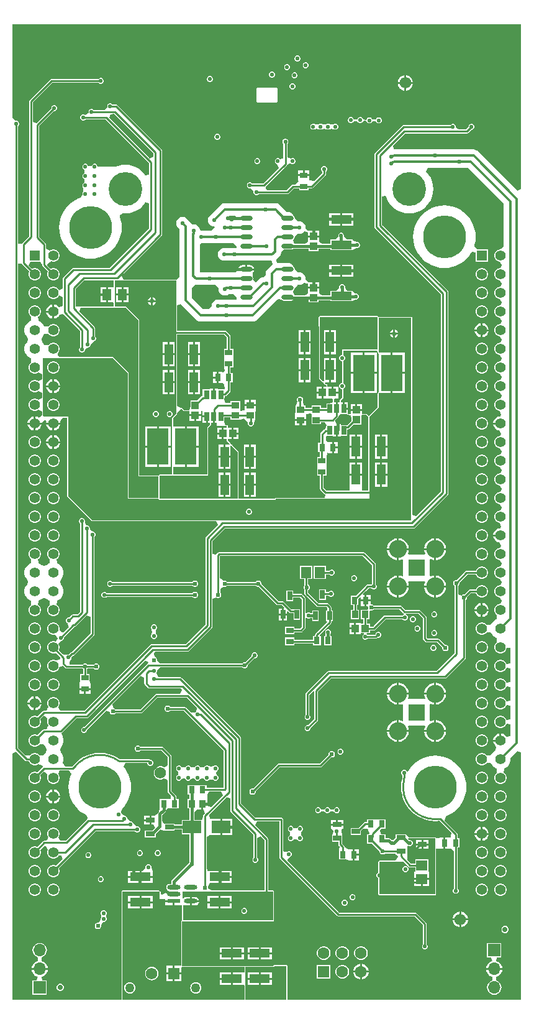
<source format=gbl>
G04*
G04 #@! TF.GenerationSoftware,Altium Limited,DefaultClient, ()*
G04*
G04 Layer_Physical_Order=6*
G04 Layer_Color=16711680*
%FSLAX44Y44*%
%MOMM*%
G71*
G04*
G04 #@! TF.SameCoordinates,8DA877EA-5960-4089-89AF-F9EF2ED2926F*
G04*
G04*
G04 #@! TF.FilePolarity,Positive*
G04*
G01*
G75*
%ADD22R,1.0500X1.0500*%
%ADD31R,1.0000X0.8000*%
%ADD33R,0.8000X1.0000*%
%ADD34R,1.0500X0.9000*%
%ADD35R,1.5000X1.4500*%
%ADD38R,0.9000X1.0500*%
%ADD39R,0.6500X1.1500*%
%ADD40R,0.6500X1.2000*%
%ADD41R,1.2000X1.5000*%
%ADD44R,1.0500X1.0500*%
%ADD50R,1.1500X2.8000*%
%ADD51R,1.1500X0.6500*%
%ADD52R,1.2000X0.6500*%
%ADD53R,1.4500X1.5000*%
%ADD114C,0.2540*%
%ADD115C,0.3429*%
%ADD118C,0.6000*%
%ADD119C,0.3810*%
%ADD122O,1.7000X1.7000*%
%ADD123R,1.7000X1.7000*%
%ADD124C,2.4500*%
%ADD125R,2.3000X2.3000*%
%ADD126C,1.5700*%
%ADD127R,1.5700X1.5700*%
%ADD128C,1.2700*%
%ADD129R,1.4210X1.4210*%
%ADD130C,1.4210*%
%ADD131C,4.6000*%
%ADD132C,1.6000*%
%ADD133R,1.6000X1.6000*%
%ADD134C,5.8420*%
%ADD135C,0.7366*%
%ADD136C,0.5588*%
%ADD137C,0.5080*%
%ADD138C,0.6096*%
%ADD139R,2.5000X1.7000*%
%ADD140R,1.8052X0.6121*%
G04:AMPARAMS|DCode=141|XSize=1.8052mm|YSize=0.6121mm|CornerRadius=0.3061mm|HoleSize=0mm|Usage=FLASHONLY|Rotation=0.000|XOffset=0mm|YOffset=0mm|HoleType=Round|Shape=RoundedRectangle|*
%AMROUNDEDRECTD141*
21,1,1.8052,0.0000,0,0,0.0*
21,1,1.1931,0.6121,0,0,0.0*
1,1,0.6121,0.5966,0.0000*
1,1,0.6121,-0.5966,0.0000*
1,1,0.6121,-0.5966,0.0000*
1,1,0.6121,0.5966,0.0000*
%
%ADD141ROUNDEDRECTD141*%
%ADD142R,2.8000X1.1500*%
%ADD143R,3.0000X5.0000*%
%ADD144O,1.6500X0.6500*%
G36*
X574510Y814237D02*
X569430Y812133D01*
X515791Y865772D01*
X514001Y867146D01*
X511915Y868010D01*
X510796Y868157D01*
X509677Y868304D01*
X509677Y868304D01*
X401631D01*
X400575Y869615D01*
X399373Y873231D01*
X416188Y890046D01*
X500205D01*
X501196Y890243D01*
X502037Y890804D01*
X506329Y895096D01*
X507538D01*
X509032Y895715D01*
X510175Y896858D01*
X510794Y898352D01*
Y899968D01*
X510175Y901462D01*
X509032Y902605D01*
X507538Y903224D01*
X505922D01*
X504428Y902605D01*
X503285Y901462D01*
X502666Y899968D01*
Y898758D01*
X499133Y895225D01*
X489565D01*
X485394Y898431D01*
X485394Y900048D01*
X485394Y900048D01*
X484775Y901542D01*
X484775Y901542D01*
X483632Y902684D01*
X483632Y902685D01*
X482138Y903303D01*
X482138Y903303D01*
X482012Y903303D01*
X482012Y903303D01*
X481663Y903303D01*
X480522D01*
X480522Y903303D01*
X480082Y903121D01*
X479028Y902685D01*
X479028D01*
X478172Y901829D01*
X414423D01*
X413432Y901632D01*
X412592Y901071D01*
X375279Y863758D01*
X374718Y862918D01*
X374521Y861927D01*
X374521Y762403D01*
X374718Y761412D01*
X375279Y760572D01*
X464770Y671081D01*
Y402393D01*
X431155Y368777D01*
X426075Y370881D01*
Y638810D01*
X425672Y639782D01*
X424700Y640185D01*
X380250D01*
X379432Y641052D01*
X378460Y641455D01*
X299720D01*
X298748Y641052D01*
X298345Y640080D01*
Y627900D01*
X298345Y627900D01*
X298748Y626928D01*
X298748Y626928D01*
X298865Y626811D01*
Y557635D01*
Y556260D01*
X298865Y556260D01*
X299268Y555288D01*
X299268Y555288D01*
X303148Y551408D01*
X303401Y551303D01*
X303594Y551110D01*
X303867D01*
X304120Y551005D01*
X304245Y551057D01*
X304644Y550838D01*
X305079Y550404D01*
X305297Y550005D01*
X305245Y549880D01*
X305350Y549627D01*
Y549354D01*
X305543Y549161D01*
X305648Y548908D01*
X306888Y547668D01*
X307860Y547265D01*
X309025Y546771D01*
Y544830D01*
X304920D01*
Y537040D01*
Y529250D01*
X311440D01*
Y529250D01*
X316430Y529032D01*
X317680Y528433D01*
X317682Y528320D01*
X317915D01*
X317915Y528320D01*
Y523670D01*
X317618D01*
X313177Y522400D01*
X309080D01*
Y516320D01*
X301680D01*
Y519500D01*
X288640D01*
Y516320D01*
X280090D01*
Y519500D01*
X278003D01*
X276619Y524580D01*
X276670Y524631D01*
Y524631D01*
X277227Y525977D01*
X277320Y526201D01*
Y526201D01*
Y527899D01*
X276670Y529469D01*
X275469Y530670D01*
X273899Y531320D01*
X272201D01*
X270631Y530670D01*
X269430Y529469D01*
X268780Y527899D01*
Y526201D01*
X269430Y524631D01*
X269481Y524580D01*
X268097Y519500D01*
X267050D01*
Y511324D01*
X265780Y506770D01*
X265780Y503406D01*
Y501000D01*
X281360D01*
Y503406D01*
X281360Y506770D01*
X281606Y507398D01*
X287549Y508639D01*
X288640Y507548D01*
X288640Y502880D01*
Y493960D01*
X301680D01*
Y497140D01*
X307053D01*
X309080Y492900D01*
Y492810D01*
X307860Y487730D01*
X306869Y487533D01*
X306029Y486971D01*
X301069Y482011D01*
X300507Y481171D01*
X300310Y480180D01*
Y468550D01*
X297630D01*
Y456010D01*
X300190D01*
Y449650D01*
X296510D01*
Y439730D01*
X296510Y439110D01*
Y434650D01*
X296510Y434030D01*
Y424110D01*
X300190D01*
Y406400D01*
X300387Y405409D01*
X300949Y404569D01*
X306029Y399489D01*
X306869Y398927D01*
X307084Y398885D01*
X306583Y393805D01*
X240135D01*
X239882Y393700D01*
X239609D01*
X239415Y393507D01*
X239163Y393402D01*
X239058Y393149D01*
X238865Y392956D01*
X238760Y392704D01*
Y392430D01*
X189335D01*
Y396586D01*
X189335Y456450D01*
X188932Y457422D01*
X180492Y465862D01*
X180239Y465967D01*
X180046Y466160D01*
X179773D01*
X179520Y466265D01*
X179395Y466213D01*
X178996Y466431D01*
X178561Y466866D01*
X178343Y467265D01*
X178395Y467390D01*
X178290Y467643D01*
Y467916D01*
X178097Y468109D01*
X177992Y468362D01*
X177894Y468460D01*
D01*
X174615Y471739D01*
Y473540D01*
X179990D01*
Y481330D01*
Y489120D01*
X174615D01*
Y491490D01*
X174212Y492462D01*
X173240Y492865D01*
X170771D01*
X169480Y497410D01*
X169480Y497945D01*
Y503490D01*
X178150D01*
Y500310D01*
X191190D01*
Y500310D01*
X196270Y502169D01*
X198470Y500310D01*
X198470D01*
X201652Y496140D01*
X201655D01*
X201676Y496108D01*
D01*
Y494492D01*
X202295Y492998D01*
X203438Y491855D01*
X204932Y491236D01*
X206548D01*
X208042Y491855D01*
X209185Y492998D01*
X209804Y494492D01*
Y496108D01*
D01*
X211510Y500310D01*
X211510D01*
Y508486D01*
X212780Y513040D01*
Y513080D01*
X212780D01*
Y516404D01*
Y518810D01*
X204990D01*
X197200D01*
Y513080D01*
X194604D01*
X193475Y511956D01*
X191552Y511899D01*
X191190Y512262D01*
X191190Y516930D01*
Y525850D01*
X178150D01*
Y522670D01*
X171507D01*
X169480Y526910D01*
Y527000D01*
X170700Y532080D01*
X171691Y532277D01*
X172531Y532839D01*
X177491Y537799D01*
X178053Y538639D01*
X178250Y539630D01*
Y551260D01*
X180930D01*
Y563800D01*
X178370D01*
Y571430D01*
X182050D01*
Y581350D01*
X182050Y581970D01*
Y586430D01*
X182050Y587050D01*
Y596970D01*
X178370D01*
Y613410D01*
X178173Y614401D01*
X177611Y615241D01*
X172531Y620321D01*
X171691Y620883D01*
X170700Y621080D01*
X105261D01*
Y655752D01*
X110341Y657328D01*
X110726Y656826D01*
X131046Y636506D01*
X132837Y635132D01*
X134922Y634268D01*
X137160Y633974D01*
X137160Y633974D01*
X208534D01*
X208534Y633974D01*
X209653Y634121D01*
X210772Y634268D01*
X212857Y635132D01*
X214648Y636506D01*
X241971Y663829D01*
X242818Y664030D01*
X247841Y663491D01*
X249336Y662492D01*
X251100Y662141D01*
X261100D01*
X262864Y662492D01*
X264092Y663313D01*
X284830D01*
Y659830D01*
X297870D01*
Y663113D01*
X314180D01*
Y661530D01*
X344720D01*
Y661530D01*
X348442Y663956D01*
X350058D01*
X351552Y664575D01*
X352695Y665718D01*
X353314Y667212D01*
Y668828D01*
X352695Y670322D01*
X351552Y671465D01*
X350058Y672084D01*
X348442D01*
X344720Y675570D01*
Y675570D01*
X337546D01*
X337308Y675744D01*
X334264Y679912D01*
Y681528D01*
X333645Y683022D01*
X332502Y684165D01*
X331008Y684784D01*
X329392D01*
X327898Y684165D01*
X326755Y683022D01*
X326136Y681528D01*
Y679912D01*
X323092Y675744D01*
X322854Y675570D01*
X314180D01*
Y669587D01*
X303196D01*
X299140Y672060D01*
Y678580D01*
X291350D01*
X283560D01*
Y672060D01*
X279421Y669787D01*
X265584D01*
X265242Y670148D01*
X264026Y672217D01*
X263665Y674614D01*
X263956Y675922D01*
X264359Y676191D01*
X265358Y677686D01*
X265709Y679450D01*
X269265Y683280D01*
X269688Y683503D01*
X271780D01*
X274018Y683798D01*
X276103Y684662D01*
X277894Y686036D01*
X278480Y686800D01*
X282869Y685859D01*
X283560Y685481D01*
Y681120D01*
X290080D01*
Y687640D01*
X284689D01*
X283749Y688109D01*
X280325Y691380D01*
X280427Y692150D01*
X280132Y694388D01*
X279268Y696473D01*
X277894Y698264D01*
X276103Y699638D01*
X274018Y700502D01*
X271780Y700797D01*
X269688D01*
X269265Y701020D01*
X265709Y704850D01*
X265358Y706614D01*
X264359Y708109D01*
X263903Y708413D01*
X263588Y709173D01*
X262214Y710964D01*
X260423Y712338D01*
X258338Y713202D01*
X256100Y713496D01*
X241786D01*
X240447Y717118D01*
X240317Y718483D01*
X241064Y719056D01*
X244874Y722866D01*
X246248Y724657D01*
X247112Y726742D01*
X247273Y727967D01*
X247352Y728135D01*
X251100Y731991D01*
X261100D01*
X262864Y732342D01*
X264092Y733163D01*
X284830D01*
Y729680D01*
X297870D01*
Y732963D01*
X314180D01*
Y731380D01*
X344720D01*
X344720Y731380D01*
X349712Y733806D01*
X351328D01*
X352822Y734425D01*
X353965Y735568D01*
X354584Y737062D01*
Y738678D01*
X353965Y740172D01*
X352822Y741315D01*
X351328Y741934D01*
X349712D01*
X345642Y743989D01*
X344720Y744946D01*
Y745420D01*
X336276D01*
X336038Y745594D01*
X332994Y749762D01*
Y751378D01*
X332375Y752872D01*
X331232Y754015D01*
X329738Y754634D01*
X328122D01*
X326628Y754015D01*
X325485Y752872D01*
X324866Y751378D01*
Y749762D01*
X321822Y745594D01*
X321584Y745420D01*
X314180D01*
Y739437D01*
X303196D01*
X299140Y741910D01*
Y748430D01*
X291350D01*
X283560D01*
Y741910D01*
X279421Y739637D01*
X265584D01*
X265242Y739998D01*
X264026Y742067D01*
X263665Y744464D01*
X263956Y745772D01*
X264359Y746041D01*
X265358Y747536D01*
X265709Y749300D01*
X269265Y753130D01*
X269688Y753354D01*
X271780D01*
X274018Y753648D01*
X276103Y754512D01*
X277894Y755886D01*
X278480Y756650D01*
X282869Y755709D01*
X283560Y755331D01*
Y750970D01*
X290080D01*
Y757490D01*
X284689D01*
X283749Y757959D01*
X280325Y761230D01*
X280427Y762000D01*
X280132Y764238D01*
X279268Y766323D01*
X277894Y768114D01*
X276103Y769488D01*
X274018Y770352D01*
X271780Y770647D01*
X269688D01*
X269265Y770870D01*
X265709Y774700D01*
X265358Y776464D01*
X264359Y777959D01*
X263903Y778263D01*
X263588Y779023D01*
X262214Y780814D01*
X260423Y782188D01*
X258338Y783052D01*
X256100Y783346D01*
X254681D01*
X245784Y792244D01*
X243993Y793618D01*
X241908Y794482D01*
X240789Y794629D01*
X239670Y794777D01*
X239670Y794777D01*
X170180D01*
X167942Y794482D01*
X165857Y793618D01*
X164066Y792244D01*
X164066Y792244D01*
X150096Y778274D01*
X148722Y776483D01*
X147858Y774398D01*
X147563Y772160D01*
X147858Y769922D01*
X148722Y767837D01*
X150096Y766046D01*
X151887Y764672D01*
X153972Y763808D01*
X155894Y763555D01*
X156456Y762773D01*
X156419Y762544D01*
X152176Y757692D01*
X138720D01*
X137801Y757813D01*
X136460Y758843D01*
X136368Y759539D01*
X135504Y761624D01*
X134130Y763415D01*
X132339Y764789D01*
X130254Y765653D01*
X128016Y765947D01*
X125192Y765762D01*
X124328Y767847D01*
X122954Y769638D01*
X118890Y773702D01*
X117099Y775076D01*
X115014Y775940D01*
X112776Y776235D01*
X110538Y775940D01*
X108453Y775076D01*
X106662Y773702D01*
X105288Y771911D01*
X104424Y769826D01*
X104129Y767588D01*
X104424Y765350D01*
X105288Y763265D01*
X106662Y761474D01*
X108194Y759942D01*
Y693884D01*
X103886Y690985D01*
X103113Y690985D01*
X32126D01*
X30022Y696065D01*
X84381Y750424D01*
X84943Y751264D01*
X85140Y752255D01*
Y866448D01*
X84943Y867439D01*
X84381Y868279D01*
X23729Y928931D01*
X22889Y929493D01*
X21898Y929690D01*
X17128D01*
X16272Y930545D01*
X14778Y931164D01*
X13162D01*
X11668Y930545D01*
X10525Y929402D01*
X9906Y927908D01*
X9906Y926292D01*
X6663Y922131D01*
X6575Y922070D01*
X-8272D01*
X-9128Y922925D01*
X-10622Y923544D01*
X-12238D01*
X-13732Y922925D01*
X-14875Y921782D01*
X-15494Y920288D01*
Y918672D01*
X-16067Y917937D01*
X-20558Y915305D01*
X-22052Y915924D01*
X-22052Y915924D01*
X-23668D01*
X-25162Y915305D01*
X-26305Y914162D01*
X-26305Y914162D01*
X-26924Y912668D01*
Y911052D01*
X-26305Y909558D01*
X-25162Y908415D01*
X-23668Y907796D01*
X-22052D01*
X-20558Y908415D01*
X-19702Y909270D01*
X7817D01*
X67260Y849827D01*
Y833942D01*
X62180Y832509D01*
X61396Y833789D01*
X58021Y837741D01*
X54069Y841116D01*
X49637Y843832D01*
X44835Y845821D01*
X39781Y847034D01*
X34600Y847442D01*
X29418Y847034D01*
X24365Y845821D01*
X21549Y844655D01*
X-3036D01*
X-3036Y845358D01*
X-3036Y845358D01*
X-3655Y846852D01*
X-3655Y846852D01*
X-4462Y847659D01*
X-4798Y847995D01*
X-4798D01*
X-6292Y848614D01*
X-6292Y848614D01*
X-7908D01*
X-9402Y847995D01*
X-9402D01*
X-10545Y846852D01*
X-10545Y846852D01*
X-10910Y845972D01*
X-13431Y845651D01*
X-13469D01*
X-15990Y845972D01*
X-16355Y846852D01*
X-16355Y846852D01*
X-17162Y847659D01*
X-17498Y847995D01*
X-17498D01*
X-18992Y848614D01*
X-20608D01*
X-20608Y848614D01*
X-21048Y848432D01*
X-22102Y847995D01*
X-23245Y846852D01*
X-23245Y846852D01*
X-23864Y845358D01*
X-23864Y845358D01*
X-23864Y845232D01*
Y843742D01*
X-23864Y843742D01*
X-23682Y843302D01*
X-23245Y842248D01*
X-22102Y841105D01*
X-21222Y840740D01*
X-20901Y838219D01*
Y838181D01*
X-21222Y835660D01*
X-22102Y835295D01*
X-22102Y835295D01*
X-22909Y834489D01*
X-23245Y834152D01*
Y834152D01*
X-23864Y832658D01*
Y831042D01*
X-23864Y831042D01*
X-23682Y830602D01*
X-23245Y829548D01*
Y829548D01*
X-22102Y828405D01*
X-22102Y828405D01*
X-21222Y828040D01*
X-20901Y825519D01*
Y825481D01*
X-21222Y822960D01*
X-22102Y822595D01*
X-22102Y822595D01*
X-23245Y821452D01*
X-23864Y819958D01*
Y818342D01*
X-23864Y818342D01*
X-23682Y817902D01*
X-23245Y816848D01*
X-22780Y816383D01*
X-22397Y813435D01*
X-22780Y810487D01*
X-23245Y810022D01*
X-23864Y808528D01*
Y806912D01*
X-26444Y802538D01*
X-26946Y802087D01*
X-29055Y801370D01*
X-34057Y798904D01*
X-38694Y795805D01*
X-42887Y792128D01*
X-46565Y787935D01*
X-49663Y783298D01*
X-52130Y778296D01*
X-53923Y773015D01*
X-55010Y767545D01*
X-55375Y761980D01*
X-55010Y756414D01*
X-53923Y750945D01*
X-52130Y745664D01*
X-49663Y740661D01*
X-46565Y736024D01*
X-42887Y731831D01*
X-38694Y728154D01*
X-34057Y725056D01*
X-29055Y722589D01*
X-23774Y720796D01*
X-18304Y719708D01*
X-12739Y719343D01*
X-7174Y719708D01*
X-1704Y720796D01*
X3577Y722589D01*
X8579Y725056D01*
X13216Y728154D01*
X17409Y731831D01*
X21087Y736024D01*
X24185Y740661D01*
X26652Y745664D01*
X28444Y750945D01*
X29532Y756414D01*
X29897Y761980D01*
X29532Y767545D01*
X28444Y773015D01*
X27114Y776935D01*
X28381Y779503D01*
X28711Y779913D01*
X30735Y781502D01*
X34600Y781198D01*
X39781Y781606D01*
X44835Y782819D01*
X49637Y784808D01*
X54069Y787524D01*
X58021Y790899D01*
X61396Y794851D01*
X62180Y796131D01*
X67260Y794698D01*
Y760687D01*
X13270Y706697D01*
X-36484D01*
X-37475Y706499D01*
X-38315Y705938D01*
X-50091Y694162D01*
X-50653Y693322D01*
X-50850Y692330D01*
Y679056D01*
X-55473Y676425D01*
X-55930Y676538D01*
X-56798Y678042D01*
X-58358Y679602D01*
X-60267Y680704D01*
X-62397Y681275D01*
X-64603D01*
X-66733Y680704D01*
X-68642Y679602D01*
X-70202Y678042D01*
X-71304Y676133D01*
X-71875Y674003D01*
Y671797D01*
X-71304Y669667D01*
X-70202Y667758D01*
X-68642Y666198D01*
X-66733Y665096D01*
X-64603Y664525D01*
X-62397D01*
X-60267Y665096D01*
X-58358Y666198D01*
X-56798Y667758D01*
X-55930Y669262D01*
X-55473Y669375D01*
X-50850Y666744D01*
Y655039D01*
X-55246Y653598D01*
X-55930Y653570D01*
X-57578Y655218D01*
X-59777Y656488D01*
X-62230Y657145D01*
Y647500D01*
Y637855D01*
X-59777Y638512D01*
X-57578Y639782D01*
X-55782Y641578D01*
X-54982Y642964D01*
X-52587Y643676D01*
X-52327Y643712D01*
X-49295Y643622D01*
X-26974Y621301D01*
Y598788D01*
X-27829Y597932D01*
X-28448Y596438D01*
Y594822D01*
X-27829Y593328D01*
X-26686Y592185D01*
X-25192Y591566D01*
X-23576D01*
X-22082Y592185D01*
X-20939Y593328D01*
X-20320Y594822D01*
X-18469Y597335D01*
X-15956Y598553D01*
X-14462Y599171D01*
X-13319Y600315D01*
X-12700Y601808D01*
Y602551D01*
X-11225Y604642D01*
X-8602Y606806D01*
X-8082D01*
X-6588Y607425D01*
X-5445Y608568D01*
X-4826Y610062D01*
Y611678D01*
X-5445Y613172D01*
X-6300Y614028D01*
Y624840D01*
X-6497Y625831D01*
X-7059Y626671D01*
X-27983Y647595D01*
X-25879Y652675D01*
X18945D01*
X19633Y652960D01*
X20320Y652675D01*
X35511D01*
X52485Y635701D01*
Y424180D01*
X52888Y423208D01*
X53860Y422805D01*
X79905D01*
Y393805D01*
X39939D01*
X39475Y394269D01*
Y563880D01*
X39475Y563880D01*
X39072Y564852D01*
X18752Y585172D01*
X17780Y585575D01*
X17780Y585575D01*
X-55860D01*
X-57210Y587966D01*
X-57701Y590655D01*
X-56798Y591558D01*
X-55696Y593467D01*
X-55125Y595597D01*
Y597803D01*
X-55696Y599933D01*
X-56798Y601842D01*
X-58358Y603402D01*
X-60267Y604504D01*
X-62397Y605075D01*
X-64603D01*
X-66733Y604504D01*
X-68642Y603402D01*
X-70202Y601842D01*
X-70448Y601415D01*
X-75737Y601749D01*
X-75805Y601777D01*
X-75889Y602090D01*
X-77727Y605274D01*
X-78544Y606090D01*
X-79764Y609400D01*
X-78544Y612710D01*
X-77727Y613526D01*
X-75889Y616711D01*
X-75805Y617023D01*
X-75737Y617051D01*
X-70448Y617385D01*
X-70202Y616958D01*
X-68642Y615398D01*
X-66733Y614296D01*
X-64603Y613725D01*
X-62397D01*
X-60267Y614296D01*
X-58358Y615398D01*
X-56798Y616958D01*
X-55696Y618867D01*
X-55125Y620997D01*
Y623203D01*
X-55696Y625333D01*
X-56798Y627242D01*
X-58358Y628802D01*
X-60267Y629904D01*
X-62397Y630475D01*
X-64603D01*
X-66733Y629904D01*
X-68642Y628802D01*
X-70202Y627242D01*
X-70448Y626815D01*
X-75737Y627149D01*
X-75805Y627177D01*
X-75889Y627490D01*
X-77727Y630673D01*
X-80326Y633273D01*
X-83511Y635112D01*
X-83823Y635195D01*
X-83851Y635263D01*
X-84185Y640552D01*
X-83758Y640798D01*
X-82198Y642358D01*
X-81096Y644267D01*
X-80525Y646397D01*
Y648603D01*
X-81096Y650733D01*
X-82198Y652642D01*
X-83758Y654202D01*
X-85667Y655304D01*
X-87797Y655875D01*
X-90003D01*
X-92133Y655304D01*
X-94042Y654202D01*
X-95602Y652642D01*
X-96704Y650733D01*
X-97275Y648603D01*
Y646397D01*
X-96704Y644267D01*
X-95602Y642358D01*
X-94042Y640798D01*
X-93615Y640552D01*
X-93949Y635263D01*
X-93977Y635195D01*
X-94290Y635112D01*
X-97473Y633273D01*
X-100073Y630673D01*
X-101911Y627490D01*
X-102863Y623938D01*
Y620262D01*
X-101911Y616711D01*
X-100073Y613526D01*
X-99256Y612710D01*
X-98036Y609400D01*
X-99256Y606090D01*
X-100073Y605274D01*
X-101911Y602090D01*
X-102863Y598538D01*
Y594862D01*
X-101911Y591311D01*
X-100073Y588126D01*
X-97473Y585527D01*
X-94290Y583689D01*
X-93977Y583605D01*
X-93949Y583537D01*
X-93615Y578248D01*
X-94042Y578002D01*
X-95602Y576442D01*
X-96704Y574533D01*
X-97275Y572403D01*
Y570197D01*
X-96704Y568067D01*
X-95602Y566158D01*
X-94042Y564598D01*
X-92133Y563496D01*
X-90003Y562925D01*
X-87797D01*
X-85667Y563496D01*
X-83758Y564598D01*
X-78845Y562327D01*
Y554873D01*
X-83758Y552602D01*
X-85667Y553704D01*
X-87797Y554275D01*
X-90003D01*
X-92133Y553704D01*
X-94042Y552602D01*
X-95602Y551042D01*
X-96704Y549133D01*
X-97275Y547003D01*
Y544797D01*
X-96704Y542667D01*
X-95602Y540758D01*
X-94042Y539198D01*
X-92133Y538096D01*
X-90003Y537525D01*
X-87797D01*
X-85667Y538096D01*
X-83758Y539198D01*
X-78845Y536927D01*
Y529473D01*
X-83758Y527202D01*
X-85667Y528304D01*
X-87797Y528875D01*
X-90003D01*
X-92133Y528304D01*
X-94042Y527202D01*
X-95602Y525642D01*
X-96704Y523733D01*
X-97275Y521603D01*
Y519397D01*
X-96704Y517267D01*
X-95602Y515358D01*
X-94042Y513798D01*
X-92133Y512696D01*
X-90003Y512125D01*
X-87797D01*
X-85667Y512696D01*
X-83758Y513798D01*
X-78845Y511527D01*
X-78845Y507173D01*
X-78845Y505869D01*
X-79869Y504997D01*
D01*
X-80776Y504226D01*
X-81954Y503472D01*
X-83253Y502977D01*
X-83569Y503159D01*
X-85177Y504088D01*
X-87630Y504745D01*
Y496370D01*
X-79059D01*
X-78602Y496845D01*
X-74854Y499571D01*
X-73384Y498927D01*
X-73370Y498908D01*
X-72779Y497735D01*
X-73145Y496370D01*
X-63500D01*
X-53855D01*
X-54221Y497735D01*
X-52581Y500988D01*
X-50951Y502815D01*
X-44555D01*
Y396240D01*
X-44555Y396240D01*
X-44152Y395268D01*
X-44152Y395268D01*
X-11132Y362248D01*
X-10160Y361845D01*
X-10160Y361845D01*
X158719D01*
X160823Y356765D01*
X144727Y340669D01*
X144165Y339829D01*
X143968Y338838D01*
Y221406D01*
X116922Y194360D01*
X70174D01*
X69183Y194163D01*
X68342Y193601D01*
X-21069Y104190D01*
X-54382D01*
X-56264Y107904D01*
X-56618Y109270D01*
X-55696Y110867D01*
X-55125Y112997D01*
Y115203D01*
X-55696Y117333D01*
X-56798Y119242D01*
X-58358Y120802D01*
X-60267Y121904D01*
X-62397Y122475D01*
X-64603D01*
X-66733Y121904D01*
X-68642Y120802D01*
X-70202Y119242D01*
X-71304Y117333D01*
X-71875Y115203D01*
Y112997D01*
X-71304Y110867D01*
X-70382Y109270D01*
X-70736Y107904D01*
X-72618Y104190D01*
X-76000D01*
X-76991Y103993D01*
X-77831Y103431D01*
X-85091Y96172D01*
X-85667Y96504D01*
X-87797Y97075D01*
X-90003D01*
X-92133Y96504D01*
X-94042Y95402D01*
X-95602Y93842D01*
X-96704Y91933D01*
X-97275Y89803D01*
Y87597D01*
X-96704Y85467D01*
X-95602Y83558D01*
X-94042Y81998D01*
X-92133Y80896D01*
X-90003Y80325D01*
X-87797D01*
X-85667Y80896D01*
X-83758Y81998D01*
X-82198Y83558D01*
X-81096Y85467D01*
X-80525Y87597D01*
Y89803D01*
X-81096Y91933D01*
X-81428Y92509D01*
X-76883Y97054D01*
X-74249Y96652D01*
X-72002Y93050D01*
X-71497Y91212D01*
X-71875Y89803D01*
Y87597D01*
X-71304Y85467D01*
X-70382Y83870D01*
X-70736Y82504D01*
X-72618Y78790D01*
X-76000D01*
X-76991Y78593D01*
X-77831Y78031D01*
X-85091Y70771D01*
X-85667Y71104D01*
X-87797Y71675D01*
X-90003D01*
X-92133Y71104D01*
X-94042Y70002D01*
X-95602Y68442D01*
X-96704Y66533D01*
X-97275Y64403D01*
Y62197D01*
X-96704Y60067D01*
X-95602Y58158D01*
X-94042Y56598D01*
X-92133Y55496D01*
X-90003Y54925D01*
X-87797D01*
X-85667Y55496D01*
X-83758Y56598D01*
X-82198Y58158D01*
X-81952Y58585D01*
X-76663Y58251D01*
X-76595Y58223D01*
X-76512Y57910D01*
X-74673Y54727D01*
X-73856Y53910D01*
X-72636Y50600D01*
X-73856Y47290D01*
X-74673Y46473D01*
X-76512Y43289D01*
X-76595Y42977D01*
X-76663Y42949D01*
X-81952Y42615D01*
X-82198Y43042D01*
X-83758Y44602D01*
X-85667Y45704D01*
X-87797Y46275D01*
X-90003D01*
X-92133Y45704D01*
X-94042Y44602D01*
X-95602Y43042D01*
X-101058Y42680D01*
X-101352Y42785D01*
X-111710Y53143D01*
X-111710Y712539D01*
X-106630Y713040D01*
X-106533Y712549D01*
X-105971Y711709D01*
X-96371Y702109D01*
X-96704Y701533D01*
X-97275Y699403D01*
Y697197D01*
X-96704Y695067D01*
X-95602Y693158D01*
X-94042Y691598D01*
X-92133Y690496D01*
X-90003Y689925D01*
X-87797D01*
X-85667Y690496D01*
X-83758Y691598D01*
X-82198Y693158D01*
X-81096Y695067D01*
X-80525Y697197D01*
Y699403D01*
X-81096Y701533D01*
X-82198Y703442D01*
X-83758Y705002D01*
X-85667Y706104D01*
X-87797Y706675D01*
X-90003D01*
X-92133Y706104D01*
X-92709Y705771D01*
X-97183Y710245D01*
X-95078Y715325D01*
X-83870D01*
X-80765Y715325D01*
X-78843Y711118D01*
X-78783Y710966D01*
X-78593Y710009D01*
X-78031Y709169D01*
X-70971Y702109D01*
X-71304Y701533D01*
X-71875Y699403D01*
Y697197D01*
X-71304Y695067D01*
X-70202Y693158D01*
X-68642Y691598D01*
X-66733Y690496D01*
X-64603Y689925D01*
X-62397D01*
X-60267Y690496D01*
X-58358Y691598D01*
X-56798Y693158D01*
X-55696Y695067D01*
X-55125Y697197D01*
Y699403D01*
X-55696Y701533D01*
X-56798Y703442D01*
X-58358Y705002D01*
X-60267Y706104D01*
X-62397Y706675D01*
X-64603D01*
X-66733Y706104D01*
X-67309Y705771D01*
X-71677Y710139D01*
X-71309Y712764D01*
X-68428Y714736D01*
X-65920Y715678D01*
X-64603Y715325D01*
X-62397D01*
X-60267Y715896D01*
X-58358Y716998D01*
X-56798Y718558D01*
X-55696Y720467D01*
X-55125Y722597D01*
Y724803D01*
X-55696Y726933D01*
X-56798Y728842D01*
X-58358Y730402D01*
X-60267Y731504D01*
X-62397Y732075D01*
X-64603D01*
X-66733Y731504D01*
X-68642Y730402D01*
X-73610Y732618D01*
Y739140D01*
X-73807Y740131D01*
X-74369Y740971D01*
X-82500Y749103D01*
Y900627D01*
X-62632Y920496D01*
X-61422D01*
X-59928Y921115D01*
X-58785Y922258D01*
X-58166Y923752D01*
Y925368D01*
X-58785Y926862D01*
X-59928Y928005D01*
X-61422Y928624D01*
X-63038D01*
X-64532Y928005D01*
X-65675Y926862D01*
X-66294Y925368D01*
Y924158D01*
X-86310Y904142D01*
X-88806Y904567D01*
X-91390Y905987D01*
Y932377D01*
X-64967Y958800D01*
X-1888D01*
X-1032Y957945D01*
X462Y957326D01*
X2078D01*
X3572Y957945D01*
X4715Y959088D01*
X5334Y960582D01*
Y962198D01*
X4715Y963692D01*
X3572Y964835D01*
X2078Y965454D01*
X462D01*
X-1032Y964835D01*
X-1888Y963980D01*
X-66040D01*
X-67031Y963783D01*
X-67871Y963221D01*
X-95811Y935281D01*
X-96373Y934441D01*
X-96570Y933450D01*
Y750373D01*
X-105971Y740971D01*
X-106533Y740131D01*
X-106630Y739640D01*
X-111710Y740141D01*
Y899812D01*
X-110855Y900668D01*
X-110236Y902162D01*
Y903778D01*
X-110855Y905272D01*
X-111998Y906415D01*
X-113492Y907034D01*
X-115108Y907034D01*
X-118810Y910844D01*
Y1038810D01*
X574510D01*
Y814237D01*
D02*
G37*
G36*
X73192Y862945D02*
X72694Y857983D01*
X68264Y856148D01*
X12602Y911810D01*
X14437Y916239D01*
X19400Y916738D01*
X73192Y862945D01*
D02*
G37*
G36*
X550915Y793979D02*
Y736206D01*
X549122Y734211D01*
X545835Y732075D01*
X544997D01*
X542867Y731504D01*
X540958Y730402D01*
X539398Y728842D01*
X538296Y726933D01*
X537725Y724803D01*
Y722598D01*
X538296Y720468D01*
X539398Y718558D01*
X540958Y716998D01*
X542867Y715896D01*
X544997Y715325D01*
X548104Y710619D01*
X547383Y707681D01*
X545835Y706675D01*
X544997D01*
X542867Y706104D01*
X540958Y705002D01*
X539398Y703443D01*
X538296Y701533D01*
X537725Y699403D01*
Y697197D01*
X538296Y695068D01*
X539398Y693158D01*
X540958Y691598D01*
X542867Y690496D01*
X544997Y689925D01*
X548105Y685219D01*
X547383Y682281D01*
X545835Y681275D01*
X544997D01*
X542867Y680704D01*
X540958Y679602D01*
X539398Y678043D01*
X538296Y676133D01*
X537725Y674003D01*
Y671797D01*
X538296Y669668D01*
X539398Y667758D01*
X540958Y666198D01*
X542867Y665096D01*
X544997Y664525D01*
X548105Y659819D01*
X547383Y656881D01*
X545835Y655875D01*
X544997D01*
X542867Y655304D01*
X540958Y654202D01*
X539398Y652643D01*
X538296Y650733D01*
X537725Y648603D01*
Y646397D01*
X538296Y644268D01*
X539398Y642358D01*
X540958Y640798D01*
X542867Y639696D01*
X544997Y639125D01*
X548105Y634419D01*
X547383Y631481D01*
X545835Y630475D01*
X544997D01*
X542867Y629904D01*
X540958Y628802D01*
X539398Y627243D01*
X538296Y625333D01*
X537725Y623203D01*
Y620998D01*
X538296Y618867D01*
X539398Y616958D01*
X540958Y615398D01*
X542867Y614296D01*
X544997Y613725D01*
X548105Y609019D01*
X547383Y606081D01*
X545835Y605075D01*
X544997D01*
X542867Y604504D01*
X540958Y603402D01*
X539398Y601842D01*
X538296Y599933D01*
X537725Y597803D01*
Y595597D01*
X538296Y593467D01*
X539398Y591558D01*
X540958Y589998D01*
X542867Y588896D01*
X544997Y588325D01*
X548105Y583619D01*
X547383Y580681D01*
X545835Y579675D01*
X544997D01*
X542867Y579104D01*
X540958Y578002D01*
X539398Y576442D01*
X538296Y574533D01*
X537725Y572403D01*
Y570197D01*
X538296Y568068D01*
X539398Y566158D01*
X540958Y564598D01*
X542867Y563496D01*
X544997Y562925D01*
X548105Y558219D01*
X547383Y555281D01*
X545835Y554275D01*
X544997D01*
X542867Y553704D01*
X540958Y552602D01*
X539398Y551043D01*
X538296Y549133D01*
X537725Y547003D01*
Y544798D01*
X538296Y542668D01*
X539398Y540758D01*
X540958Y539198D01*
X542867Y538096D01*
X544997Y537525D01*
X548105Y532819D01*
X547384Y529881D01*
X545835Y528875D01*
X544997D01*
X542867Y528304D01*
X540958Y527202D01*
X539398Y525643D01*
X538296Y523733D01*
X537725Y521603D01*
Y519398D01*
X538296Y517267D01*
X539398Y515358D01*
X540958Y513798D01*
X542867Y512696D01*
X544997Y512125D01*
X546827Y507045D01*
X546549Y505253D01*
X545835Y504745D01*
X544830D01*
X542377Y504088D01*
X540178Y502818D01*
X538382Y501022D01*
X537112Y498823D01*
X536455Y496370D01*
X546100D01*
Y493830D01*
X536455D01*
X537112Y491377D01*
X538382Y489178D01*
X540178Y487382D01*
X542377Y486112D01*
X544830Y485455D01*
X546933Y480375D01*
X546505Y478510D01*
X545835Y478075D01*
X544997D01*
X542867Y477504D01*
X540958Y476402D01*
X539398Y474842D01*
X538296Y472933D01*
X537725Y470803D01*
Y468597D01*
X538296Y466468D01*
X539398Y464558D01*
X540958Y462998D01*
X542867Y461896D01*
X544997Y461325D01*
X548105Y456619D01*
X547384Y453681D01*
X545835Y452675D01*
X544997D01*
X542867Y452104D01*
X540958Y451002D01*
X539398Y449442D01*
X538296Y447533D01*
X537725Y445403D01*
Y443198D01*
X538296Y441068D01*
X539398Y439158D01*
X540958Y437598D01*
X542867Y436496D01*
X544997Y435925D01*
X548105Y431219D01*
X547384Y428281D01*
X545835Y427275D01*
X544997D01*
X542867Y426704D01*
X540958Y425602D01*
X539398Y424043D01*
X538296Y422133D01*
X537725Y420003D01*
Y417798D01*
X538296Y415667D01*
X539398Y413758D01*
X540958Y412198D01*
X542867Y411096D01*
X544997Y410525D01*
X548105Y405819D01*
X547384Y402881D01*
X545835Y401875D01*
X544997D01*
X542867Y401304D01*
X540958Y400202D01*
X539398Y398643D01*
X538296Y396733D01*
X537725Y394603D01*
Y392397D01*
X538296Y390267D01*
X539398Y388358D01*
X540958Y386798D01*
X542867Y385696D01*
X544997Y385125D01*
X548105Y380419D01*
X547384Y377481D01*
X545835Y376475D01*
X544997D01*
X542867Y375904D01*
X540958Y374802D01*
X539398Y373242D01*
X538296Y371333D01*
X537725Y369203D01*
Y366997D01*
X538296Y364868D01*
X539398Y362958D01*
X540958Y361398D01*
X542867Y360296D01*
X544997Y359725D01*
X546827Y354645D01*
X546549Y352853D01*
X545835Y352345D01*
X544830D01*
X542377Y351688D01*
X540178Y350418D01*
X538382Y348622D01*
X537112Y346423D01*
X536455Y343970D01*
X546100D01*
Y341430D01*
X536455D01*
X537112Y338977D01*
X538382Y336778D01*
X540178Y334982D01*
X542377Y333712D01*
X544830Y333055D01*
X546933Y327975D01*
X546506Y326110D01*
X545835Y325675D01*
X544997D01*
X542867Y325104D01*
X540958Y324002D01*
X539398Y322443D01*
X538296Y320533D01*
X537725Y318403D01*
Y316197D01*
X538296Y314067D01*
X539398Y312158D01*
X540958Y310598D01*
X542867Y309496D01*
X544997Y308925D01*
X548105Y304219D01*
X547384Y301281D01*
X545835Y300275D01*
X544997D01*
X542867Y299704D01*
X540958Y298602D01*
X539398Y297043D01*
X538296Y295133D01*
X537725Y293003D01*
Y290798D01*
X538296Y288668D01*
X539398Y286758D01*
X540958Y285198D01*
X542867Y284096D01*
X544997Y283525D01*
X548105Y278819D01*
X547384Y275881D01*
X545835Y274875D01*
X544997D01*
X542867Y274304D01*
X540958Y273202D01*
X539398Y271642D01*
X538296Y269733D01*
X537725Y267603D01*
Y265397D01*
X538296Y263267D01*
X539398Y261358D01*
X540958Y259798D01*
X542867Y258696D01*
X544997Y258125D01*
X548105Y253419D01*
X547384Y250481D01*
X545835Y249475D01*
X544997D01*
X542867Y248904D01*
X540958Y247802D01*
X539398Y246243D01*
X538296Y244333D01*
X537725Y242203D01*
Y239998D01*
X538296Y237868D01*
X539398Y235958D01*
X540958Y234398D01*
X541385Y234152D01*
X541051Y228863D01*
X541023Y228795D01*
X540710Y228712D01*
X537527Y226873D01*
X534927Y224274D01*
X533088Y221090D01*
X533005Y220777D01*
X532937Y220749D01*
X527649Y220415D01*
X527402Y220842D01*
X525842Y222402D01*
X523933Y223504D01*
X521803Y224075D01*
X519597D01*
X517467Y223504D01*
X515558Y222402D01*
X513998Y220842D01*
X512896Y218933D01*
X512325Y216803D01*
Y214597D01*
X512896Y212467D01*
X513998Y210558D01*
X515558Y208998D01*
X517467Y207896D01*
X519597Y207325D01*
X521803D01*
X523933Y207896D01*
X525842Y208998D01*
X527402Y210558D01*
X527649Y210985D01*
X532937Y210651D01*
X533005Y210623D01*
X533088Y210311D01*
X534927Y207127D01*
X537527Y204527D01*
X540710Y202689D01*
X541023Y202605D01*
X541051Y202537D01*
X541385Y197249D01*
X540958Y197002D01*
X539398Y195443D01*
X538296Y193533D01*
X537725Y191403D01*
Y189198D01*
X538296Y187068D01*
X539398Y185158D01*
X540958Y183598D01*
X542867Y182496D01*
X544997Y181925D01*
X547203D01*
X549333Y182496D01*
X551242Y183598D01*
X552802Y185158D01*
X553904Y187068D01*
X554475Y189198D01*
X559552Y189189D01*
Y168505D01*
X554472Y167181D01*
X553904Y168133D01*
X553803Y168308D01*
X552802Y170042D01*
X551242Y171602D01*
X549333Y172704D01*
X547203Y173275D01*
X544997D01*
X542867Y172704D01*
X540958Y171602D01*
X539398Y170042D01*
X538296Y168133D01*
X537725Y166003D01*
Y163797D01*
X538296Y161667D01*
X539398Y159758D01*
X540958Y158198D01*
X542867Y157096D01*
X544997Y156525D01*
X547203D01*
X549333Y157096D01*
X551242Y158198D01*
X552802Y159758D01*
X553668Y161259D01*
X553904Y161667D01*
X554472Y162619D01*
X559552Y161295D01*
Y143105D01*
X554472Y141781D01*
X553904Y142733D01*
X553803Y142908D01*
X552802Y144642D01*
X551242Y146202D01*
X549333Y147304D01*
X547203Y147875D01*
X544997D01*
X542867Y147304D01*
X540958Y146202D01*
X539398Y144642D01*
X538296Y142733D01*
X537725Y140603D01*
Y138398D01*
X538296Y136267D01*
X539398Y134358D01*
X540958Y132798D01*
X542867Y131696D01*
X544997Y131125D01*
X547203D01*
X549333Y131696D01*
X551242Y132798D01*
X552802Y134358D01*
X553668Y135859D01*
X553904Y136267D01*
X554472Y137219D01*
X559552Y135895D01*
X559552Y117705D01*
X554472Y116381D01*
X553904Y117333D01*
X553803Y117508D01*
X552802Y119242D01*
X551242Y120802D01*
X549333Y121904D01*
X547203Y122475D01*
X544997D01*
X542867Y121904D01*
X540958Y120802D01*
X539398Y119242D01*
X538296Y117333D01*
X537725Y115203D01*
Y112998D01*
X538296Y110868D01*
X539398Y108958D01*
X540958Y107398D01*
X542867Y106296D01*
X544997Y105725D01*
X547203D01*
X549333Y106296D01*
X551242Y107398D01*
X552802Y108958D01*
X553668Y110459D01*
X553904Y110867D01*
X554472Y111819D01*
X559552Y110495D01*
Y92305D01*
X554472Y90981D01*
X553904Y91933D01*
X553803Y92108D01*
X552802Y93842D01*
X551242Y95402D01*
X549333Y96504D01*
X547203Y97075D01*
X544997D01*
X542867Y96504D01*
X540958Y95402D01*
X539398Y93842D01*
X538296Y91933D01*
X537725Y89803D01*
Y87598D01*
X538296Y85468D01*
X539398Y83558D01*
X540958Y81998D01*
X542867Y80896D01*
X544997Y80325D01*
X547203D01*
X549333Y80896D01*
X551242Y81998D01*
X552802Y83558D01*
X553668Y85059D01*
X553904Y85467D01*
X554472Y86419D01*
X559552Y85095D01*
Y69074D01*
X554472Y68090D01*
X553818Y69222D01*
X552022Y71018D01*
X549823Y72288D01*
X547370Y72945D01*
Y63300D01*
X546100D01*
Y62030D01*
X536455D01*
X537112Y59577D01*
X538382Y57378D01*
X539826Y55934D01*
X540053Y54643D01*
X539409Y50160D01*
X537527Y49073D01*
X534927Y46474D01*
X533088Y43290D01*
X533005Y42977D01*
X532937Y42949D01*
X527649Y42615D01*
X527402Y43042D01*
X525842Y44602D01*
X523933Y45704D01*
X521803Y46275D01*
X519597D01*
X517467Y45704D01*
X515558Y44602D01*
X513998Y43042D01*
X512896Y41133D01*
X512325Y39003D01*
Y36797D01*
X512896Y34667D01*
X513998Y32758D01*
X515558Y31198D01*
X517467Y30096D01*
X519597Y29525D01*
X521803D01*
X523933Y30096D01*
X525842Y31198D01*
X527402Y32758D01*
X527649Y33185D01*
X532937Y32851D01*
X533005Y32823D01*
X533088Y32511D01*
X534927Y29327D01*
X537527Y26727D01*
X540710Y24889D01*
X541023Y24805D01*
X541051Y24737D01*
X541385Y19449D01*
X540958Y19202D01*
X539398Y17643D01*
X538296Y15733D01*
X537725Y13603D01*
Y11398D01*
X538296Y9268D01*
X539398Y7358D01*
X540958Y5798D01*
X542867Y4696D01*
X544997Y4125D01*
X547203D01*
X549333Y4696D01*
X551242Y5798D01*
X552802Y7358D01*
X553904Y9268D01*
X554475Y11398D01*
Y13603D01*
X553904Y15733D01*
X552802Y17643D01*
X551242Y19202D01*
X550815Y19449D01*
X551149Y24737D01*
X551177Y24805D01*
X551489Y24889D01*
X554674Y26727D01*
X557273Y29327D01*
X559112Y32511D01*
X560063Y36062D01*
Y39635D01*
X569430Y49002D01*
X574510Y46898D01*
Y-289510D01*
X255895D01*
Y-243840D01*
X255492Y-242868D01*
X254520Y-242465D01*
X238115D01*
X237862Y-242570D01*
X237589D01*
X237395Y-242763D01*
X237143Y-242868D01*
X237038Y-243121D01*
X236845Y-243314D01*
X236740Y-243566D01*
Y-243840D01*
X198640D01*
X197953Y-244125D01*
X197265Y-243840D01*
X112280D01*
Y-239147D01*
Y-187573D01*
Y-182880D01*
X236220D01*
X237192Y-182477D01*
X237595Y-181505D01*
Y-142240D01*
X237192Y-141268D01*
X236220Y-140865D01*
X229920D01*
Y-71120D01*
X229723Y-70129D01*
X229161Y-69289D01*
X211992Y-52120D01*
X214096Y-47040D01*
X244662D01*
Y-95613D01*
X244859Y-96604D01*
X245420Y-97445D01*
X323289Y-175313D01*
X324129Y-175875D01*
X325120Y-176072D01*
X429212D01*
X440640Y-187500D01*
Y-214012D01*
X439785Y-214868D01*
X439166Y-216362D01*
Y-217978D01*
X439785Y-219472D01*
X440928Y-220615D01*
X442422Y-221234D01*
X444038D01*
X445532Y-220615D01*
X446675Y-219472D01*
X447294Y-217978D01*
Y-216362D01*
X446675Y-214868D01*
X445820Y-214012D01*
Y-186427D01*
X445623Y-185436D01*
X445061Y-184596D01*
X432116Y-171651D01*
X431276Y-171089D01*
X430285Y-170892D01*
X326193D01*
X255498Y-100197D01*
X256109Y-98291D01*
X257989Y-95504D01*
X258618D01*
X260112Y-94885D01*
X261255Y-93742D01*
X261874Y-92248D01*
Y-90632D01*
X261255Y-89138D01*
X260112Y-87995D01*
X258618Y-87376D01*
X257002D01*
X255508Y-87995D01*
X254921Y-88581D01*
X252307Y-88176D01*
X249841Y-87024D01*
Y-44450D01*
X249644Y-43459D01*
X249083Y-42619D01*
X248242Y-42057D01*
X247251Y-41860D01*
X211893D01*
X192328Y-22295D01*
Y64212D01*
Y66802D01*
X192131Y67793D01*
X191569Y68633D01*
X177800Y82402D01*
X111051Y149151D01*
X110211Y149713D01*
X109220Y149910D01*
X80026D01*
X77086Y154990D01*
X77280Y155718D01*
X77621Y156059D01*
X78240Y157553D01*
X78240Y159170D01*
X81904Y163018D01*
X194163D01*
X195193Y161988D01*
X196763Y161338D01*
X198461D01*
X200031Y161988D01*
X200031Y161988D01*
X201232Y163189D01*
X201232Y163189D01*
X201882Y164759D01*
Y166457D01*
Y166457D01*
X201878Y166466D01*
X201879Y166466D01*
X210418Y175006D01*
X211628D01*
X213122Y175625D01*
X214265Y176768D01*
X214884Y178262D01*
Y179878D01*
X214265Y181372D01*
X213122Y182515D01*
X211628Y183134D01*
X210012D01*
X208518Y182515D01*
X207375Y181372D01*
X206756Y179878D01*
Y178668D01*
X197966Y169878D01*
X196763D01*
X195193Y169228D01*
X194163Y168198D01*
X81882D01*
X77978Y171861D01*
X77978Y173579D01*
X77321Y175166D01*
X76106Y176381D01*
X75765Y176522D01*
X73985Y180495D01*
X73735Y182118D01*
X75289Y184100D01*
X119380D01*
X120371Y184297D01*
X121211Y184859D01*
X152961Y216609D01*
X153523Y217449D01*
X153720Y218440D01*
Y256348D01*
X158800Y258004D01*
X158844Y257959D01*
X160431Y257302D01*
X162149D01*
X163736Y257959D01*
X164951Y259174D01*
X165608Y260761D01*
Y262479D01*
X164951Y264066D01*
X164302Y264714D01*
X164306Y270040D01*
X164935Y270666D01*
X168960Y272586D01*
X169067Y272542D01*
X170785D01*
X172372Y273199D01*
X173443Y274270D01*
X212451D01*
X213481Y273240D01*
X215051Y272590D01*
X216507D01*
X240739Y248359D01*
X241579Y247797D01*
X242302Y247654D01*
X242570Y247600D01*
X248107D01*
X251344Y244363D01*
X250858Y243190D01*
X250850D01*
Y236170D01*
X255370D01*
Y238678D01*
X256543Y239164D01*
X258159Y237549D01*
X258999Y236987D01*
X259990Y236790D01*
X264060D01*
Y227880D01*
X273100D01*
Y241920D01*
X266850D01*
X266600Y241970D01*
X261063D01*
X251011Y252021D01*
X250171Y252583D01*
X249180Y252780D01*
X243643D01*
X220170Y276252D01*
Y277709D01*
X219520Y279279D01*
X218319Y280480D01*
X216749Y281130D01*
X215051D01*
X213481Y280480D01*
X212451Y279450D01*
X173443D01*
X172372Y280521D01*
X170785Y281178D01*
X169067D01*
X168960Y281133D01*
X164935Y283054D01*
X163880Y284104D01*
Y314910D01*
X358337D01*
X370790Y302457D01*
Y276208D01*
X370222Y275640D01*
X365400D01*
X364409Y275443D01*
X363569Y274881D01*
X348957Y260270D01*
X342080D01*
Y247730D01*
X345260D01*
Y241470D01*
X342080D01*
Y228430D01*
Y228430D01*
X353620D01*
Y241470D01*
X350440D01*
Y247730D01*
X352620D01*
Y256607D01*
X354637Y258624D01*
X355810Y258138D01*
Y255270D01*
X361080D01*
Y261540D01*
X359212D01*
X358726Y262713D01*
X362246Y266233D01*
X366473Y270460D01*
X370222D01*
X371078Y269605D01*
X372572Y268986D01*
X374188D01*
X375682Y269605D01*
X376825Y270748D01*
X377444Y272242D01*
Y273858D01*
X376825Y275352D01*
X375970Y276208D01*
Y303530D01*
X375773Y304521D01*
X375211Y305361D01*
X361241Y319331D01*
X360401Y319893D01*
X359410Y320090D01*
X162778D01*
X161787Y319893D01*
X160947Y319331D01*
X159459Y317843D01*
X158897Y317003D01*
X158800Y316512D01*
X153720Y317013D01*
Y335041D01*
X170340Y351661D01*
X427587D01*
X428578Y351858D01*
X429418Y352419D01*
X474351Y397352D01*
X474912Y398192D01*
X475109Y399183D01*
Y674291D01*
X474912Y675282D01*
X474351Y676122D01*
X384860Y765613D01*
Y804147D01*
X389940Y804748D01*
X390099Y804085D01*
X392088Y799283D01*
X394804Y794851D01*
X398179Y790899D01*
X402131Y787524D01*
X406563Y784808D01*
X411365Y782819D01*
X416418Y781606D01*
X421600Y781198D01*
X426781Y781606D01*
X431835Y782819D01*
X436637Y784808D01*
X441069Y787524D01*
X445021Y790899D01*
X448396Y794851D01*
X451112Y799283D01*
X453101Y804085D01*
X454314Y809139D01*
X454722Y814320D01*
X454314Y819501D01*
X453101Y824555D01*
X451112Y829357D01*
X448396Y833789D01*
X445021Y837741D01*
X446910Y842808D01*
X502086D01*
X550915Y793979D01*
D02*
G37*
G36*
X185236Y776782D02*
X185441Y775310D01*
X181217Y770519D01*
X177796D01*
X175218Y775600D01*
X176596Y777484D01*
X184071D01*
X185236Y776782D01*
D02*
G37*
G36*
X186550Y735563D02*
X186424Y734447D01*
X185379Y733817D01*
X169672D01*
X167434Y733522D01*
X165349Y732658D01*
X163558Y731284D01*
X162184Y729493D01*
X161320Y727408D01*
X161026Y725170D01*
X161320Y722932D01*
X162184Y720847D01*
X163558Y719056D01*
X165349Y717682D01*
X167434Y716818D01*
X169672Y716524D01*
X233956D01*
X235295Y712903D01*
X235425Y711537D01*
X234678Y710964D01*
X228836Y705122D01*
X227462Y703331D01*
X226598Y701246D01*
X226451Y700127D01*
X226304Y699008D01*
X226177Y697532D01*
X223237Y694033D01*
X220999Y693739D01*
X218914Y692875D01*
X217123Y691501D01*
X212871Y687249D01*
X208858Y690386D01*
X209209Y692150D01*
X208858Y693914D01*
X208316Y694725D01*
X208209Y695066D01*
X208153Y699057D01*
X208160Y699145D01*
X208774Y700676D01*
X210054Y702591D01*
X210251Y703580D01*
X199600D01*
Y704850D01*
X198330D01*
Y710753D01*
X194600D01*
X192341Y710304D01*
X190426Y709024D01*
X189146Y707109D01*
X188696Y704850D01*
X184700Y700797D01*
X136160D01*
Y738855D01*
X137922Y740399D01*
X182131D01*
X186550Y735563D01*
D02*
G37*
G36*
X18945Y681628D02*
X18360Y680600D01*
X17675Y680600D01*
X11090D01*
Y670560D01*
Y660520D01*
X17675D01*
X18360Y660520D01*
X18945Y659492D01*
Y654050D01*
X-32970D01*
Y678583D01*
X-21944Y689610D01*
X18945D01*
Y681628D01*
D02*
G37*
G36*
X131436Y683503D02*
X157608D01*
X158741Y682675D01*
X161566Y678423D01*
X161534Y678180D01*
X161828Y675942D01*
X162692Y673857D01*
X164066Y672066D01*
X165857Y670692D01*
X167942Y669828D01*
X170180Y669533D01*
X170764D01*
X170764Y669533D01*
X171883Y669681D01*
X173002Y669828D01*
X175088Y670692D01*
X175233Y670804D01*
X182455D01*
X186735Y666023D01*
X186544Y664670D01*
X185379Y663967D01*
X161036D01*
X158798Y663672D01*
X156713Y662808D01*
X154922Y661434D01*
X153548Y659643D01*
X152684Y657558D01*
X152389Y655320D01*
X148313Y651266D01*
X140742D01*
X125486Y666522D01*
Y679837D01*
X126983Y681434D01*
X130567Y683618D01*
X131436Y683503D01*
D02*
G37*
G36*
X173190Y612337D02*
Y596970D01*
X169510D01*
Y587050D01*
X169510Y586430D01*
Y581970D01*
X169510Y581350D01*
Y571430D01*
X169510D01*
X170149Y566350D01*
X168110Y564816D01*
X167200Y565070D01*
D01*
D01*
X166890Y565070D01*
X161930D01*
Y557530D01*
Y550164D01*
Y549990D01*
X166444D01*
Y549990D01*
X167200D01*
X167990Y550210D01*
X169858Y548792D01*
X170266Y542237D01*
X169480Y541450D01*
X161250D01*
Y542720D01*
X156730D01*
Y534180D01*
X154190D01*
Y542720D01*
X149670D01*
Y541450D01*
X141630D01*
X141440Y541450D01*
X140220Y541564D01*
Y533400D01*
X139336Y532516D01*
X138575Y532007D01*
X133448Y526880D01*
X133133D01*
X132700Y526350D01*
X123540D01*
Y517878D01*
X122296Y513279D01*
X122270Y513278D01*
Y513185D01*
X115389D01*
X111982Y516592D01*
X111010Y516995D01*
X110038Y516592D01*
X109954Y516508D01*
X105261Y518452D01*
Y615900D01*
X169627D01*
X173190Y612337D01*
D02*
G37*
G36*
X378460Y595912D02*
X378178Y595630D01*
X330720D01*
Y588264D01*
X329392D01*
X327898Y587645D01*
X326755Y586502D01*
X326136Y585008D01*
Y583392D01*
X326755Y581898D01*
X327898Y580755D01*
X329392Y580136D01*
X330720D01*
Y550164D01*
X329392D01*
X327898Y549545D01*
X326755Y548402D01*
X326136Y546908D01*
Y545292D01*
X326755Y543798D01*
X327898Y542655D01*
X329392Y542036D01*
X330720D01*
Y530860D01*
X326910Y527050D01*
Y523670D01*
X324370D01*
Y515130D01*
X321830D01*
Y523670D01*
X319290D01*
Y528320D01*
X320111Y529250D01*
X324940D01*
Y535770D01*
X317150D01*
Y537040D01*
X315880D01*
Y544830D01*
X310400D01*
Y548640D01*
X307860D01*
X306620Y549880D01*
X307146Y551150D01*
X312410D01*
Y566420D01*
X305390D01*
Y552906D01*
X304120Y552380D01*
X300240Y556260D01*
Y627380D01*
X299720Y627900D01*
Y640080D01*
X378460D01*
Y595912D01*
D02*
G37*
G36*
X378178Y594255D02*
X378875Y593170D01*
Y592611D01*
X378919Y592506D01*
X378893Y592395D01*
X379083Y591203D01*
X379305Y590841D01*
X379468Y590448D01*
X379574Y590404D01*
X379633Y590307D01*
X380047Y590208D01*
X380250Y590124D01*
Y537636D01*
X380047Y537552D01*
X379633Y537453D01*
X379574Y537356D01*
X379468Y537312D01*
X379305Y536919D01*
X379083Y536557D01*
X378893Y535365D01*
X378919Y535254D01*
X378875Y535149D01*
Y517459D01*
X366578Y505162D01*
X363740Y508000D01*
X357560D01*
Y512210D01*
X349770D01*
X341980D01*
Y508000D01*
X338390D01*
Y513860D01*
X332600D01*
Y515130D01*
X331330D01*
Y523670D01*
X328285D01*
Y526481D01*
X331692Y529888D01*
X332095Y530860D01*
X332095Y530860D01*
Y542036D01*
X331936Y542420D01*
X332502Y542655D01*
X333645Y543798D01*
X334264Y545292D01*
Y546908D01*
X333645Y548402D01*
X332502Y549545D01*
X331936Y549780D01*
X332095Y550164D01*
Y580136D01*
X331936Y580520D01*
X332502Y580755D01*
X333645Y581898D01*
X334264Y583392D01*
Y585008D01*
X333645Y586502D01*
X332502Y587645D01*
X331936Y587880D01*
X332095Y588264D01*
Y594255D01*
X378178D01*
X378178Y594255D01*
D02*
G37*
G36*
X337418Y507028D02*
X338390Y506625D01*
X342005Y506532D01*
X343250Y501932D01*
Y498392D01*
X340899Y496041D01*
X337120Y492900D01*
Y492900D01*
X337120Y492900D01*
X328890D01*
Y494170D01*
X322463D01*
X320552Y499250D01*
X324791Y503489D01*
X325133Y504001D01*
X328080Y507860D01*
X337073D01*
X337418Y507028D01*
D02*
G37*
G36*
X365606Y504190D02*
X366175Y503954D01*
Y407670D01*
Y403910D01*
X357513D01*
X357320Y408910D01*
D01*
D01*
X357320Y408940D01*
Y424180D01*
X349030D01*
X340740D01*
Y408990D01*
Y408989D01*
Y408940D01*
X340740Y408910D01*
D01*
D01*
X340547Y403910D01*
X308933D01*
X305370Y407473D01*
Y424110D01*
X309050D01*
Y434030D01*
X309050Y434650D01*
Y439110D01*
X309050Y439730D01*
Y449650D01*
X309050D01*
X309726Y454450D01*
X310450Y454994D01*
X311360Y454740D01*
D01*
D01*
X311670Y454740D01*
X316630D01*
Y462280D01*
Y469820D01*
X311670D01*
X311360Y469820D01*
D01*
D01*
X310570Y469600D01*
X308702Y471018D01*
X308294Y477573D01*
X309080Y478360D01*
X317310D01*
Y478040D01*
Y477090D01*
X321830D01*
Y485630D01*
X324370D01*
Y477090D01*
X328890D01*
Y478360D01*
X337120D01*
Y487044D01*
X338154D01*
X339145Y487241D01*
X339725Y487629D01*
D01*
X339985Y487803D01*
X345112Y492930D01*
X345643Y493460D01*
X356290D01*
Y505777D01*
X357446Y506614D01*
X357560Y506625D01*
X363171D01*
X365606Y504190D01*
D02*
G37*
G36*
X114820Y511810D02*
X122270D01*
Y507600D01*
X137850D01*
Y511810D01*
X140170D01*
Y505950D01*
X145960D01*
Y504680D01*
X147230D01*
Y496140D01*
X150275D01*
Y493329D01*
X146868Y489922D01*
X146465Y488950D01*
X146465Y488950D01*
Y425555D01*
X99685D01*
Y434775D01*
X99770Y436010D01*
X100955Y436010D01*
X116040D01*
Y463550D01*
Y491090D01*
X100955D01*
X99770Y491090D01*
X99685Y492325D01*
Y502351D01*
X104858Y507524D01*
X105261Y508496D01*
X105261Y508496D01*
Y509871D01*
X111010Y515620D01*
X114820Y511810D01*
D02*
G37*
G36*
X103886Y508496D02*
X98310Y502920D01*
Y425555D01*
X81280D01*
X80308Y425152D01*
X79905Y424180D01*
X53860D01*
Y636270D01*
X36080Y654050D01*
X20320D01*
Y689610D01*
X103886D01*
Y508496D01*
D02*
G37*
G36*
X156730Y496140D02*
X159270D01*
Y491490D01*
X173240D01*
Y489120D01*
X169030D01*
Y481330D01*
Y473540D01*
X173240D01*
Y471170D01*
X177020Y467390D01*
X176494Y466120D01*
X171230D01*
Y450850D01*
X178250D01*
Y464364D01*
X179520Y464890D01*
X187960Y456450D01*
X187960Y392430D01*
X81280D01*
Y424180D01*
X147840D01*
Y488950D01*
X151650Y492760D01*
Y496140D01*
X154190D01*
Y504680D01*
X156730D01*
Y496140D01*
D02*
G37*
G36*
X424700Y363740D02*
X424180Y363220D01*
X-10160D01*
X-43180Y396240D01*
Y504190D01*
X-76200D01*
X-77470Y505460D01*
Y584200D01*
X17780D01*
X38100Y563880D01*
Y393700D01*
X39370Y392430D01*
X79905D01*
X80308Y391458D01*
X81280Y391055D01*
X187960D01*
X188647Y391340D01*
X189335Y391055D01*
X238760D01*
X239732Y391458D01*
X240135Y392430D01*
X367550D01*
Y504190D01*
X380250Y516890D01*
Y535149D01*
X380440Y536340D01*
X381520Y536340D01*
X396710D01*
Y563880D01*
Y591420D01*
X381520D01*
X380440Y591420D01*
X380250Y592611D01*
Y638810D01*
X424700D01*
Y363740D01*
D02*
G37*
G36*
X60692Y148906D02*
Y141188D01*
X60890Y140197D01*
X61451Y139357D01*
X65479Y135329D01*
X66319Y134767D01*
X67310Y134570D01*
X110085D01*
X111959Y132130D01*
X109474Y127050D01*
X77470D01*
X76479Y126853D01*
X75639Y126291D01*
X54807Y105460D01*
X21297D01*
X20226Y106531D01*
X18639Y107188D01*
X16835Y112232D01*
X55612Y151010D01*
X60692Y148906D01*
D02*
G37*
G36*
X62884Y171901D02*
X66008Y170228D01*
X65557Y168001D01*
X64717Y167439D01*
X-21188Y81534D01*
X-22398D01*
X-23892Y80915D01*
X-25035Y79772D01*
X-25654Y78278D01*
Y76662D01*
X-25035Y75168D01*
X-23892Y74025D01*
X-22398Y73406D01*
X-20782D01*
X-19288Y74025D01*
X-18145Y75168D01*
X-17526Y76662D01*
Y77871D01*
X8418Y103815D01*
X13462Y102011D01*
X14119Y100424D01*
X15334Y99209D01*
X16921Y98552D01*
X18639D01*
X20226Y99209D01*
X21297Y100280D01*
X55880D01*
X56871Y100477D01*
X57711Y101039D01*
X78543Y121870D01*
X118076D01*
X131976Y107970D01*
X132043Y107397D01*
X131048Y102505D01*
X129905Y101362D01*
X124593Y101320D01*
X117401Y108511D01*
X116561Y109073D01*
X115570Y109270D01*
X96227D01*
X95156Y110341D01*
X93569Y110998D01*
X91851D01*
X90264Y110341D01*
X89049Y109126D01*
X88392Y107539D01*
Y105821D01*
X89049Y104234D01*
X90264Y103019D01*
X91851Y102362D01*
X93569D01*
X95156Y103019D01*
X96227Y104090D01*
X114497D01*
X168860Y49727D01*
Y-1220D01*
X145370D01*
Y2460D01*
X134830D01*
Y2460D01*
X130370D01*
Y2460D01*
X119830D01*
Y-10080D01*
X122113D01*
Y-16340D01*
X119830D01*
Y-29380D01*
X122363D01*
Y-44840D01*
X111530D01*
Y-51373D01*
X102070D01*
Y-50090D01*
X90117D01*
X87530Y-50090D01*
X85037Y-46042D01*
Y-38171D01*
X89289Y-33919D01*
X89991Y-32869D01*
X90237Y-31630D01*
X92270Y-29130D01*
X96730D01*
X97350Y-29130D01*
X107270D01*
Y-16590D01*
X104590D01*
Y-13100D01*
X104393Y-12109D01*
X103831Y-11269D01*
X97840Y-5277D01*
Y41910D01*
X97643Y42901D01*
X97081Y43741D01*
X86921Y53901D01*
X86081Y54463D01*
X85090Y54660D01*
X55587D01*
X54516Y55731D01*
X52929Y56388D01*
X51211D01*
X49624Y55731D01*
X48409Y54516D01*
X47752Y52929D01*
Y51211D01*
X48409Y49624D01*
X49624Y48409D01*
X51211Y47752D01*
X52929D01*
X54516Y48409D01*
X55587Y49480D01*
X84017D01*
X92660Y40837D01*
Y29022D01*
X89824Y27340D01*
X87580Y26677D01*
X86070Y27548D01*
X83751Y28170D01*
X81349D01*
X79030Y27548D01*
X76950Y26348D01*
X75252Y24650D01*
X74051Y22570D01*
X73430Y20251D01*
Y17849D01*
X74051Y15530D01*
X75252Y13450D01*
X76950Y11752D01*
X79030Y10552D01*
X81349Y9930D01*
X83751D01*
X86070Y10552D01*
X87580Y11423D01*
X89824Y10760D01*
X92660Y9078D01*
Y-6350D01*
X92857Y-7341D01*
X93419Y-8181D01*
X96748Y-11510D01*
X96730Y-16590D01*
X92270D01*
X91650Y-16590D01*
X81730D01*
Y-29130D01*
X81730D01*
X80395Y-33657D01*
X79511Y-34541D01*
X78809Y-35591D01*
X76989Y-37743D01*
X74273Y-39320D01*
X73483D01*
X70070D01*
Y-45110D01*
Y-50900D01*
X72998D01*
X75102Y-55980D01*
X71492Y-59590D01*
X61530D01*
Y-68630D01*
X76070D01*
Y-64168D01*
X82450Y-57788D01*
X87530Y-59130D01*
X88076Y-59130D01*
X102070D01*
Y-57847D01*
X111530D01*
Y-64380D01*
X122363D01*
Y-102739D01*
X122110Y-102991D01*
X121975Y-103317D01*
X98561Y-126731D01*
X97859Y-127781D01*
X97613Y-129020D01*
Y-132135D01*
X94885D01*
X93195Y-132471D01*
X91762Y-133428D01*
X90805Y-134860D01*
X90469Y-136550D01*
X90805Y-138240D01*
X90805Y-138240D01*
X91762Y-139672D01*
X89609Y-143865D01*
X84429Y-146251D01*
X83175Y-145868D01*
Y-142788D01*
X83021Y-142417D01*
X82943Y-142024D01*
X82826Y-141946D01*
X82772Y-141816D01*
X82402Y-141663D01*
X82068Y-141440D01*
X81848Y-141396D01*
X81400Y-141097D01*
X81007Y-141019D01*
X80637Y-140865D01*
X31000D01*
X30028Y-141268D01*
X29625Y-142240D01*
Y-289510D01*
X-118810D01*
Y45734D01*
X-113730Y47838D01*
X-101961Y36069D01*
X-101121Y35507D01*
X-100130Y35310D01*
X-96876D01*
X-96704Y34667D01*
X-95602Y32758D01*
X-94042Y31198D01*
X-92133Y30096D01*
X-90003Y29525D01*
X-87797D01*
X-85667Y30096D01*
X-83758Y31198D01*
X-78345Y29797D01*
X-77557Y28630D01*
X-77831Y27231D01*
X-85091Y19971D01*
X-85667Y20304D01*
X-87797Y20875D01*
X-90003D01*
X-92133Y20304D01*
X-94042Y19202D01*
X-95602Y17642D01*
X-96704Y15733D01*
X-97275Y13603D01*
Y11397D01*
X-96704Y9267D01*
X-95602Y7358D01*
X-94042Y5798D01*
X-92133Y4696D01*
X-90003Y4125D01*
X-87797D01*
X-85667Y4696D01*
X-83758Y5798D01*
X-82198Y7358D01*
X-81096Y9267D01*
X-80525Y11397D01*
Y13603D01*
X-81096Y15733D01*
X-81428Y16309D01*
X-76883Y20854D01*
X-74249Y20452D01*
X-72002Y16850D01*
X-71497Y15012D01*
X-71875Y13603D01*
Y11397D01*
X-71304Y9267D01*
X-70202Y7358D01*
X-68642Y5798D01*
X-66733Y4696D01*
X-64603Y4125D01*
X-62397D01*
X-60267Y4696D01*
X-58358Y5798D01*
X-56798Y7358D01*
X-55696Y9267D01*
X-55125Y11397D01*
Y13603D01*
X-55696Y15733D01*
X-56798Y17642D01*
X-56886Y17730D01*
X-54805Y22810D01*
X-41852D01*
X-38693Y17730D01*
X-39391Y16316D01*
X-41184Y11035D01*
X-42271Y5565D01*
X-42636Y0D01*
X-42271Y-5565D01*
X-41184Y-11035D01*
X-39391Y-16316D01*
X-36924Y-21318D01*
X-33826Y-25955D01*
X-30148Y-30148D01*
X-25955Y-33826D01*
X-21318Y-36924D01*
X-17625Y-38746D01*
X-17081Y-41459D01*
X-17092Y-42689D01*
X-17468Y-44285D01*
X-46539Y-73356D01*
X-54128D01*
X-55812Y-70510D01*
X-56471Y-68276D01*
X-55696Y-66933D01*
X-55125Y-64803D01*
Y-62597D01*
X-55696Y-60467D01*
X-56798Y-58558D01*
X-58358Y-56998D01*
X-60267Y-55896D01*
X-62397Y-55325D01*
X-64603D01*
X-66733Y-55896D01*
X-68642Y-56998D01*
X-70202Y-58558D01*
X-71304Y-60467D01*
X-71875Y-62597D01*
Y-64803D01*
X-71304Y-66933D01*
X-70529Y-68276D01*
X-71188Y-70510D01*
X-72872Y-73356D01*
X-75746D01*
X-76737Y-73553D01*
X-77577Y-74115D01*
X-85091Y-81629D01*
X-85667Y-81296D01*
X-87797Y-80725D01*
X-90003D01*
X-92133Y-81296D01*
X-94042Y-82398D01*
X-95602Y-83958D01*
X-96704Y-85867D01*
X-97275Y-87997D01*
Y-90203D01*
X-96704Y-92333D01*
X-95602Y-94242D01*
X-94042Y-95802D01*
X-92133Y-96904D01*
X-90003Y-97475D01*
X-87797D01*
X-85667Y-96904D01*
X-83758Y-95802D01*
X-82198Y-94242D01*
X-81096Y-92333D01*
X-80525Y-90203D01*
Y-87997D01*
X-81096Y-85867D01*
X-81428Y-85291D01*
X-76370Y-80233D01*
X-73908Y-80641D01*
X-73501Y-81005D01*
X-71359Y-85747D01*
X-71382Y-86156D01*
X-71875Y-87997D01*
Y-90203D01*
X-71304Y-92333D01*
X-70202Y-94242D01*
X-68642Y-95802D01*
X-66733Y-96904D01*
X-64603Y-97475D01*
X-62397D01*
X-60267Y-96904D01*
X-58358Y-95802D01*
X-56798Y-94242D01*
X-56230Y-93258D01*
X-52896Y-93026D01*
X-52748Y-93063D01*
X-50999Y-98337D01*
X-59691Y-107029D01*
X-60267Y-106696D01*
X-62397Y-106125D01*
X-64603D01*
X-66733Y-106696D01*
X-68642Y-107798D01*
X-70202Y-109358D01*
X-71304Y-111267D01*
X-71875Y-113397D01*
Y-115603D01*
X-71304Y-117733D01*
X-70202Y-119642D01*
X-68642Y-121202D01*
X-66733Y-122304D01*
X-64603Y-122875D01*
X-62397D01*
X-60267Y-122304D01*
X-58358Y-121202D01*
X-56798Y-119642D01*
X-55696Y-117733D01*
X-55125Y-115603D01*
Y-113397D01*
X-55696Y-111267D01*
X-56028Y-110691D01*
X-5585Y-60248D01*
X47642D01*
X48498Y-61103D01*
X49992Y-61722D01*
X51608D01*
X53102Y-61103D01*
X54245Y-59960D01*
X54864Y-58466D01*
Y-56850D01*
X54245Y-55356D01*
X53102Y-54213D01*
X51608Y-53594D01*
X49992D01*
X49925Y-53563D01*
X45827Y-50435D01*
X45720Y-50283D01*
Y-49992D01*
X45101Y-48498D01*
X43958Y-47355D01*
X42464Y-46736D01*
X41953D01*
X39768Y-45359D01*
X37592Y-42586D01*
Y-42372D01*
X36973Y-40878D01*
X35830Y-39735D01*
X34455Y-39165D01*
X34336Y-39116D01*
X32564Y-38317D01*
X31135Y-37413D01*
X29327Y-35469D01*
X29181Y-35142D01*
X29144Y-35051D01*
X30092Y-30421D01*
X30490Y-29759D01*
X33826Y-25955D01*
X36924Y-21318D01*
X39391Y-16316D01*
X41184Y-11035D01*
X42271Y-5565D01*
X42636Y0D01*
X42271Y5565D01*
X41184Y11035D01*
X39391Y16316D01*
X36924Y21318D01*
X33826Y25955D01*
X32535Y27427D01*
X34837Y32507D01*
X64741D01*
Y31987D01*
X65359Y30493D01*
X66503Y29350D01*
X67996Y28731D01*
X69613D01*
X71107Y29350D01*
X72250Y30493D01*
X72869Y31987D01*
Y33604D01*
X72250Y35097D01*
X71107Y36241D01*
X69613Y36859D01*
X68403D01*
X68334Y36928D01*
X67494Y37489D01*
X66503Y37687D01*
X27035D01*
X23227Y40231D01*
X17777Y42918D01*
X12023Y44872D01*
X6064Y46057D01*
X0Y46455D01*
X-6064Y46057D01*
X-12023Y44872D01*
X-17777Y42918D01*
X-23227Y40231D01*
X-28280Y36855D01*
X-32848Y32848D01*
X-36855Y28280D01*
X-37071Y28043D01*
X-37086Y28037D01*
X-37093Y28019D01*
X-37103Y27990D01*
X-47233D01*
X-49968Y31788D01*
X-50339Y33070D01*
X-49537Y36062D01*
Y39738D01*
X-50489Y43289D01*
X-52327Y46473D01*
X-53144Y47290D01*
X-54364Y50600D01*
X-53144Y53910D01*
X-52327Y54727D01*
X-50489Y57910D01*
X-49537Y61462D01*
Y65138D01*
X-50489Y68689D01*
X-50787Y69206D01*
X-52015Y72824D01*
X-51509Y74369D01*
X-32027Y93851D01*
X-17859D01*
X-16868Y94048D01*
X-16028Y94609D01*
X61174Y171811D01*
X61850Y172003D01*
X62884Y171901D01*
D02*
G37*
G36*
X167738Y-11480D02*
X151720Y-27497D01*
X146640Y-25393D01*
Y-24130D01*
X140870D01*
Y-30650D01*
X141383D01*
X143488Y-35730D01*
X141679Y-37539D01*
X141117Y-38379D01*
X140920Y-39370D01*
Y-40526D01*
X139070Y-44840D01*
X128837D01*
Y-33927D01*
X132560Y-30650D01*
X135924Y-30650D01*
X138330D01*
Y-22860D01*
X139600D01*
Y-21590D01*
X146640D01*
Y-15070D01*
X146640D01*
X146429Y-9990D01*
X148549Y-6823D01*
X148962Y-6400D01*
X165634D01*
X167738Y-11480D01*
D02*
G37*
G36*
X178004Y-15722D02*
Y-32004D01*
X178201Y-32995D01*
X178763Y-33835D01*
X209500Y-64573D01*
Y-95902D01*
X208645Y-96758D01*
X208026Y-98252D01*
Y-99868D01*
X208645Y-101362D01*
X209788Y-102505D01*
X211282Y-103124D01*
X212898D01*
X214392Y-102505D01*
X215535Y-101362D01*
X216154Y-99868D01*
Y-98252D01*
X215535Y-96758D01*
X214680Y-95902D01*
Y-69316D01*
X219760Y-67212D01*
X224740Y-72193D01*
Y-140865D01*
X152148D01*
X147828Y-138019D01*
Y-136301D01*
X147828Y-136301D01*
X147629Y-135820D01*
X149199Y-132203D01*
X150381Y-130740D01*
X151180D01*
X161885D01*
Y-122450D01*
Y-114160D01*
X151180D01*
X146615Y-114160D01*
X146100Y-109293D01*
Y-67870D01*
X150260Y-65650D01*
X151180Y-65650D01*
X164030D01*
Y-54610D01*
Y-43570D01*
X151180D01*
X150260Y-43570D01*
X150193Y-43534D01*
X149263Y-37280D01*
X172924Y-13618D01*
X178004Y-15722D01*
D02*
G37*
G36*
X236220Y-181505D02*
X113655D01*
Y-161151D01*
X113557Y-160916D01*
X114583Y-160074D01*
X115709Y-160826D01*
X117894Y-161260D01*
X122590D01*
Y-155550D01*
Y-149840D01*
X117894D01*
X115709Y-150274D01*
X113856Y-151512D01*
X112546Y-151486D01*
X112416Y-151382D01*
Y-142240D01*
X236220D01*
Y-181505D01*
D02*
G37*
G36*
X254520Y-289510D02*
X198640D01*
Y-245215D01*
X236740D01*
X237712Y-244812D01*
X238115Y-243840D01*
X254520D01*
Y-289510D01*
D02*
G37*
G36*
X81311Y-142691D02*
X81800Y-142788D01*
Y-152400D01*
X89284D01*
Y-154280D01*
X100850D01*
Y-155550D01*
X102120D01*
Y-161151D01*
X112280D01*
Y-181505D01*
X111308Y-181908D01*
X110905Y-182880D01*
Y-243517D01*
X110905Y-243610D01*
X110619Y-243610D01*
X102120D01*
Y-252730D01*
X111240D01*
Y-246159D01*
X112280Y-245215D01*
X197265D01*
Y-251801D01*
X196612Y-252800D01*
X195995Y-252800D01*
X181342D01*
Y-261090D01*
Y-269380D01*
X195995D01*
X196612Y-269380D01*
X197265Y-270379D01*
Y-289510D01*
X112280D01*
Y-289560D01*
X31000D01*
Y-142240D01*
X80637D01*
X81311Y-142691D01*
D02*
G37*
%LPC*%
G36*
X270048Y995934D02*
X268432D01*
X266938Y995315D01*
X265795Y994172D01*
X265176Y992678D01*
Y991062D01*
X265795Y989568D01*
X266938Y988425D01*
X268432Y987806D01*
X270048D01*
X271542Y988425D01*
X272685Y989568D01*
X273304Y991062D01*
Y992678D01*
X272685Y994172D01*
X271542Y995315D01*
X270048Y995934D01*
D02*
G37*
G36*
X281478Y987044D02*
X279862D01*
X278368Y986425D01*
X277225Y985282D01*
X276606Y983788D01*
Y982172D01*
X277225Y980678D01*
X278368Y979535D01*
X279862Y978916D01*
X281478D01*
X282972Y979535D01*
X284115Y980678D01*
X284734Y982172D01*
Y983788D01*
X284115Y985282D01*
X282972Y986425D01*
X281478Y987044D01*
D02*
G37*
G36*
X256078Y984504D02*
X254462D01*
X252968Y983885D01*
X251825Y982742D01*
X251206Y981248D01*
Y979632D01*
X251825Y978138D01*
X252968Y976995D01*
X254462Y976376D01*
X256078D01*
X257572Y976995D01*
X258715Y978138D01*
X259334Y979632D01*
Y981248D01*
X258715Y982742D01*
X257572Y983885D01*
X256078Y984504D01*
D02*
G37*
G36*
X235412Y973997D02*
X233795D01*
X232301Y973379D01*
X231158Y972235D01*
X230539Y970742D01*
Y969125D01*
X231158Y967631D01*
X232301Y966488D01*
X233795Y965869D01*
X235412D01*
X236905Y966488D01*
X238049Y967631D01*
X238667Y969125D01*
Y970742D01*
X238049Y972235D01*
X236905Y973379D01*
X235412Y973997D01*
D02*
G37*
G36*
X266238Y973074D02*
X264622D01*
X263128Y972455D01*
X261985Y971312D01*
X261366Y969818D01*
Y968202D01*
X261985Y966708D01*
X263128Y965565D01*
X264622Y964946D01*
X266238D01*
X267732Y965565D01*
X268875Y966708D01*
X269494Y968202D01*
Y969818D01*
X268875Y971312D01*
X267732Y972455D01*
X266238Y973074D01*
D02*
G37*
G36*
X417928Y969240D02*
X417830D01*
Y960120D01*
X426950D01*
Y960218D01*
X426242Y962860D01*
X424874Y965230D01*
X422940Y967164D01*
X420570Y968532D01*
X417928Y969240D01*
D02*
G37*
G36*
X415290D02*
X415192D01*
X412550Y968532D01*
X410180Y967164D01*
X408246Y965230D01*
X406878Y962860D01*
X406170Y960218D01*
Y960120D01*
X415290D01*
Y969240D01*
D02*
G37*
G36*
X150668Y967994D02*
X149052D01*
X147558Y967375D01*
X146415Y966232D01*
X145796Y964738D01*
Y963122D01*
X146415Y961628D01*
X147558Y960485D01*
X149052Y959866D01*
X150668D01*
X152162Y960485D01*
X153305Y961628D01*
X153924Y963122D01*
Y964738D01*
X153305Y966232D01*
X152162Y967375D01*
X150668Y967994D01*
D02*
G37*
G36*
X263603Y958296D02*
X261987D01*
X260493Y957677D01*
X259350Y956534D01*
X258731Y955040D01*
Y953424D01*
X259350Y951930D01*
X260493Y950787D01*
X261987Y950168D01*
X263603D01*
X265097Y950787D01*
X266240Y951930D01*
X266859Y953424D01*
Y955040D01*
X266240Y956534D01*
X265097Y957677D01*
X263603Y958296D01*
D02*
G37*
G36*
X426950Y957580D02*
X417830D01*
Y948460D01*
X417928D01*
X420570Y949168D01*
X422940Y950536D01*
X424874Y952470D01*
X426242Y954840D01*
X426950Y957482D01*
Y957580D01*
D02*
G37*
G36*
X415290D02*
X406170D01*
Y957482D01*
X406878Y954840D01*
X408246Y952470D01*
X410180Y950536D01*
X412550Y949168D01*
X415192Y948460D01*
X415290D01*
Y957580D01*
D02*
G37*
G36*
X240550Y952605D02*
X215150D01*
X214178Y952202D01*
X213775Y951230D01*
Y933450D01*
X214178Y932478D01*
X215150Y932075D01*
X240550D01*
X241522Y932478D01*
X241925Y933450D01*
Y951230D01*
X241522Y952202D01*
X240550Y952605D01*
D02*
G37*
G36*
X354042Y912114D02*
X353602Y911932D01*
X352548Y911495D01*
X352548D01*
X352442Y911389D01*
X351405Y910352D01*
X350536Y909517D01*
X350350Y909384D01*
X348519Y909151D01*
X348481D01*
X346650Y909384D01*
X346464Y909517D01*
X345595Y910352D01*
X344452Y911495D01*
X342958Y912114D01*
X341342D01*
X339848Y911495D01*
X338705Y910352D01*
X338086Y908858D01*
X338086Y907242D01*
X338086Y907242D01*
X338705Y905748D01*
X338705Y905748D01*
X339848Y904605D01*
X341342Y903986D01*
X341342Y903986D01*
X341342Y903986D01*
X342958D01*
X344452Y904605D01*
X345595Y905748D01*
X346464Y906583D01*
X346650Y906716D01*
X348481Y906949D01*
X348519D01*
X350350Y906716D01*
X350536Y906583D01*
X351405Y905748D01*
X352435Y904718D01*
X352548Y904605D01*
X352548D01*
X354042Y903986D01*
X355658D01*
X355658Y903986D01*
X356098Y904168D01*
X357152Y904605D01*
X357152D01*
X357152Y904605D01*
X358295Y905748D01*
X358296Y905749D01*
X360271Y907170D01*
X362275Y907065D01*
X363976Y905732D01*
X364240Y905500D01*
X365383Y904357D01*
X365383Y904357D01*
X365383D01*
X365515Y904303D01*
X366877Y903738D01*
X366877Y903738D01*
X368494D01*
X369987Y904357D01*
X369987D01*
X370093Y904463D01*
X371130Y905500D01*
X372000Y906336D01*
X372186Y906469D01*
X374016Y906701D01*
X374054D01*
X375885Y906469D01*
X376071Y906336D01*
X376940Y905500D01*
X378083Y904357D01*
X379577Y903738D01*
X381194D01*
X381194Y903738D01*
X381194Y903738D01*
X381633Y903921D01*
X382687Y904357D01*
X382687Y904357D01*
X383831Y905500D01*
X383831Y905500D01*
X384449Y906994D01*
X384449Y906994D01*
X384449Y907120D01*
Y908611D01*
X384449Y908611D01*
X384267Y909050D01*
X383831Y910105D01*
X382687Y911248D01*
X381194Y911866D01*
X379577D01*
X378083Y911248D01*
X376940Y910105D01*
X376071Y909269D01*
X375885Y909136D01*
X374054Y908904D01*
X374016D01*
X372186Y909136D01*
X372000Y909269D01*
X371131Y910105D01*
X370101Y911135D01*
X369987Y911248D01*
X369987D01*
X368494Y911866D01*
X368494Y911866D01*
X366877D01*
X365383Y911248D01*
X365383D01*
X365383Y911248D01*
X364240Y910105D01*
X364239Y910104D01*
X362264Y908682D01*
X360260Y908788D01*
X358559Y910120D01*
X358295Y910352D01*
X357152Y911495D01*
X357152Y911495D01*
X357152D01*
X355658Y912114D01*
X354042D01*
X354042Y912114D01*
D02*
G37*
G36*
X322118Y903391D02*
X320502D01*
X319173Y902841D01*
X318703Y902717D01*
X316230Y902262D01*
X313757Y902717D01*
X313287Y902841D01*
X312929Y902989D01*
X311958Y903391D01*
X310342D01*
X309013Y902841D01*
X308542Y902717D01*
X306070Y902262D01*
X303598Y902717D01*
X303127Y902841D01*
X302769Y902989D01*
X301798Y903391D01*
X300182D01*
X298853Y902841D01*
X298382Y902717D01*
X295910Y902262D01*
X293438Y902717D01*
X292967Y902841D01*
X292609Y902989D01*
X291638Y903391D01*
X290022D01*
X288528Y902773D01*
X287385Y901629D01*
X286766Y900136D01*
Y898519D01*
X287385Y897025D01*
X288528Y895882D01*
X290022Y895263D01*
X291638D01*
X292967Y895814D01*
X293438Y895938D01*
X295910Y896393D01*
X298382Y895938D01*
X298853Y895814D01*
X299211Y895666D01*
X300182Y895263D01*
X301798D01*
X303127Y895814D01*
X303598Y895938D01*
X306070Y896393D01*
X308542Y895938D01*
X309013Y895814D01*
X309371Y895666D01*
X310342Y895263D01*
X311958D01*
X313287Y895814D01*
X313757Y895938D01*
X316230Y896393D01*
X318703Y895938D01*
X319173Y895814D01*
X319531Y895666D01*
X320502Y895263D01*
X322118D01*
X323612Y895882D01*
X324755Y897025D01*
X325374Y898519D01*
Y900136D01*
X324755Y901629D01*
X323612Y902773D01*
X322118Y903391D01*
D02*
G37*
G36*
X160828Y889254D02*
X159212D01*
X157718Y888635D01*
X156575Y887492D01*
X155956Y885998D01*
Y884382D01*
X156575Y882888D01*
X157718Y881745D01*
X159212Y881126D01*
X160828D01*
X162322Y881745D01*
X163465Y882888D01*
X164084Y884382D01*
Y885998D01*
X163465Y887492D01*
X162322Y888635D01*
X160828Y889254D01*
D02*
G37*
G36*
X253712Y882904D02*
X252096D01*
X250602Y882285D01*
X249459Y881142D01*
X248840Y879648D01*
Y878032D01*
X249459Y876538D01*
X250314Y875682D01*
Y856811D01*
X248928Y856056D01*
X245234Y855253D01*
X244872Y855615D01*
X243378Y856234D01*
X241762Y856234D01*
X241762Y856234D01*
X240268Y855615D01*
X240268Y855615D01*
X239125Y854472D01*
X238506Y852978D01*
X238506Y852978D01*
Y851362D01*
X239125Y849868D01*
X240268Y848725D01*
X240268Y848725D01*
X241762Y848106D01*
X243985Y843277D01*
X222447Y821740D01*
X207628D01*
X206772Y822595D01*
X205278Y823214D01*
X203661D01*
X202168Y822595D01*
X201114Y821541D01*
X201024Y821452D01*
Y821452D01*
X200406Y819958D01*
Y818342D01*
X201024Y816848D01*
Y816848D01*
X201025Y816848D01*
X202168Y815705D01*
X203661Y815086D01*
X205278D01*
X205278Y815086D01*
X209272Y812017D01*
X209467Y811480D01*
X209296Y811068D01*
Y809452D01*
X209915Y807958D01*
X211058Y806815D01*
X212552Y806196D01*
X214168D01*
X215662Y806815D01*
X216518Y807670D01*
X255778D01*
X256769Y807867D01*
X257609Y808429D01*
X264591Y815410D01*
X271860D01*
Y812730D01*
X284400D01*
Y815410D01*
X288918D01*
X289909Y815607D01*
X290749Y816169D01*
X307647Y833067D01*
X308209Y833907D01*
X308406Y834898D01*
Y838344D01*
X309261Y839200D01*
X309880Y840694D01*
Y842310D01*
X309261Y843804D01*
X308118Y844947D01*
X306624Y845566D01*
X305008D01*
X303514Y844947D01*
X302371Y843804D01*
X301752Y842310D01*
Y840694D01*
X302371Y839200D01*
X303226Y838344D01*
Y835971D01*
X292415Y825159D01*
X285996Y825925D01*
X285670Y826460D01*
X285670Y827824D01*
Y831730D01*
X278130D01*
X270590D01*
Y827824D01*
X270590Y826460D01*
X270810Y825670D01*
X266953Y820590D01*
X263518D01*
X262527Y820393D01*
X261687Y819831D01*
X254705Y812850D01*
X227807D01*
X226387Y815434D01*
X225962Y817930D01*
X254735Y846703D01*
X255297Y847543D01*
X255496Y847655D01*
X258612Y848660D01*
X260574Y848739D01*
X260588Y848725D01*
X262082Y848106D01*
X263698D01*
X265192Y848725D01*
X266335Y849868D01*
X266954Y851362D01*
Y852978D01*
X266335Y854472D01*
X265192Y855615D01*
X263698Y856234D01*
X262082D01*
X260588Y855615D01*
X260574Y855601D01*
X255494Y857198D01*
Y875682D01*
X256349Y876538D01*
X256968Y878032D01*
Y879648D01*
X256349Y881142D01*
X255206Y882285D01*
X253712Y882904D01*
D02*
G37*
G36*
X215438Y856234D02*
X213822D01*
X212328Y855615D01*
X211185Y854472D01*
X210566Y852978D01*
Y851362D01*
X211185Y849868D01*
X212328Y848725D01*
X213822Y848106D01*
X215438D01*
X216932Y848725D01*
X218075Y849868D01*
X218694Y851362D01*
Y852978D01*
X218075Y854472D01*
X216932Y855615D01*
X215438Y856234D01*
D02*
G37*
G36*
X285670Y839540D02*
X279400D01*
Y834270D01*
X285670D01*
Y839540D01*
D02*
G37*
G36*
X276860D02*
X270590D01*
Y834270D01*
X276860D01*
Y839540D01*
D02*
G37*
G36*
X345990Y781190D02*
X330720D01*
Y774170D01*
X345990D01*
Y781190D01*
D02*
G37*
G36*
X328180D02*
X312910D01*
Y774170D01*
X328180D01*
Y781190D01*
D02*
G37*
G36*
X345990Y771630D02*
X330720D01*
Y764610D01*
X345990D01*
Y771630D01*
D02*
G37*
G36*
X328180D02*
X312910D01*
Y764610D01*
X328180D01*
Y771630D01*
D02*
G37*
G36*
X299140Y757490D02*
X292620D01*
Y750970D01*
X299140D01*
Y757490D01*
D02*
G37*
G36*
X345990Y711340D02*
X330720D01*
Y704320D01*
X345990D01*
Y711340D01*
D02*
G37*
G36*
X328180D02*
X312910D01*
Y704320D01*
X328180D01*
Y711340D01*
D02*
G37*
G36*
X345990Y701780D02*
X330720D01*
Y694760D01*
X345990D01*
Y701780D01*
D02*
G37*
G36*
X328180D02*
X312910D01*
Y694760D01*
X328180D01*
Y701780D01*
D02*
G37*
G36*
X299140Y687640D02*
X292620D01*
Y681120D01*
X299140D01*
Y687640D01*
D02*
G37*
G36*
X-87797Y681275D02*
X-90003D01*
X-92133Y680704D01*
X-94042Y679602D01*
X-95602Y678042D01*
X-96704Y676133D01*
X-97275Y674003D01*
Y671797D01*
X-96704Y669667D01*
X-95602Y667758D01*
X-94042Y666198D01*
X-92133Y665096D01*
X-90003Y664525D01*
X-87797D01*
X-85667Y665096D01*
X-83758Y666198D01*
X-82198Y667758D01*
X-81096Y669667D01*
X-80525Y671797D01*
Y674003D01*
X-81096Y676133D01*
X-82198Y678042D01*
X-83758Y679602D01*
X-85667Y680704D01*
X-87797Y681275D01*
D02*
G37*
G36*
X-64770Y657145D02*
X-67223Y656488D01*
X-69422Y655218D01*
X-71218Y653422D01*
X-72488Y651223D01*
X-73145Y648770D01*
X-64770D01*
Y657145D01*
D02*
G37*
G36*
Y646230D02*
X-73145D01*
X-72488Y643777D01*
X-71218Y641578D01*
X-69422Y639782D01*
X-67223Y638512D01*
X-64770Y637855D01*
Y646230D01*
D02*
G37*
G36*
X287470Y622330D02*
X280450D01*
Y607060D01*
X287470D01*
Y622330D01*
D02*
G37*
G36*
X277910D02*
X270890D01*
Y607060D01*
X277910D01*
Y622330D01*
D02*
G37*
G36*
X287470Y604520D02*
X280450D01*
Y589250D01*
X287470D01*
Y589310D01*
Y604520D01*
D02*
G37*
G36*
X277910D02*
X270890D01*
Y589250D01*
X277910D01*
Y604520D01*
D02*
G37*
G36*
X287470Y584230D02*
X280450D01*
Y568960D01*
X287470D01*
Y584230D01*
D02*
G37*
G36*
X277910D02*
X270890D01*
Y568960D01*
X277910D01*
Y584230D01*
D02*
G37*
G36*
X287470Y566420D02*
X280450D01*
Y551150D01*
X287470D01*
Y566420D01*
D02*
G37*
G36*
X277910D02*
X270890D01*
Y551150D01*
X277910D01*
Y566420D01*
D02*
G37*
G36*
X302380Y544830D02*
X295860D01*
Y538310D01*
X302380D01*
Y544830D01*
D02*
G37*
G36*
Y535770D02*
X295860D01*
Y529250D01*
X302380D01*
Y535770D01*
D02*
G37*
G36*
X212780Y527120D02*
X206260D01*
Y521350D01*
X212780D01*
Y527120D01*
D02*
G37*
G36*
X203720D02*
X197200D01*
Y521350D01*
X203720D01*
Y527120D01*
D02*
G37*
G36*
X-90170Y504745D02*
X-92623Y504088D01*
X-94822Y502818D01*
X-96618Y501022D01*
X-97888Y498823D01*
X-98545Y496370D01*
X-90170D01*
Y504745D01*
D02*
G37*
G36*
X281360Y498460D02*
X274840D01*
Y492690D01*
X281360D01*
Y498460D01*
D02*
G37*
G36*
X272300D02*
X265780D01*
Y492690D01*
X272300D01*
Y498460D01*
D02*
G37*
G36*
X-53855Y493830D02*
X-62230D01*
Y485455D01*
X-59777Y486112D01*
X-57578Y487382D01*
X-55782Y489178D01*
X-54512Y491377D01*
X-53855Y493830D01*
D02*
G37*
G36*
X-79255D02*
X-87630D01*
Y485455D01*
X-85177Y486112D01*
X-82978Y487382D01*
X-81182Y489178D01*
X-79912Y491377D01*
X-79255Y493830D01*
D02*
G37*
G36*
X-90170D02*
X-98545D01*
X-97888Y491377D01*
X-96618Y489178D01*
X-94822Y487382D01*
X-92623Y486112D01*
X-90170Y485455D01*
Y493830D01*
D02*
G37*
G36*
X-64770D02*
X-73145D01*
X-72488Y491377D01*
X-71218Y489178D01*
X-69422Y487382D01*
X-67223Y486112D01*
X-64770Y485455D01*
Y493830D01*
D02*
G37*
G36*
X189050Y489120D02*
X182530D01*
Y482600D01*
X189050D01*
Y489120D01*
D02*
G37*
G36*
Y480060D02*
X182530D01*
Y473540D01*
X189050D01*
Y480060D01*
D02*
G37*
G36*
X-62230Y479345D02*
Y470970D01*
X-53855D01*
X-54512Y473423D01*
X-55782Y475622D01*
X-57578Y477418D01*
X-59777Y478688D01*
X-62230Y479345D01*
D02*
G37*
G36*
X-64770Y479345D02*
X-67223Y478688D01*
X-69422Y477418D01*
X-71218Y475622D01*
X-72488Y473423D01*
X-73145Y470970D01*
X-64770D01*
Y479345D01*
D02*
G37*
G36*
X-87797Y478075D02*
X-90003D01*
X-92133Y477504D01*
X-94042Y476402D01*
X-95602Y474842D01*
X-96704Y472933D01*
X-97275Y470803D01*
Y468597D01*
X-96704Y466467D01*
X-95602Y464558D01*
X-94042Y462998D01*
X-92133Y461896D01*
X-90003Y461325D01*
X-87797D01*
X-85667Y461896D01*
X-83758Y462998D01*
X-82198Y464558D01*
X-81096Y466467D01*
X-80525Y468597D01*
Y470803D01*
X-81096Y472933D01*
X-82198Y474842D01*
X-83758Y476402D01*
X-85667Y477504D01*
X-87797Y478075D01*
D02*
G37*
G36*
X-53855Y468430D02*
X-62230D01*
Y460055D01*
X-59777Y460712D01*
X-57578Y461982D01*
X-55782Y463778D01*
X-54512Y465977D01*
X-53855Y468430D01*
D02*
G37*
G36*
X-64770D02*
X-73145D01*
X-72488Y465977D01*
X-71218Y463778D01*
X-69422Y461982D01*
X-67223Y460712D01*
X-64770Y460055D01*
Y468430D01*
D02*
G37*
G36*
X212750Y466120D02*
X205730D01*
Y450850D01*
X212750D01*
Y466120D01*
D02*
G37*
G36*
X203190D02*
X196170D01*
Y450850D01*
X203190D01*
Y466120D01*
D02*
G37*
G36*
X-62397Y452675D02*
X-64603D01*
X-66733Y452104D01*
X-68642Y451002D01*
X-70202Y449442D01*
X-71304Y447533D01*
X-71875Y445403D01*
Y443197D01*
X-71304Y441067D01*
X-70202Y439158D01*
X-68642Y437598D01*
X-66733Y436496D01*
X-64603Y435925D01*
X-62397D01*
X-60267Y436496D01*
X-58358Y437598D01*
X-56798Y439158D01*
X-55696Y441067D01*
X-55125Y443197D01*
Y445403D01*
X-55696Y447533D01*
X-56798Y449442D01*
X-58358Y451002D01*
X-60267Y452104D01*
X-62397Y452675D01*
D02*
G37*
G36*
X-87797D02*
X-90003D01*
X-92133Y452104D01*
X-94042Y451002D01*
X-95602Y449442D01*
X-96704Y447533D01*
X-97275Y445403D01*
Y443197D01*
X-96704Y441067D01*
X-95602Y439158D01*
X-94042Y437598D01*
X-92133Y436496D01*
X-90003Y435925D01*
X-87797D01*
X-85667Y436496D01*
X-83758Y437598D01*
X-82198Y439158D01*
X-81096Y441067D01*
X-80525Y443197D01*
Y445403D01*
X-81096Y447533D01*
X-82198Y449442D01*
X-83758Y451002D01*
X-85667Y452104D01*
X-87797Y452675D01*
D02*
G37*
G36*
X212750Y448310D02*
X205730D01*
Y433040D01*
X212750D01*
Y433100D01*
Y448310D01*
D02*
G37*
G36*
X203190D02*
X198997D01*
X196170D01*
Y433040D01*
X203190D01*
Y448310D01*
D02*
G37*
G36*
X212750Y428020D02*
X205730D01*
Y412750D01*
X211630D01*
X212750D01*
Y428020D01*
D02*
G37*
G36*
X203190D02*
X196170D01*
Y412750D01*
X203190D01*
Y428020D01*
D02*
G37*
G36*
X-62397Y427275D02*
X-64603D01*
X-66733Y426704D01*
X-68642Y425602D01*
X-70202Y424042D01*
X-71304Y422133D01*
X-71875Y420003D01*
Y417797D01*
X-71304Y415667D01*
X-70202Y413758D01*
X-68642Y412198D01*
X-66733Y411096D01*
X-64603Y410525D01*
X-62397D01*
X-60267Y411096D01*
X-58358Y412198D01*
X-56798Y413758D01*
X-55696Y415667D01*
X-55125Y417797D01*
Y420003D01*
X-55696Y422133D01*
X-56798Y424042D01*
X-58358Y425602D01*
X-60267Y426704D01*
X-62397Y427275D01*
D02*
G37*
G36*
X-87797D02*
X-90003D01*
X-92133Y426704D01*
X-94042Y425602D01*
X-95602Y424042D01*
X-96704Y422133D01*
X-97275Y420003D01*
Y417797D01*
X-96704Y415667D01*
X-95602Y413758D01*
X-94042Y412198D01*
X-92133Y411096D01*
X-90003Y410525D01*
X-87797D01*
X-85667Y411096D01*
X-83758Y412198D01*
X-82198Y413758D01*
X-81096Y415667D01*
X-80525Y417797D01*
Y420003D01*
X-81096Y422133D01*
X-82198Y424042D01*
X-83758Y425602D01*
X-85667Y426704D01*
X-87797Y427275D01*
D02*
G37*
G36*
X212750Y410210D02*
X211810D01*
X205730D01*
Y394940D01*
X212750D01*
Y410210D01*
D02*
G37*
G36*
X203190D02*
X198841D01*
X196170D01*
Y394940D01*
X203190D01*
Y410210D01*
D02*
G37*
G36*
X-62397Y401875D02*
X-64603D01*
X-66733Y401304D01*
X-68642Y400202D01*
X-70202Y398642D01*
X-71304Y396733D01*
X-71875Y394603D01*
Y392397D01*
X-71304Y390267D01*
X-70202Y388358D01*
X-68642Y386798D01*
X-66733Y385696D01*
X-64603Y385125D01*
X-62397D01*
X-60267Y385696D01*
X-58358Y386798D01*
X-56798Y388358D01*
X-55696Y390267D01*
X-55125Y392397D01*
Y394603D01*
X-55696Y396733D01*
X-56798Y398642D01*
X-58358Y400202D01*
X-60267Y401304D01*
X-62397Y401875D01*
D02*
G37*
G36*
X-87797D02*
X-90003D01*
X-92133Y401304D01*
X-94042Y400202D01*
X-95602Y398642D01*
X-96704Y396733D01*
X-97275Y394603D01*
Y392397D01*
X-96704Y390267D01*
X-95602Y388358D01*
X-94042Y386798D01*
X-92133Y385696D01*
X-90003Y385125D01*
X-87797D01*
X-85667Y385696D01*
X-83758Y386798D01*
X-82198Y388358D01*
X-81096Y390267D01*
X-80525Y392397D01*
Y394603D01*
X-81096Y396733D01*
X-82198Y398642D01*
X-83758Y400202D01*
X-85667Y401304D01*
X-87797Y401875D01*
D02*
G37*
G36*
X-62397Y376475D02*
X-64603D01*
X-66733Y375904D01*
X-68642Y374802D01*
X-70202Y373242D01*
X-71304Y371333D01*
X-71875Y369203D01*
Y366997D01*
X-71304Y364867D01*
X-70202Y362958D01*
X-68642Y361398D01*
X-66733Y360296D01*
X-64603Y359725D01*
X-62397D01*
X-60267Y360296D01*
X-58358Y361398D01*
X-56798Y362958D01*
X-55696Y364867D01*
X-55125Y366997D01*
Y369203D01*
X-55696Y371333D01*
X-56798Y373242D01*
X-58358Y374802D01*
X-60267Y375904D01*
X-62397Y376475D01*
D02*
G37*
G36*
X-87797D02*
X-90003D01*
X-92133Y375904D01*
X-94042Y374802D01*
X-95602Y373242D01*
X-96704Y371333D01*
X-97275Y369203D01*
Y366997D01*
X-96704Y364867D01*
X-95602Y362958D01*
X-94042Y361398D01*
X-92133Y360296D01*
X-90003Y359725D01*
X-87797D01*
X-85667Y360296D01*
X-83758Y361398D01*
X-82198Y362958D01*
X-81096Y364867D01*
X-80525Y366997D01*
Y369203D01*
X-81096Y371333D01*
X-82198Y373242D01*
X-83758Y374802D01*
X-85667Y375904D01*
X-87797Y376475D01*
D02*
G37*
G36*
X-62397Y351075D02*
X-64603D01*
X-66733Y350504D01*
X-68642Y349402D01*
X-70202Y347842D01*
X-71304Y345933D01*
X-71875Y343803D01*
Y341597D01*
X-71304Y339467D01*
X-70202Y337558D01*
X-68642Y335998D01*
X-66733Y334896D01*
X-64603Y334325D01*
X-62397D01*
X-60267Y334896D01*
X-58358Y335998D01*
X-56798Y337558D01*
X-55696Y339467D01*
X-55125Y341597D01*
Y343803D01*
X-55696Y345933D01*
X-56798Y347842D01*
X-58358Y349402D01*
X-60267Y350504D01*
X-62397Y351075D01*
D02*
G37*
G36*
X-87797D02*
X-90003D01*
X-92133Y350504D01*
X-94042Y349402D01*
X-95602Y347842D01*
X-96704Y345933D01*
X-97275Y343803D01*
Y341597D01*
X-96704Y339467D01*
X-95602Y337558D01*
X-94042Y335998D01*
X-92133Y334896D01*
X-90003Y334325D01*
X-87797D01*
X-85667Y334896D01*
X-83758Y335998D01*
X-82198Y337558D01*
X-81096Y339467D01*
X-80525Y341597D01*
Y343803D01*
X-81096Y345933D01*
X-82198Y347842D01*
X-83758Y349402D01*
X-85667Y350504D01*
X-87797Y351075D01*
D02*
G37*
G36*
X-62397Y325675D02*
X-64603D01*
X-66733Y325104D01*
X-68642Y324002D01*
X-70202Y322442D01*
X-71304Y320533D01*
X-71875Y318403D01*
Y316197D01*
X-71304Y314067D01*
X-70202Y312158D01*
X-68642Y310598D01*
X-68215Y310352D01*
X-68549Y305063D01*
X-68577Y304995D01*
X-68889Y304911D01*
X-72073Y303073D01*
X-72890Y302256D01*
X-76200Y301036D01*
X-79510Y302256D01*
X-80326Y303073D01*
X-83511Y304911D01*
X-83823Y304995D01*
X-83851Y305063D01*
X-84185Y310352D01*
X-83758Y310598D01*
X-82198Y312158D01*
X-81096Y314067D01*
X-80525Y316197D01*
Y318403D01*
X-81096Y320533D01*
X-82198Y322442D01*
X-83758Y324002D01*
X-85667Y325104D01*
X-87797Y325675D01*
X-90003D01*
X-92133Y325104D01*
X-94042Y324002D01*
X-95602Y322442D01*
X-96704Y320533D01*
X-97275Y318403D01*
Y316197D01*
X-96704Y314067D01*
X-95602Y312158D01*
X-94042Y310598D01*
X-93615Y310352D01*
X-93949Y305063D01*
X-93977Y304995D01*
X-94290Y304911D01*
X-97473Y303073D01*
X-100073Y300473D01*
X-101911Y297290D01*
X-102863Y293738D01*
Y290062D01*
X-101911Y286511D01*
X-100073Y283326D01*
X-99256Y282510D01*
X-98036Y279200D01*
X-99256Y275890D01*
X-100073Y275074D01*
X-101911Y271889D01*
X-102863Y268338D01*
Y264662D01*
X-101911Y261110D01*
X-100073Y257927D01*
X-97473Y255327D01*
X-94290Y253489D01*
X-93977Y253405D01*
X-93949Y253337D01*
X-93615Y248048D01*
X-94042Y247802D01*
X-95602Y246242D01*
X-96704Y244333D01*
X-97275Y242203D01*
Y239997D01*
X-96704Y237867D01*
X-95602Y235958D01*
X-94042Y234398D01*
X-92133Y233296D01*
X-90003Y232725D01*
X-87797D01*
X-85667Y233296D01*
X-83758Y234398D01*
X-82198Y235958D01*
X-81096Y237867D01*
X-80525Y239997D01*
Y242203D01*
X-81096Y244333D01*
X-82198Y246242D01*
X-83758Y247802D01*
X-84185Y248048D01*
X-83851Y253337D01*
X-83823Y253405D01*
X-83511Y253489D01*
X-80326Y255327D01*
X-79510Y256144D01*
X-76200Y257364D01*
X-72890Y256144D01*
X-72073Y255327D01*
X-68889Y253489D01*
X-68577Y253405D01*
X-68549Y253337D01*
X-68215Y248048D01*
X-68642Y247802D01*
X-70202Y246242D01*
X-71304Y244333D01*
X-71875Y242203D01*
Y239997D01*
X-71304Y237867D01*
X-70202Y235958D01*
X-68642Y234398D01*
X-66733Y233296D01*
X-64603Y232725D01*
X-62397D01*
X-60267Y233296D01*
X-58358Y234398D01*
X-56798Y235958D01*
X-55696Y237867D01*
X-55125Y239997D01*
Y242203D01*
X-55696Y244333D01*
X-56798Y246242D01*
X-58358Y247802D01*
X-58785Y248048D01*
X-58451Y253337D01*
X-58423Y253405D01*
X-58110Y253489D01*
X-54927Y255327D01*
X-52327Y257927D01*
X-50489Y261110D01*
X-49537Y264662D01*
Y268338D01*
X-50489Y271889D01*
X-52327Y275074D01*
X-53144Y275890D01*
X-54364Y279200D01*
X-53144Y282510D01*
X-52327Y283326D01*
X-50489Y286511D01*
X-49537Y290062D01*
Y293738D01*
X-50489Y297290D01*
X-52327Y300473D01*
X-54927Y303073D01*
X-58110Y304911D01*
X-58423Y304995D01*
X-58451Y305063D01*
X-58785Y310352D01*
X-58358Y310598D01*
X-56798Y312158D01*
X-55696Y314067D01*
X-55125Y316197D01*
Y318403D01*
X-55696Y320533D01*
X-56798Y322442D01*
X-58358Y324002D01*
X-60267Y325104D01*
X-62397Y325675D01*
D02*
G37*
G36*
X130399Y281178D02*
X128681D01*
X127094Y280521D01*
X126023Y279450D01*
X17128D01*
X16272Y280305D01*
X14778Y280924D01*
X13162D01*
X11668Y280305D01*
X10525Y279162D01*
X9906Y277668D01*
Y276052D01*
X10525Y274558D01*
X11668Y273415D01*
X13162Y272796D01*
X14778D01*
X16272Y273415D01*
X17128Y274270D01*
X126023D01*
X127094Y273199D01*
X128681Y272542D01*
X130399D01*
X131986Y273199D01*
X133201Y274414D01*
X133858Y276001D01*
Y277719D01*
X133201Y279306D01*
X131986Y280521D01*
X130399Y281178D01*
D02*
G37*
G36*
Y265938D02*
X128681D01*
X127094Y265281D01*
X126023Y264210D01*
X9508D01*
X8591Y265126D01*
X7098Y265745D01*
X5481D01*
X3987Y265126D01*
X2844Y263983D01*
X2225Y262489D01*
Y260872D01*
X2844Y259379D01*
X3987Y258235D01*
X5481Y257617D01*
X7098D01*
X8591Y258235D01*
X9386Y259030D01*
X126023D01*
X127094Y257959D01*
X128681Y257302D01*
X130399D01*
X131986Y257959D01*
X133201Y259174D01*
X133858Y260761D01*
Y262479D01*
X133201Y264066D01*
X131986Y265281D01*
X130399Y265938D01*
D02*
G37*
G36*
X-23576Y366014D02*
X-25192D01*
X-26686Y365395D01*
X-26686D01*
X-27829Y364252D01*
X-28448Y362758D01*
Y361142D01*
X-27829Y359648D01*
X-26974Y358792D01*
Y238367D01*
X-30528Y234813D01*
X-36763D01*
X-37754Y234615D01*
X-38594Y234054D01*
X-41762Y230886D01*
X-42972D01*
X-44466Y230267D01*
X-45609Y229124D01*
X-46228Y227630D01*
Y226014D01*
X-45609Y224520D01*
X-44466Y223377D01*
X-44144Y223243D01*
X-42683Y219471D01*
X-42524Y217678D01*
X-49616Y210586D01*
X-51238Y210371D01*
X-51661Y210569D01*
X-55346Y213771D01*
X-55125Y214597D01*
Y216803D01*
X-55696Y218933D01*
X-56798Y220842D01*
X-58358Y222402D01*
X-60267Y223504D01*
X-62397Y224075D01*
X-64603D01*
X-66733Y223504D01*
X-68642Y222402D01*
X-70202Y220842D01*
X-71304Y218933D01*
X-71875Y216803D01*
Y214597D01*
X-71304Y212467D01*
X-70202Y210558D01*
X-68642Y208998D01*
X-66733Y207896D01*
X-64603Y207325D01*
X-62397D01*
X-61308Y207617D01*
X-59697Y206265D01*
X-57501Y202095D01*
X-57502Y202094D01*
Y202094D01*
X-59213Y199626D01*
X-60754Y198243D01*
X-60763Y198237D01*
X-62397Y198675D01*
X-64603D01*
X-66733Y198104D01*
X-68642Y197002D01*
X-70202Y195442D01*
X-71304Y193533D01*
X-71875Y191403D01*
Y189197D01*
X-71304Y187067D01*
X-70202Y185158D01*
X-68642Y183598D01*
X-66733Y182496D01*
X-64603Y181925D01*
X-62397D01*
X-60267Y182496D01*
X-59691Y182829D01*
X-53623Y176761D01*
X-53940Y174368D01*
X-55879Y173154D01*
X-59354Y172177D01*
X-60267Y172704D01*
X-62397Y173275D01*
X-64603D01*
X-66733Y172704D01*
X-68642Y171602D01*
X-70202Y170042D01*
X-71304Y168133D01*
X-71875Y166003D01*
Y163797D01*
X-71304Y161667D01*
X-70202Y159758D01*
X-68642Y158198D01*
X-66733Y157096D01*
X-64603Y156525D01*
X-62397D01*
X-60267Y157096D01*
X-58358Y158198D01*
X-56798Y159758D01*
X-55696Y161667D01*
X-55330Y163034D01*
X-54815Y163422D01*
X-53101Y164161D01*
X-50045Y164710D01*
X-47333Y161999D01*
X-46493Y161437D01*
X-45502Y161240D01*
X-23769D01*
X-22910Y160381D01*
Y153740D01*
X-26590D01*
Y144564D01*
X-27860Y140010D01*
X-27860Y138646D01*
Y134740D01*
X-12780D01*
Y138646D01*
X-12780Y140010D01*
X-14050Y144564D01*
Y153740D01*
X-17730D01*
Y160381D01*
X-16871Y161240D01*
X-8597D01*
X-7526Y160169D01*
X-5939Y159512D01*
X-4221D01*
X-2634Y160169D01*
X-1419Y161384D01*
X-762Y162971D01*
Y164689D01*
X-1419Y166276D01*
X-2634Y167491D01*
X-4221Y168148D01*
X-5939D01*
X-7526Y167491D01*
X-8597Y166420D01*
X-16871D01*
X-17901Y167450D01*
X-19471Y168100D01*
X-21169D01*
X-22739Y167450D01*
X-23769Y166420D01*
X-40724D01*
X-41333Y167390D01*
X-41383Y167913D01*
X-40306Y172895D01*
X-39163Y174038D01*
X-38544Y175532D01*
Y176742D01*
X-36415Y178871D01*
X-35573Y179039D01*
X-34733Y179600D01*
X-8329Y206004D01*
X-7767Y206844D01*
X-7570Y207836D01*
Y340621D01*
X-6715Y341477D01*
X-6096Y342971D01*
Y344587D01*
X-6715Y346081D01*
X-7858Y347224D01*
X-9352Y347843D01*
X-9518D01*
X-12261Y349894D01*
X-13716Y352203D01*
Y352598D01*
X-14335Y354092D01*
X-15478Y355235D01*
X-16972Y355854D01*
X-17548D01*
X-19508Y358047D01*
X-19541Y358097D01*
X-20573Y360530D01*
X-20320Y361142D01*
X-20320Y361142D01*
Y362758D01*
X-20939Y364252D01*
X-22082Y365395D01*
X-22082Y365395D01*
X-22522Y365577D01*
X-23576Y366014D01*
D02*
G37*
G36*
X-87797Y224075D02*
X-90003D01*
X-92133Y223504D01*
X-94042Y222402D01*
X-95602Y220842D01*
X-96704Y218933D01*
X-97275Y216803D01*
Y214597D01*
X-96704Y212467D01*
X-95602Y210558D01*
X-94042Y208998D01*
X-92133Y207896D01*
X-90003Y207325D01*
X-87797D01*
X-85667Y207896D01*
X-83758Y208998D01*
X-82198Y210558D01*
X-81096Y212467D01*
X-80525Y214597D01*
Y216803D01*
X-81096Y218933D01*
X-82198Y220842D01*
X-83758Y222402D01*
X-85667Y223504D01*
X-87797Y224075D01*
D02*
G37*
G36*
X74468Y221234D02*
X72852D01*
X71358Y220615D01*
X70215Y219472D01*
X69596Y217978D01*
Y216362D01*
X70215Y214868D01*
X70680Y214403D01*
X71063Y211455D01*
X70680Y208507D01*
X70215Y208042D01*
X69596Y206548D01*
Y204932D01*
X70215Y203438D01*
X71358Y202295D01*
X72852Y201676D01*
X74468D01*
X75962Y202295D01*
X77105Y203438D01*
X77724Y204932D01*
Y206548D01*
X77105Y208042D01*
X76640Y208507D01*
X76257Y211455D01*
X76640Y214403D01*
X77105Y214868D01*
X77724Y216362D01*
Y217978D01*
X77105Y219472D01*
X75962Y220615D01*
X74468Y221234D01*
D02*
G37*
G36*
X-87797Y198675D02*
X-90003D01*
X-92133Y198104D01*
X-94042Y197002D01*
X-95602Y195442D01*
X-96704Y193533D01*
X-97275Y191403D01*
Y189197D01*
X-96704Y187067D01*
X-95602Y185158D01*
X-94042Y183598D01*
X-92133Y182496D01*
X-90003Y181925D01*
X-87797D01*
X-85667Y182496D01*
X-83758Y183598D01*
X-82198Y185158D01*
X-81096Y187067D01*
X-80525Y189197D01*
Y191403D01*
X-81096Y193533D01*
X-82198Y195442D01*
X-83758Y197002D01*
X-85667Y198104D01*
X-87797Y198675D01*
D02*
G37*
G36*
Y173275D02*
X-90003D01*
X-92133Y172704D01*
X-94042Y171602D01*
X-95602Y170042D01*
X-96704Y168133D01*
X-97275Y166003D01*
Y163797D01*
X-96704Y161667D01*
X-95602Y159758D01*
X-94042Y158198D01*
X-92133Y157096D01*
X-90003Y156525D01*
X-87797D01*
X-85667Y157096D01*
X-83758Y158198D01*
X-82198Y159758D01*
X-81096Y161667D01*
X-80525Y163797D01*
Y166003D01*
X-81096Y168133D01*
X-82198Y170042D01*
X-83758Y171602D01*
X-85667Y172704D01*
X-87797Y173275D01*
D02*
G37*
G36*
X-62397Y147875D02*
X-64603D01*
X-66733Y147304D01*
X-68642Y146202D01*
X-70202Y144642D01*
X-71304Y142733D01*
X-71875Y140603D01*
Y138397D01*
X-71304Y136267D01*
X-70202Y134358D01*
X-68642Y132798D01*
X-66733Y131696D01*
X-64603Y131125D01*
X-62397D01*
X-60267Y131696D01*
X-58358Y132798D01*
X-56798Y134358D01*
X-55696Y136267D01*
X-55125Y138397D01*
Y140603D01*
X-55696Y142733D01*
X-56798Y144642D01*
X-58358Y146202D01*
X-60267Y147304D01*
X-62397Y147875D01*
D02*
G37*
G36*
X-87797D02*
X-90003D01*
X-92133Y147304D01*
X-94042Y146202D01*
X-95602Y144642D01*
X-96704Y142733D01*
X-97275Y140603D01*
Y138397D01*
X-96704Y136267D01*
X-95602Y134358D01*
X-94042Y132798D01*
X-92133Y131696D01*
X-90003Y131125D01*
X-87797D01*
X-85667Y131696D01*
X-83758Y132798D01*
X-82198Y134358D01*
X-81096Y136267D01*
X-80525Y138397D01*
Y140603D01*
X-81096Y142733D01*
X-82198Y144642D01*
X-83758Y146202D01*
X-85667Y147304D01*
X-87797Y147875D01*
D02*
G37*
G36*
X-12780Y132200D02*
X-19050D01*
Y126930D01*
X-12780D01*
Y132200D01*
D02*
G37*
G36*
X-21590D02*
X-27860D01*
Y126930D01*
X-21590D01*
Y132200D01*
D02*
G37*
G36*
X-87630Y123745D02*
Y115370D01*
X-79255D01*
X-79912Y117823D01*
X-81182Y120022D01*
X-82978Y121818D01*
X-85177Y123088D01*
X-87630Y123745D01*
D02*
G37*
G36*
X-90170D02*
X-92623Y123088D01*
X-94822Y121818D01*
X-96618Y120022D01*
X-97888Y117823D01*
X-98545Y115370D01*
X-90170D01*
Y123745D01*
D02*
G37*
G36*
X-79255Y112830D02*
X-87630D01*
Y104455D01*
X-85177Y105112D01*
X-82978Y106382D01*
X-81182Y108178D01*
X-79912Y110377D01*
X-79255Y112830D01*
D02*
G37*
G36*
X-90170D02*
X-98545D01*
X-97888Y110377D01*
X-96618Y108178D01*
X-94822Y106382D01*
X-92623Y105112D01*
X-90170Y104455D01*
Y112830D01*
D02*
G37*
%LPD*%
G36*
X-12750Y231616D02*
Y208908D01*
X-37666Y183992D01*
X-38508Y183824D01*
X-39349Y183263D01*
X-42207Y180404D01*
X-43417Y180404D01*
X-43417Y180404D01*
X-44911Y179785D01*
X-48717Y180013D01*
X-50436Y180898D01*
X-56028Y186491D01*
X-55696Y187067D01*
X-55125Y189197D01*
Y191403D01*
X-55696Y193533D01*
X-56262Y194513D01*
X-54936Y197413D01*
X-53545Y198885D01*
D01*
X-53545Y198885D01*
X-52954Y199031D01*
X-52532Y199136D01*
X-51038Y199755D01*
X-51038Y199755D01*
X-49895Y200898D01*
X-49276Y202392D01*
Y203601D01*
X-34859Y218018D01*
X-34605D01*
X-33614Y218215D01*
X-32773Y218777D01*
X-17830Y233720D01*
X-12750Y231616D01*
D02*
G37*
%LPC*%
G36*
X469859Y791915D02*
X464294Y791550D01*
X458824Y790462D01*
X453543Y788670D01*
X448541Y786203D01*
X443904Y783104D01*
X439711Y779427D01*
X436034Y775234D01*
X432935Y770597D01*
X430469Y765595D01*
X428676Y760314D01*
X427588Y754844D01*
X427223Y749279D01*
X427588Y743714D01*
X428676Y738244D01*
X430469Y732963D01*
X432935Y727961D01*
X436034Y723324D01*
X439711Y719130D01*
X443904Y715453D01*
X448541Y712355D01*
X453543Y709888D01*
X458824Y708095D01*
X464294Y707007D01*
X469859Y706643D01*
X475424Y707007D01*
X480894Y708095D01*
X486176Y709888D01*
X491177Y712355D01*
X495815Y715453D01*
X500008Y719130D01*
X503685Y723324D01*
X506783Y727961D01*
X507245Y728897D01*
X512325Y727712D01*
Y715325D01*
X529075D01*
Y732075D01*
X514314D01*
X510403Y736359D01*
X511043Y738244D01*
X512131Y743714D01*
X512496Y749279D01*
X512131Y754844D01*
X511043Y760314D01*
X509250Y765595D01*
X506783Y770597D01*
X503685Y775234D01*
X500008Y779427D01*
X495815Y783104D01*
X491177Y786203D01*
X486176Y788670D01*
X480894Y790462D01*
X475424Y791550D01*
X469859Y791915D01*
D02*
G37*
G36*
X521803Y706675D02*
X519597D01*
X517467Y706104D01*
X515558Y705002D01*
X513998Y703443D01*
X512896Y701533D01*
X512325Y699403D01*
Y697197D01*
X512896Y695068D01*
X513998Y693158D01*
X515558Y691598D01*
X517467Y690496D01*
X519597Y689925D01*
X521803D01*
X523933Y690496D01*
X525842Y691598D01*
X527402Y693158D01*
X528504Y695068D01*
X529075Y697197D01*
Y699403D01*
X528504Y701533D01*
X527402Y703443D01*
X525842Y705002D01*
X523933Y706104D01*
X521803Y706675D01*
D02*
G37*
G36*
Y681275D02*
X519597D01*
X517467Y680704D01*
X515558Y679602D01*
X513998Y678043D01*
X512896Y676133D01*
X512325Y674003D01*
Y671797D01*
X512896Y669668D01*
X513998Y667758D01*
X515558Y666198D01*
X517467Y665096D01*
X519597Y664525D01*
X521803D01*
X523933Y665096D01*
X525842Y666198D01*
X527402Y667758D01*
X528504Y669668D01*
X529075Y671797D01*
Y674003D01*
X528504Y676133D01*
X527402Y678043D01*
X525842Y679602D01*
X523933Y680704D01*
X521803Y681275D01*
D02*
G37*
G36*
Y655875D02*
X519597D01*
X517467Y655304D01*
X515558Y654202D01*
X513998Y652643D01*
X512896Y650733D01*
X512325Y648603D01*
Y646397D01*
X512896Y644268D01*
X513998Y642358D01*
X515558Y640798D01*
X517467Y639696D01*
X519597Y639125D01*
X521803D01*
X523933Y639696D01*
X525842Y640798D01*
X527402Y642358D01*
X528504Y644268D01*
X529075Y646397D01*
Y648603D01*
X528504Y650733D01*
X527402Y652643D01*
X525842Y654202D01*
X523933Y655304D01*
X521803Y655875D01*
D02*
G37*
G36*
X521970Y631745D02*
Y623370D01*
X530345D01*
X529688Y625823D01*
X528418Y628022D01*
X526622Y629818D01*
X524423Y631088D01*
X521970Y631745D01*
D02*
G37*
G36*
X519430Y631745D02*
X516977Y631088D01*
X514778Y629818D01*
X512982Y628022D01*
X511712Y625823D01*
X511055Y623370D01*
X519430D01*
Y631745D01*
D02*
G37*
G36*
Y620830D02*
X511055D01*
X511712Y618377D01*
X512982Y616178D01*
X514778Y614382D01*
X516977Y613112D01*
X519430Y612455D01*
Y620830D01*
D02*
G37*
G36*
X530345D02*
X521970D01*
Y612455D01*
X524423Y613112D01*
X526622Y614382D01*
X528418Y616178D01*
X529688Y618377D01*
X530345Y620830D01*
D02*
G37*
G36*
X521803Y605075D02*
X519597D01*
X517467Y604504D01*
X515558Y603402D01*
X513998Y601842D01*
X512896Y599933D01*
X512325Y597803D01*
Y595597D01*
X512896Y593467D01*
X513998Y591558D01*
X515558Y589998D01*
X517467Y588896D01*
X519597Y588325D01*
X521803D01*
X523933Y588896D01*
X525842Y589998D01*
X527402Y591558D01*
X528504Y593467D01*
X529075Y595597D01*
Y597803D01*
X528504Y599933D01*
X527402Y601842D01*
X525842Y603402D01*
X523933Y604504D01*
X521803Y605075D01*
D02*
G37*
G36*
Y579675D02*
X519597D01*
X517467Y579104D01*
X515558Y578002D01*
X513998Y576442D01*
X512896Y574533D01*
X512325Y572403D01*
Y570197D01*
X512896Y568068D01*
X513998Y566158D01*
X515558Y564598D01*
X517467Y563496D01*
X519597Y562925D01*
X521803D01*
X523933Y563496D01*
X525842Y564598D01*
X527402Y566158D01*
X528504Y568068D01*
X529075Y570197D01*
Y572403D01*
X528504Y574533D01*
X527402Y576442D01*
X525842Y578002D01*
X523933Y579104D01*
X521803Y579675D01*
D02*
G37*
G36*
Y554275D02*
X519597D01*
X517467Y553704D01*
X515558Y552602D01*
X513998Y551043D01*
X512896Y549133D01*
X512325Y547003D01*
Y544798D01*
X512896Y542668D01*
X513998Y540758D01*
X515558Y539198D01*
X517467Y538096D01*
X519597Y537525D01*
X521803D01*
X523933Y538096D01*
X525842Y539198D01*
X527402Y540758D01*
X528504Y542668D01*
X529075Y544798D01*
Y547003D01*
X528504Y549133D01*
X527402Y551043D01*
X525842Y552602D01*
X523933Y553704D01*
X521803Y554275D01*
D02*
G37*
G36*
Y528875D02*
X519597D01*
X517467Y528304D01*
X515558Y527202D01*
X513998Y525643D01*
X512896Y523733D01*
X512325Y521603D01*
Y519398D01*
X512896Y517267D01*
X513998Y515358D01*
X515558Y513798D01*
X517467Y512696D01*
X519597Y512125D01*
X521803D01*
X523933Y512696D01*
X525842Y513798D01*
X527402Y515358D01*
X528504Y517267D01*
X529075Y519398D01*
Y521603D01*
X528504Y523733D01*
X527402Y525643D01*
X525842Y527202D01*
X523933Y528304D01*
X521803Y528875D01*
D02*
G37*
G36*
Y503475D02*
X519597D01*
X517467Y502904D01*
X515558Y501802D01*
X513998Y500243D01*
X512896Y498333D01*
X512325Y496203D01*
Y493997D01*
X512896Y491867D01*
X513998Y489958D01*
X515558Y488398D01*
X517467Y487296D01*
X519597Y486725D01*
X521803D01*
X523933Y487296D01*
X525842Y488398D01*
X527402Y489958D01*
X528504Y491867D01*
X529075Y493997D01*
Y496203D01*
X528504Y498333D01*
X527402Y500243D01*
X525842Y501802D01*
X523933Y502904D01*
X521803Y503475D01*
D02*
G37*
G36*
Y478075D02*
X519597D01*
X517467Y477504D01*
X515558Y476402D01*
X513998Y474842D01*
X512896Y472933D01*
X512325Y470803D01*
Y468597D01*
X512896Y466468D01*
X513998Y464558D01*
X515558Y462998D01*
X517467Y461896D01*
X519597Y461325D01*
X521803D01*
X523933Y461896D01*
X525842Y462998D01*
X527402Y464558D01*
X528504Y466468D01*
X529075Y468597D01*
Y470803D01*
X528504Y472933D01*
X527402Y474842D01*
X525842Y476402D01*
X523933Y477504D01*
X521803Y478075D01*
D02*
G37*
G36*
Y452675D02*
X519597D01*
X517467Y452104D01*
X515558Y451002D01*
X513998Y449442D01*
X512896Y447533D01*
X512325Y445403D01*
Y443198D01*
X512896Y441068D01*
X513998Y439158D01*
X515558Y437598D01*
X517467Y436496D01*
X519597Y435925D01*
X521803D01*
X523933Y436496D01*
X525842Y437598D01*
X527402Y439158D01*
X528504Y441068D01*
X529075Y443198D01*
Y445403D01*
X528504Y447533D01*
X527402Y449442D01*
X525842Y451002D01*
X523933Y452104D01*
X521803Y452675D01*
D02*
G37*
G36*
Y427275D02*
X519597D01*
X517467Y426704D01*
X515558Y425602D01*
X513998Y424043D01*
X512896Y422133D01*
X512325Y420003D01*
Y417798D01*
X512896Y415667D01*
X513998Y413758D01*
X515558Y412198D01*
X517467Y411096D01*
X519597Y410525D01*
X521803D01*
X523933Y411096D01*
X525842Y412198D01*
X527402Y413758D01*
X528504Y415667D01*
X529075Y417798D01*
Y420003D01*
X528504Y422133D01*
X527402Y424043D01*
X525842Y425602D01*
X523933Y426704D01*
X521803Y427275D01*
D02*
G37*
G36*
Y401875D02*
X519597D01*
X517467Y401304D01*
X515558Y400202D01*
X513998Y398643D01*
X512896Y396733D01*
X512325Y394603D01*
Y392397D01*
X512896Y390267D01*
X513998Y388358D01*
X515558Y386798D01*
X517467Y385696D01*
X519597Y385125D01*
X521803D01*
X523933Y385696D01*
X525842Y386798D01*
X527402Y388358D01*
X528504Y390267D01*
X529075Y392397D01*
Y394603D01*
X528504Y396733D01*
X527402Y398643D01*
X525842Y400202D01*
X523933Y401304D01*
X521803Y401875D01*
D02*
G37*
G36*
Y376475D02*
X519597D01*
X517467Y375904D01*
X515558Y374802D01*
X513998Y373242D01*
X512896Y371333D01*
X512325Y369203D01*
Y366997D01*
X512896Y364868D01*
X513998Y362958D01*
X515558Y361398D01*
X517467Y360296D01*
X519597Y359725D01*
X521803D01*
X523933Y360296D01*
X525842Y361398D01*
X527402Y362958D01*
X528504Y364868D01*
X529075Y366997D01*
Y369203D01*
X528504Y371333D01*
X527402Y373242D01*
X525842Y374802D01*
X523933Y375904D01*
X521803Y376475D01*
D02*
G37*
G36*
Y351075D02*
X519597D01*
X517467Y350504D01*
X515558Y349402D01*
X513998Y347842D01*
X512896Y345933D01*
X512325Y343803D01*
Y341598D01*
X512896Y339468D01*
X513998Y337558D01*
X515558Y335998D01*
X517467Y334896D01*
X519597Y334325D01*
X521803D01*
X523933Y334896D01*
X525842Y335998D01*
X527402Y337558D01*
X528504Y339468D01*
X529075Y341598D01*
Y343803D01*
X528504Y345933D01*
X527402Y347842D01*
X525842Y349402D01*
X523933Y350504D01*
X521803Y351075D01*
D02*
G37*
G36*
X458657Y338640D02*
X458470D01*
Y325120D01*
X471990D01*
Y325307D01*
X471422Y328164D01*
X470307Y330856D01*
X468688Y333278D01*
X466628Y335338D01*
X464206Y336957D01*
X461514Y338072D01*
X458657Y338640D01*
D02*
G37*
G36*
X407857D02*
X407670D01*
Y325120D01*
X421190D01*
Y325307D01*
X420622Y328164D01*
X419507Y330856D01*
X417888Y333278D01*
X415828Y335338D01*
X413406Y336957D01*
X410714Y338072D01*
X407857Y338640D01*
D02*
G37*
G36*
X405130D02*
X404943D01*
X402086Y338072D01*
X399394Y336957D01*
X396972Y335338D01*
X394912Y333278D01*
X393293Y330856D01*
X392178Y328164D01*
X391610Y325307D01*
Y325120D01*
X405130D01*
Y338640D01*
D02*
G37*
G36*
X455930D02*
X455743D01*
X452886Y338072D01*
X450194Y336957D01*
X447772Y335338D01*
X445712Y333278D01*
X444093Y330856D01*
X442978Y328164D01*
X442410Y325307D01*
Y325120D01*
X455930D01*
Y338640D01*
D02*
G37*
G36*
X471990Y322580D02*
X458470D01*
Y309060D01*
X458657D01*
X461514Y309628D01*
X464206Y310743D01*
X466628Y312362D01*
X468688Y314422D01*
X470307Y316844D01*
X471422Y319536D01*
X471990Y322393D01*
Y322580D01*
D02*
G37*
G36*
X421190D02*
X407670D01*
Y309060D01*
X407857D01*
X408362Y309160D01*
D01*
X410714Y309628D01*
X412172Y310232D01*
X413442Y309384D01*
Y287516D01*
X412172Y286668D01*
X410714Y287272D01*
X408362Y287740D01*
X407857Y287840D01*
X407670D01*
Y274320D01*
X421190D01*
Y274507D01*
X420622Y277364D01*
X420018Y278822D01*
X420866Y280092D01*
X442734D01*
X443582Y278822D01*
X442978Y277364D01*
X442482Y274869D01*
X442410Y274507D01*
Y274320D01*
X455930D01*
Y287840D01*
X455743D01*
X452886Y287272D01*
X451428Y286668D01*
X450158Y287516D01*
Y291640D01*
Y305260D01*
Y309384D01*
X451428Y310232D01*
X452886Y309628D01*
X455238Y309160D01*
D01*
X455743Y309060D01*
X455930D01*
Y322580D01*
X442410D01*
D01*
Y322393D01*
X442978Y319536D01*
X443582Y318078D01*
X442734Y316808D01*
X420866D01*
X420018Y318078D01*
X420622Y319536D01*
X421190Y322393D01*
Y322580D01*
D02*
G37*
G36*
X405130D02*
X391610D01*
Y322393D01*
X392178Y319536D01*
X393293Y316844D01*
X394912Y314422D01*
X396972Y312362D01*
X399394Y310743D01*
X402086Y309628D01*
X404943Y309060D01*
X405130D01*
Y322580D01*
D02*
G37*
G36*
X521803Y325675D02*
X519597D01*
X517467Y325104D01*
X515558Y324002D01*
X513998Y322443D01*
X512896Y320533D01*
X512325Y318403D01*
Y316197D01*
X512896Y314067D01*
X513998Y312158D01*
X515558Y310598D01*
X517467Y309496D01*
X519597Y308925D01*
X521803D01*
X523933Y309496D01*
X525842Y310598D01*
X527402Y312158D01*
X528504Y314067D01*
X529075Y316197D01*
Y318403D01*
X528504Y320533D01*
X527402Y322443D01*
X525842Y324002D01*
X523933Y325104D01*
X521803Y325675D01*
D02*
G37*
G36*
X308600Y300870D02*
X291560D01*
Y283330D01*
X308600D01*
Y288043D01*
Y289510D01*
X313072D01*
X313680Y288903D01*
X313928Y288655D01*
X315422Y288036D01*
X317038D01*
X318532Y288655D01*
X319675Y289798D01*
X320294Y291292D01*
Y292908D01*
X319675Y294402D01*
X318532Y295545D01*
X317038Y296164D01*
X315422D01*
X313928Y295545D01*
X313680Y295297D01*
X313072Y294690D01*
X308600D01*
Y296157D01*
Y300870D01*
D02*
G37*
G36*
X521803Y300275D02*
X519597D01*
X517467Y299704D01*
X515558Y298602D01*
X513998Y297043D01*
X512896Y295133D01*
X512723Y294490D01*
X500103D01*
X499112Y294293D01*
X498272Y293731D01*
X486510Y281969D01*
X485053D01*
X483483Y281318D01*
X482282Y280117D01*
X481632Y278548D01*
Y276849D01*
X482282Y275280D01*
X483312Y274250D01*
Y182175D01*
X458921Y157784D01*
X311912D01*
X310921Y157587D01*
X310081Y157025D01*
X281379Y128323D01*
X280817Y127483D01*
X280620Y126492D01*
Y98408D01*
X279765Y97552D01*
X279146Y96058D01*
Y94442D01*
X279765Y92948D01*
X280908Y91805D01*
X282402Y91186D01*
X284018D01*
X285512Y91805D01*
X286655Y92948D01*
X287274Y94442D01*
Y96058D01*
X286655Y97552D01*
X285800Y98408D01*
Y125419D01*
X290780Y130400D01*
X292050Y129874D01*
Y92513D01*
X283612Y84074D01*
X282402D01*
X281155Y83558D01*
X280908Y83455D01*
X279765Y82312D01*
X279146Y80818D01*
Y79202D01*
X279765Y77708D01*
X280908Y76565D01*
X282402Y75946D01*
X284018D01*
X285512Y76565D01*
X286655Y77708D01*
X287274Y79202D01*
Y80412D01*
X296471Y89609D01*
X297033Y90449D01*
X297230Y91440D01*
Y129737D01*
X315525Y148032D01*
X470916D01*
X471907Y148229D01*
X472747Y148791D01*
X498401Y174445D01*
X498963Y175285D01*
X499160Y176276D01*
Y254421D01*
X500190Y255451D01*
X500197Y255467D01*
X500840Y257020D01*
Y258477D01*
X506273Y263910D01*
X512724D01*
X512896Y263267D01*
X513998Y261358D01*
X515558Y259798D01*
X517467Y258696D01*
X519597Y258125D01*
X521803D01*
X523933Y258696D01*
X525842Y259798D01*
X527402Y261358D01*
X528504Y263267D01*
X529075Y265397D01*
Y267603D01*
X528504Y269733D01*
X527402Y271642D01*
X525842Y273202D01*
X523933Y274304D01*
X521803Y274875D01*
X519597D01*
X517467Y274304D01*
X515558Y273202D01*
X513998Y271642D01*
X512896Y269733D01*
X512723Y269090D01*
X505200D01*
X504209Y268893D01*
X503369Y268331D01*
X497178Y262140D01*
X495721D01*
X494151Y261490D01*
X493572Y260910D01*
X490640Y261418D01*
X488492Y262467D01*
Y274250D01*
X489522Y275280D01*
X490172Y276849D01*
Y278306D01*
X501176Y289310D01*
X512724D01*
X512896Y288668D01*
X513998Y286758D01*
X515558Y285198D01*
X517467Y284096D01*
X519597Y283525D01*
X521803D01*
X523933Y284096D01*
X525842Y285198D01*
X527402Y286758D01*
X528504Y288668D01*
X529075Y290798D01*
Y293003D01*
X528504Y295133D01*
X527402Y297043D01*
X525842Y298602D01*
X523933Y299704D01*
X521803Y300275D01*
D02*
G37*
G36*
X347518Y288544D02*
X345902D01*
X344408Y287925D01*
X343265Y286782D01*
X342646Y285288D01*
Y283672D01*
X343265Y282178D01*
X344408Y281035D01*
X345902Y280416D01*
X347518D01*
X349012Y281035D01*
X350155Y282178D01*
X350774Y283672D01*
Y285288D01*
X350155Y286782D01*
X349012Y287925D01*
X347518Y288544D01*
D02*
G37*
G36*
X458657Y287840D02*
X458470D01*
Y274320D01*
X471990D01*
Y274507D01*
X471422Y277364D01*
X470307Y280056D01*
X468688Y282478D01*
X466628Y284538D01*
X464206Y286157D01*
X461514Y287272D01*
X458657Y287840D01*
D02*
G37*
G36*
X405130D02*
X404943D01*
X402086Y287272D01*
X399394Y286157D01*
X396972Y284538D01*
X394912Y282478D01*
X393293Y280056D01*
X392178Y277364D01*
X391610Y274507D01*
Y274320D01*
X405130D01*
Y287840D01*
D02*
G37*
G36*
X308050Y269420D02*
X299010D01*
Y254880D01*
X308050D01*
Y255320D01*
Y257095D01*
Y260300D01*
X311802D01*
X312658Y259445D01*
X314152Y258826D01*
X315768D01*
X317262Y259445D01*
X318316Y260499D01*
X318405Y260588D01*
X318779Y261490D01*
X319024Y262082D01*
Y263698D01*
X318405Y265192D01*
X318405Y265192D01*
X317262Y266335D01*
X315768Y266954D01*
X314152D01*
X313130Y266531D01*
D01*
D01*
X312658Y266335D01*
X311802Y265480D01*
X308050D01*
Y268685D01*
Y269420D01*
D02*
G37*
G36*
X471990Y271780D02*
X458470D01*
Y258260D01*
X458657D01*
X461514Y258828D01*
X464206Y259943D01*
X466628Y261562D01*
X468688Y263622D01*
X470307Y266044D01*
X471422Y268736D01*
X471990Y271593D01*
Y271780D01*
D02*
G37*
G36*
X455930D02*
X442410D01*
Y271593D01*
X442978Y268736D01*
X444093Y266044D01*
X445712Y263622D01*
X447772Y261562D01*
X450194Y259943D01*
X452886Y258828D01*
X455743Y258260D01*
X455930D01*
Y271780D01*
D02*
G37*
G36*
X421190D02*
X407670D01*
Y258260D01*
X407857D01*
X410714Y258828D01*
X413406Y259943D01*
X415828Y261562D01*
X417888Y263622D01*
X419507Y266044D01*
X420622Y268736D01*
X421190Y271593D01*
Y271780D01*
D02*
G37*
G36*
X405130D02*
X391610D01*
Y271593D01*
X392178Y268736D01*
X393293Y266044D01*
X394912Y263622D01*
X396972Y261562D01*
X399394Y259943D01*
X402086Y258828D01*
X404943Y258260D01*
X405130D01*
Y271780D01*
D02*
G37*
G36*
X368890Y261540D02*
X363620D01*
Y255270D01*
X368890D01*
Y261540D01*
D02*
G37*
G36*
X361080Y252730D02*
X355810D01*
Y246460D01*
X361080D01*
Y252730D01*
D02*
G37*
G36*
X521970Y250745D02*
Y242370D01*
X530345D01*
X529688Y244823D01*
X528418Y247022D01*
X526622Y248818D01*
X524423Y250088D01*
X521970Y250745D01*
D02*
G37*
G36*
X519430D02*
X516977Y250088D01*
X514778Y248818D01*
X512982Y247022D01*
X511712Y244823D01*
X511055Y242370D01*
X519430D01*
Y250745D01*
D02*
G37*
G36*
X248310Y243190D02*
X243790D01*
Y243190D01*
Y236170D01*
X248310D01*
Y243190D01*
D02*
G37*
G36*
X530345Y239830D02*
X521970D01*
Y231455D01*
X524423Y232112D01*
X526622Y233382D01*
X528418Y235178D01*
X529688Y237377D01*
X530345Y239830D01*
D02*
G37*
G36*
X519430D02*
X511055D01*
X511712Y237377D01*
X512982Y235178D01*
X514778Y233382D01*
X516977Y232112D01*
X519430Y231455D01*
Y239830D01*
D02*
G37*
G36*
X456738Y239014D02*
X455122D01*
X453628Y238395D01*
X452485Y237252D01*
X451866Y235758D01*
Y234142D01*
X452485Y232648D01*
X453628Y231505D01*
X455122Y230886D01*
X456738D01*
X458232Y231505D01*
X459375Y232648D01*
X459994Y234142D01*
Y235758D01*
X459375Y237252D01*
X458232Y238395D01*
X456738Y239014D01*
D02*
G37*
G36*
X255370Y233630D02*
X250850D01*
Y226610D01*
X255370D01*
Y233049D01*
Y233630D01*
D02*
G37*
G36*
X248310D02*
X243790D01*
Y226610D01*
X248310D01*
Y233630D01*
D02*
G37*
G36*
X263600Y267420D02*
X254560D01*
Y253380D01*
X263600D01*
Y257810D01*
X273197D01*
X275540Y255467D01*
Y223811D01*
Y218243D01*
X273127Y215830D01*
X265350D01*
Y218510D01*
X252810D01*
Y207970D01*
X265350D01*
Y210650D01*
X274200D01*
X275191Y210847D01*
X276031Y211409D01*
X279961Y215339D01*
X280523Y216179D01*
X280720Y217170D01*
Y229897D01*
X281990Y230423D01*
X282432Y229981D01*
X283926Y229362D01*
X285542D01*
X287036Y229981D01*
X287244Y230189D01*
X289510D01*
Y225880D01*
X298550D01*
Y240420D01*
X289510D01*
Y236663D01*
X287244D01*
X287036Y236871D01*
X285542Y237490D01*
X283926D01*
X282432Y236871D01*
X281990Y236429D01*
X280720Y236955D01*
Y256540D01*
X280523Y257531D01*
X279961Y258371D01*
X276101Y262231D01*
X275261Y262793D01*
X274270Y262990D01*
X263600D01*
Y267420D01*
D02*
G37*
G36*
X427528Y232664D02*
X425912D01*
X424418Y232045D01*
X423275Y230902D01*
X422656Y229408D01*
Y227792D01*
X423275Y226298D01*
X423435Y226138D01*
X424418Y225155D01*
X425912Y224536D01*
X427528D01*
X429022Y225155D01*
X430165Y226298D01*
X430784Y227792D01*
Y229408D01*
Y229408D01*
X430165Y230902D01*
X429022Y232045D01*
X427528Y232664D01*
D02*
G37*
G36*
X346830Y223690D02*
X340310D01*
Y217170D01*
X346830D01*
Y223690D01*
D02*
G37*
G36*
X433878Y219964D02*
X432262D01*
X430768Y219345D01*
X429625Y218202D01*
X429006Y216708D01*
Y215092D01*
X429625Y213598D01*
X430768Y212455D01*
X432262Y211836D01*
X433878D01*
X435372Y212455D01*
X435560Y212643D01*
X436515Y213598D01*
X437134Y215092D01*
Y216708D01*
X436515Y218202D01*
X435560Y219157D01*
X435372Y219345D01*
X433878Y219964D01*
D02*
G37*
G36*
X346830Y214630D02*
X340310D01*
Y208110D01*
X346830D01*
Y214630D01*
D02*
G37*
G36*
X456738Y213614D02*
X455122D01*
X453628Y212995D01*
X452485Y211852D01*
X451866Y210358D01*
Y208742D01*
X452485Y207248D01*
X453628Y206105D01*
X455122Y205486D01*
X456738D01*
X458232Y206105D01*
X459187Y207060D01*
X459375Y207248D01*
X459994Y208742D01*
Y210358D01*
X459375Y211852D01*
X458232Y212995D01*
X456738Y213614D01*
D02*
G37*
G36*
X290100Y300870D02*
X273060D01*
Y283330D01*
X278990D01*
Y274869D01*
X278320Y274199D01*
X277670Y272629D01*
Y270931D01*
X278320Y269361D01*
X278990Y268691D01*
Y263250D01*
X279187Y262259D01*
X279749Y261419D01*
X295349Y245819D01*
X296189Y245257D01*
X297180Y245060D01*
X308807D01*
X310440Y243427D01*
Y240420D01*
X308510D01*
Y225880D01*
X309321D01*
X309848Y224610D01*
X294199Y208961D01*
X293637Y208121D01*
X293440Y207130D01*
Y205660D01*
X290760D01*
Y200830D01*
X265350D01*
Y203510D01*
X252810D01*
Y202890D01*
Y192970D01*
X265350D01*
Y195650D01*
X290760D01*
Y193120D01*
X301300D01*
Y205660D01*
X300019D01*
X299492Y206930D01*
X312360Y219798D01*
X314861Y222299D01*
X315423Y223139D01*
X315620Y224130D01*
Y225880D01*
X317550D01*
Y240420D01*
X315620D01*
Y244500D01*
X315423Y245491D01*
X314861Y246331D01*
X311711Y249481D01*
X310871Y250043D01*
X309880Y250240D01*
X298253D01*
X294154Y254338D01*
X285104Y263389D01*
X284170Y264323D01*
Y268082D01*
X284359Y268160D01*
X284359Y268160D01*
X285560Y269361D01*
X286210Y270931D01*
Y272629D01*
X285560Y274199D01*
X284359Y275400D01*
X284359Y275400D01*
X284170Y275478D01*
Y275478D01*
Y283330D01*
X290100D01*
Y300870D01*
D02*
G37*
G36*
X311958Y214884D02*
X310342D01*
X308848Y214265D01*
X307705Y213122D01*
X307086Y211628D01*
Y210012D01*
X307705Y208518D01*
X307853Y208370D01*
Y205660D01*
X305760D01*
Y193120D01*
X316300D01*
Y205660D01*
Y205660D01*
X314327D01*
Y208250D01*
X314595Y208518D01*
X315214Y210012D01*
Y210012D01*
Y211628D01*
X314595Y213122D01*
X313452Y214265D01*
X311958Y214884D01*
D02*
G37*
G36*
X455468Y193294D02*
X453852D01*
X452358Y192675D01*
X451403Y191720D01*
X451215Y191532D01*
X450596Y190038D01*
Y188422D01*
X451215Y186928D01*
X452358Y185785D01*
X453852Y185166D01*
X455468D01*
X456962Y185785D01*
X458105Y186928D01*
X458724Y188422D01*
Y190038D01*
X458105Y191532D01*
X456962Y192675D01*
X455468Y193294D01*
D02*
G37*
G36*
X368890Y252730D02*
X363620D01*
Y246460D01*
X365095D01*
X365801Y245404D01*
X365734Y245244D01*
Y243526D01*
X366060Y242740D01*
X365212Y241470D01*
X356080D01*
Y228430D01*
X359010D01*
Y222420D01*
X355890D01*
Y223690D01*
X349370D01*
Y215900D01*
Y208110D01*
X355890D01*
Y209380D01*
X359865D01*
X360118Y208110D01*
X359648Y207915D01*
X358505Y206772D01*
X357886Y205278D01*
Y203857D01*
Y203662D01*
X358505Y202168D01*
X359648Y201025D01*
X361142Y200406D01*
X362758D01*
X364252Y201025D01*
X365108Y201880D01*
X376365D01*
X377356Y202077D01*
X378196Y202639D01*
X378686Y203128D01*
X378982Y203006D01*
X380598D01*
X382092Y203625D01*
X383235Y204768D01*
X383854Y206262D01*
Y207878D01*
X383235Y209372D01*
X382092Y210515D01*
X380598Y211134D01*
X378982D01*
X377488Y210515D01*
X376345Y209372D01*
X375726Y207878D01*
Y207493D01*
X375293Y207060D01*
X365108D01*
X364252Y207915D01*
X363782Y208110D01*
X364035Y209380D01*
X368120D01*
Y213310D01*
X373380D01*
X374371Y213507D01*
X375211Y214069D01*
X376922Y215779D01*
X389439Y228296D01*
X412641D01*
X413496Y227441D01*
X414990Y226822D01*
X416607D01*
X418101Y227441D01*
X419244Y228584D01*
X419863Y230078D01*
Y231694D01*
X419244Y233188D01*
X418101Y234331D01*
X416607Y234950D01*
X416727Y236170D01*
X434537D01*
X440640Y230067D01*
Y211085D01*
Y201930D01*
X440837Y200939D01*
X441399Y200099D01*
X443939Y197559D01*
X444779Y196997D01*
X445770Y196800D01*
X459937D01*
X461757Y194981D01*
X466852Y189886D01*
Y188371D01*
X467509Y186784D01*
X468724Y185569D01*
X470311Y184912D01*
X472029D01*
X473616Y185569D01*
X474831Y186784D01*
X475488Y188371D01*
Y190089D01*
X474831Y191676D01*
X473616Y192891D01*
X472029Y193548D01*
X470514D01*
X462841Y201221D01*
X462001Y201783D01*
X461010Y201980D01*
X446843D01*
X445820Y203003D01*
Y207276D01*
Y231140D01*
X445623Y232131D01*
X445061Y232971D01*
X437441Y240591D01*
X436601Y241153D01*
X435610Y241350D01*
X416363D01*
X411496Y246217D01*
X410656Y246778D01*
X409665Y246975D01*
X373569D01*
X372498Y248046D01*
X370911Y248703D01*
X369194D01*
X369193Y248703D01*
X368890Y248906D01*
X368890Y248906D01*
Y250445D01*
Y252730D01*
D02*
G37*
G36*
X521803Y198675D02*
X519597D01*
X517467Y198104D01*
X515558Y197002D01*
X513998Y195443D01*
X512896Y193533D01*
X512325Y191403D01*
Y189198D01*
X512896Y187068D01*
X513998Y185158D01*
X515558Y183598D01*
X517467Y182496D01*
X519597Y181925D01*
X521803D01*
X523933Y182496D01*
X525842Y183598D01*
X527402Y185158D01*
X528504Y187068D01*
X529075Y189198D01*
Y191403D01*
X528504Y193533D01*
X527402Y195443D01*
X525842Y197002D01*
X523933Y198104D01*
X521803Y198675D01*
D02*
G37*
G36*
Y173275D02*
X519597D01*
X517467Y172704D01*
X515558Y171602D01*
X513998Y170042D01*
X512896Y168133D01*
X512325Y166003D01*
Y163797D01*
X512896Y161667D01*
X513998Y159758D01*
X515558Y158198D01*
X517467Y157096D01*
X519597Y156525D01*
X521803D01*
X523933Y157096D01*
X525842Y158198D01*
X527402Y159758D01*
X528504Y161667D01*
X529075Y163797D01*
Y166003D01*
X528504Y168133D01*
X527402Y170042D01*
X525842Y171602D01*
X523933Y172704D01*
X521803Y173275D01*
D02*
G37*
G36*
Y147875D02*
X519597D01*
X517467Y147304D01*
X515558Y146202D01*
X513998Y144642D01*
X512896Y142733D01*
X512325Y140603D01*
Y138398D01*
X512896Y136267D01*
X513998Y134358D01*
X515558Y132798D01*
X517467Y131696D01*
X519597Y131125D01*
X521803D01*
X523933Y131696D01*
X525842Y132798D01*
X527402Y134358D01*
X528504Y136267D01*
X529075Y138398D01*
Y140603D01*
X528504Y142733D01*
X527402Y144642D01*
X525842Y146202D01*
X523933Y147304D01*
X521803Y147875D01*
D02*
G37*
G36*
X458657Y141790D02*
X458470D01*
Y128270D01*
X471990D01*
Y128457D01*
X471422Y131314D01*
X470307Y134006D01*
X468688Y136428D01*
X466628Y138488D01*
X464206Y140107D01*
X461514Y141222D01*
X458657Y141790D01*
D02*
G37*
G36*
X407857D02*
X407670D01*
Y128270D01*
X421190D01*
Y128457D01*
X420622Y131314D01*
X419507Y134006D01*
X417888Y136428D01*
X415828Y138488D01*
X413406Y140107D01*
X410714Y141222D01*
X407857Y141790D01*
D02*
G37*
G36*
X455930D02*
X455743D01*
X452886Y141222D01*
X450194Y140107D01*
X447772Y138488D01*
X445712Y136428D01*
X444093Y134006D01*
X442978Y131314D01*
X442410Y128457D01*
Y128270D01*
X455930D01*
Y141790D01*
D02*
G37*
G36*
X405130D02*
X404943D01*
X402086Y141222D01*
X399394Y140107D01*
X396972Y138488D01*
X394912Y136428D01*
X393293Y134006D01*
X392178Y131314D01*
X391610Y128457D01*
Y128270D01*
X405130D01*
Y141790D01*
D02*
G37*
G36*
X471990Y125730D02*
X458470D01*
Y112210D01*
X458657D01*
X461514Y112778D01*
X464206Y113893D01*
X466628Y115512D01*
X468688Y117572D01*
X470307Y119994D01*
X471422Y122686D01*
X471990Y125543D01*
Y125730D01*
D02*
G37*
G36*
X421190D02*
X407670D01*
Y112210D01*
X407857D01*
X408362Y112310D01*
X410714Y112778D01*
X412172Y113382D01*
X413442Y112534D01*
Y90666D01*
X412172Y89818D01*
X410714Y90422D01*
X408362Y90890D01*
X407857Y90990D01*
X407670D01*
Y77470D01*
X421190D01*
Y77657D01*
X420622Y80514D01*
X420018Y81972D01*
X420866Y83242D01*
X442734D01*
X443582Y81972D01*
X442978Y80514D01*
X442420Y77708D01*
X442410Y77657D01*
Y77470D01*
X455930D01*
Y90990D01*
X455743D01*
X452886Y90422D01*
X451428Y89818D01*
X450158Y90666D01*
Y94790D01*
Y108410D01*
Y112534D01*
X451428Y113382D01*
X452886Y112778D01*
X455238Y112310D01*
X455743Y112210D01*
X455930D01*
Y125730D01*
X442410D01*
Y125543D01*
X442978Y122686D01*
X443582Y121228D01*
X442734Y119958D01*
X420866D01*
X420018Y121228D01*
X420622Y122686D01*
X421190Y125543D01*
Y125730D01*
D02*
G37*
G36*
X405130D02*
X391610D01*
Y125543D01*
X392178Y122686D01*
X393293Y119994D01*
X394912Y117572D01*
X396972Y115512D01*
X399394Y113893D01*
X402086Y112778D01*
X404943Y112210D01*
X405130D01*
Y125730D01*
D02*
G37*
G36*
X521803Y122475D02*
X519597D01*
X517467Y121904D01*
X515558Y120802D01*
X513998Y119242D01*
X512896Y117333D01*
X512325Y115203D01*
Y112998D01*
X512896Y110868D01*
X513998Y108958D01*
X515558Y107398D01*
X517467Y106296D01*
X519597Y105725D01*
X521803D01*
X523933Y106296D01*
X525842Y107398D01*
X527402Y108958D01*
X528504Y110868D01*
X529075Y112998D01*
Y115203D01*
X528504Y117333D01*
X527402Y119242D01*
X525842Y120802D01*
X523933Y121904D01*
X521803Y122475D01*
D02*
G37*
G36*
Y97075D02*
X519597D01*
X517467Y96504D01*
X515558Y95402D01*
X513998Y93842D01*
X512896Y91933D01*
X512325Y89803D01*
Y87598D01*
X512896Y85468D01*
X513998Y83558D01*
X515558Y81998D01*
X517467Y80896D01*
X519597Y80325D01*
X521803D01*
X523933Y80896D01*
X525842Y81998D01*
X527402Y83558D01*
X528504Y85468D01*
X529075Y87598D01*
Y89803D01*
X528504Y91933D01*
X527402Y93842D01*
X525842Y95402D01*
X523933Y96504D01*
X521803Y97075D01*
D02*
G37*
G36*
X458657Y90990D02*
X458470D01*
Y77470D01*
X471990D01*
Y77657D01*
X471422Y80514D01*
X470307Y83206D01*
X468688Y85628D01*
X466628Y87688D01*
X464206Y89307D01*
X461514Y90422D01*
X458657Y90990D01*
D02*
G37*
G36*
X405130D02*
X404943D01*
X402086Y90422D01*
X399394Y89307D01*
X396972Y87688D01*
X394912Y85628D01*
X393293Y83206D01*
X392178Y80514D01*
X391610Y77657D01*
Y77470D01*
X405130D01*
Y90990D01*
D02*
G37*
G36*
X544830Y72945D02*
X542377Y72288D01*
X540178Y71018D01*
X538382Y69222D01*
X537112Y67023D01*
X536455Y64570D01*
X544830D01*
Y72945D01*
D02*
G37*
G36*
X471990Y74930D02*
X458470D01*
Y61410D01*
X458657D01*
X461514Y61978D01*
X464206Y63093D01*
X466628Y64712D01*
X468688Y66772D01*
X470307Y69194D01*
X471422Y71886D01*
X471990Y74743D01*
Y74930D01*
D02*
G37*
G36*
X455930D02*
X442410D01*
Y74743D01*
X442978Y71886D01*
X444093Y69194D01*
X445712Y66772D01*
X447772Y64712D01*
X450194Y63093D01*
X452886Y61978D01*
X455743Y61410D01*
X455930D01*
Y74930D01*
D02*
G37*
G36*
X421190D02*
X407670D01*
Y61410D01*
X407857D01*
X410714Y61978D01*
X413406Y63093D01*
X415828Y64712D01*
X417888Y66772D01*
X419507Y69194D01*
X420622Y71886D01*
X421190Y74743D01*
Y74930D01*
D02*
G37*
G36*
X405130D02*
X391610D01*
Y74743D01*
X392178Y71886D01*
X393293Y69194D01*
X394912Y66772D01*
X396972Y64712D01*
X399394Y63093D01*
X402086Y61978D01*
X404943Y61410D01*
X405130D01*
Y74930D01*
D02*
G37*
G36*
X521803Y71675D02*
X519597D01*
X517467Y71104D01*
X515558Y70002D01*
X513998Y68443D01*
X512896Y66533D01*
X512325Y64403D01*
Y62197D01*
X512896Y60068D01*
X513998Y58158D01*
X515558Y56598D01*
X517467Y55496D01*
X519597Y54925D01*
X521803D01*
X523933Y55496D01*
X525842Y56598D01*
X527402Y58158D01*
X528504Y60068D01*
X529075Y62197D01*
Y64403D01*
X528504Y66533D01*
X527402Y68443D01*
X525842Y70002D01*
X523933Y71104D01*
X521803Y71675D01*
D02*
G37*
G36*
X328988Y52324D02*
X327372D01*
X325878Y51705D01*
X324735Y50562D01*
X324116Y49068D01*
Y47452D01*
X324735Y45958D01*
X325878Y44815D01*
X327372Y44196D01*
X328988D01*
X330482Y44815D01*
X330482Y44815D01*
X331625Y45958D01*
X332244Y47452D01*
Y49068D01*
X331625Y50562D01*
X331625Y50562D01*
X330482Y51705D01*
X328988Y52324D01*
D02*
G37*
G36*
X457200Y42636D02*
X451635Y42271D01*
X446165Y41184D01*
X440884Y39391D01*
X435882Y36924D01*
X431245Y33826D01*
X427052Y30148D01*
X423374Y25955D01*
X420276Y21318D01*
X420112Y20987D01*
X418719Y21032D01*
X418481Y21606D01*
X417338Y22749D01*
X417338D01*
D01*
D01*
X415844Y23368D01*
X414228D01*
X412734Y22749D01*
X411591Y21606D01*
X410972Y20112D01*
Y18496D01*
X411591Y17002D01*
X412446Y16146D01*
Y13487D01*
X412372Y12294D01*
D01*
D01*
X412359Y12261D01*
X412141Y11081D01*
X411143Y6064D01*
X410746Y0D01*
X411143Y-6064D01*
X411397Y-7339D01*
X412368Y-12284D01*
X412770Y-13661D01*
X414282Y-17777D01*
X414551Y-18324D01*
X416969Y-23227D01*
X420345Y-28280D01*
X424352Y-32848D01*
X428920Y-36855D01*
X433973Y-40231D01*
X439423Y-42918D01*
X445177Y-44872D01*
X451137Y-46057D01*
X457200Y-46455D01*
X463264Y-46057D01*
X463271Y-46055D01*
X479137Y-61921D01*
X478369Y-68338D01*
X477440Y-68905D01*
X476560Y-68660D01*
X475196Y-68660D01*
X471290D01*
Y-76200D01*
Y-83740D01*
X475196D01*
X476560Y-83740D01*
X477724Y-83415D01*
X482804Y-87108D01*
Y-138066D01*
X481949Y-138922D01*
X481330Y-140416D01*
Y-142032D01*
X481949Y-143526D01*
X483092Y-144669D01*
X484586Y-145288D01*
X486202D01*
X487696Y-144669D01*
X488839Y-143526D01*
X489458Y-142032D01*
Y-140416D01*
X488839Y-138922D01*
X487984Y-138066D01*
Y-82470D01*
X490290D01*
Y-69930D01*
X487984D01*
Y-64516D01*
X487787Y-63525D01*
X487225Y-62685D01*
X487225Y-62685D01*
X470365Y-45825D01*
X471724Y-39999D01*
X473516Y-39391D01*
X478518Y-36924D01*
X483155Y-33826D01*
X487348Y-30148D01*
X491026Y-25955D01*
X494124Y-21318D01*
X496591Y-16316D01*
X498383Y-11035D01*
X499472Y-5565D01*
X499836Y0D01*
X499472Y5565D01*
X498383Y11035D01*
X496591Y16316D01*
X494124Y21318D01*
X491026Y25955D01*
X487348Y30148D01*
X483155Y33826D01*
X478518Y36924D01*
X473516Y39391D01*
X468235Y41184D01*
X462765Y42271D01*
X457200Y42636D01*
D02*
G37*
G36*
X521803Y20875D02*
X519597D01*
X517467Y20304D01*
X515558Y19202D01*
X513998Y17643D01*
X512896Y15733D01*
X512325Y13603D01*
Y11398D01*
X512896Y9268D01*
X513998Y7358D01*
X515558Y5798D01*
X517467Y4696D01*
X519597Y4125D01*
X521803D01*
X523933Y4696D01*
X525842Y5798D01*
X527402Y7358D01*
X528504Y9268D01*
X529075Y11398D01*
Y13603D01*
X528504Y15733D01*
X527402Y17643D01*
X525842Y19202D01*
X523933Y20304D01*
X521803Y20875D01*
D02*
G37*
G36*
X317089Y48768D02*
X315371D01*
X313784Y48111D01*
X312569Y46896D01*
X311912Y45309D01*
Y43794D01*
X299917Y31800D01*
X243840D01*
X242849Y31603D01*
X242009Y31041D01*
X233754Y22786D01*
X208936Y-2032D01*
X207421D01*
X205834Y-2689D01*
X204619Y-3904D01*
X203962Y-5491D01*
Y-7209D01*
X204619Y-8796D01*
X205834Y-10011D01*
X207421Y-10668D01*
X209139D01*
X210726Y-10011D01*
X211941Y-8796D01*
X212598Y-7209D01*
Y-5695D01*
X237416Y19124D01*
X244913Y26620D01*
X300990D01*
X301981Y26817D01*
X302821Y27379D01*
X315574Y40132D01*
X317089D01*
X318676Y40789D01*
X319891Y42004D01*
X320548Y43591D01*
Y45309D01*
X319891Y46896D01*
X318676Y48111D01*
X317089Y48768D01*
D02*
G37*
G36*
X547203Y-4525D02*
X544997D01*
X542867Y-5096D01*
X540958Y-6198D01*
X539398Y-7757D01*
X538296Y-9667D01*
X537725Y-11797D01*
Y-14002D01*
X538296Y-16133D01*
X539398Y-18042D01*
X540958Y-19602D01*
X542867Y-20704D01*
X544997Y-21275D01*
X547203D01*
X549333Y-20704D01*
X551242Y-19602D01*
X552802Y-18042D01*
X553904Y-16133D01*
X554475Y-14002D01*
Y-11797D01*
X553904Y-9667D01*
X552802Y-7757D01*
X551242Y-6198D01*
X549333Y-5096D01*
X547203Y-4525D01*
D02*
G37*
G36*
X521803D02*
X519597D01*
X517467Y-5096D01*
X515558Y-6198D01*
X513998Y-7757D01*
X512896Y-9667D01*
X512325Y-11797D01*
Y-14002D01*
X512896Y-16133D01*
X513998Y-18042D01*
X515558Y-19602D01*
X517467Y-20704D01*
X519597Y-21275D01*
X521803D01*
X523933Y-20704D01*
X525842Y-19602D01*
X527402Y-18042D01*
X528504Y-16133D01*
X529075Y-14002D01*
Y-11797D01*
X528504Y-9667D01*
X527402Y-7757D01*
X525842Y-6198D01*
X523933Y-5096D01*
X521803Y-4525D01*
D02*
G37*
G36*
X323908Y-27686D02*
X323908Y-27686D01*
X322292D01*
X320798Y-28305D01*
X319655Y-29448D01*
X318786Y-30284D01*
X318600Y-30416D01*
X316769Y-30649D01*
X316731D01*
X314900Y-30416D01*
X314714Y-30284D01*
X313845Y-29448D01*
X312702Y-28305D01*
X311208Y-27686D01*
X311208Y-27686D01*
X309592D01*
X309592Y-27686D01*
X309152Y-27868D01*
X308098Y-28305D01*
X306955Y-29448D01*
X306086Y-30284D01*
X305900Y-30416D01*
X304069Y-30649D01*
X304031D01*
X302200Y-30416D01*
X302014Y-30284D01*
X301145Y-29448D01*
X300002Y-28305D01*
X298508Y-27686D01*
X296892D01*
X296892Y-27686D01*
X296891Y-27686D01*
X296452Y-27868D01*
X295398Y-28305D01*
X294255Y-29448D01*
X294255Y-29448D01*
X293636Y-30942D01*
X293636Y-30942D01*
X293636Y-31068D01*
X293636Y-32558D01*
X293636Y-32558D01*
X294255Y-34052D01*
X294255Y-34052D01*
X295398Y-35195D01*
X296891Y-35814D01*
X296892Y-35814D01*
X296892Y-35814D01*
X298508D01*
X300002Y-35195D01*
X301145Y-34053D01*
X302014Y-33217D01*
X302200Y-33084D01*
X304031Y-32851D01*
X304069D01*
X305900Y-33084D01*
X306086Y-33217D01*
X306955Y-34052D01*
X308098Y-35195D01*
X309592Y-35814D01*
X309592Y-35814D01*
X311208D01*
X312702Y-35195D01*
X313845Y-34053D01*
X314714Y-33217D01*
X314900Y-33084D01*
X316731Y-32851D01*
X316769D01*
X318600Y-33084D01*
X318786Y-33217D01*
X319655Y-34052D01*
X320798Y-35195D01*
X322292Y-35814D01*
X323908D01*
X323908Y-35814D01*
X323909Y-35814D01*
X324348Y-35632D01*
X325402Y-35195D01*
X325402Y-35195D01*
X326545Y-34052D01*
X326545Y-34052D01*
X327164Y-32558D01*
X327164Y-32558D01*
X327164Y-32432D01*
Y-31068D01*
X327164Y-30942D01*
X326991Y-30523D01*
X326545Y-29448D01*
X326545Y-29448D01*
X325402Y-28305D01*
X323909Y-27686D01*
X323908Y-27686D01*
D02*
G37*
G36*
X547203Y-29925D02*
X544997D01*
X542867Y-30496D01*
X540958Y-31598D01*
X539398Y-33157D01*
X538296Y-35067D01*
X537725Y-37197D01*
Y-39402D01*
X538296Y-41533D01*
X539398Y-43442D01*
X540958Y-45002D01*
X542867Y-46104D01*
X544997Y-46675D01*
X547203D01*
X549333Y-46104D01*
X551242Y-45002D01*
X552802Y-43442D01*
X553904Y-41533D01*
X554475Y-39402D01*
Y-37197D01*
X553904Y-35067D01*
X552802Y-33157D01*
X551242Y-31598D01*
X549333Y-30496D01*
X547203Y-29925D01*
D02*
G37*
G36*
X521803D02*
X519597D01*
X517467Y-30496D01*
X515558Y-31598D01*
X513998Y-33157D01*
X512896Y-35067D01*
X512325Y-37197D01*
Y-39402D01*
X512896Y-41533D01*
X513998Y-43442D01*
X515558Y-45002D01*
X517467Y-46104D01*
X519597Y-46675D01*
X521803D01*
X523933Y-46104D01*
X525842Y-45002D01*
X527402Y-43442D01*
X528504Y-41533D01*
X529075Y-39402D01*
Y-37197D01*
X528504Y-35067D01*
X527402Y-33157D01*
X525842Y-31598D01*
X523933Y-30496D01*
X521803Y-29925D01*
D02*
G37*
G36*
X331837Y-45214D02*
X324817D01*
Y-49734D01*
X331837D01*
Y-45214D01*
D02*
G37*
G36*
X322277D02*
X315257D01*
Y-49734D01*
X322277D01*
Y-45214D01*
D02*
G37*
G36*
X273858Y-53086D02*
X272242D01*
X270748Y-53705D01*
X269605Y-54847D01*
X268736Y-55683D01*
X268550Y-55816D01*
X266719Y-56049D01*
X266681D01*
X264850Y-55816D01*
X264664Y-55683D01*
X263795Y-54848D01*
X262652Y-53705D01*
X261158Y-53086D01*
X259542D01*
X258048Y-53705D01*
X256905Y-54848D01*
X256286Y-56342D01*
Y-57958D01*
X256905Y-59452D01*
X258048Y-60595D01*
X258883Y-61464D01*
X259016Y-61650D01*
X259249Y-63481D01*
Y-63519D01*
X259016Y-65350D01*
X258883Y-65536D01*
X258048Y-66405D01*
X256905Y-67548D01*
X256286Y-69042D01*
X256286Y-70658D01*
X256286Y-70658D01*
X256286Y-70658D01*
X256468Y-71098D01*
X256905Y-72152D01*
X256905Y-72152D01*
X258048Y-73295D01*
X259541Y-73914D01*
X259542Y-73914D01*
X259542Y-73914D01*
X259668Y-73914D01*
X261158D01*
X262652Y-73295D01*
X263795Y-72153D01*
X264664Y-71316D01*
X264850Y-71184D01*
X266681Y-70951D01*
X266719D01*
X268550Y-71184D01*
X268736Y-71316D01*
X269605Y-72152D01*
X270748Y-73295D01*
X272242Y-73914D01*
X273858D01*
X275352Y-73295D01*
X276495Y-72152D01*
X277114Y-70658D01*
Y-69042D01*
X276495Y-67548D01*
X275352Y-66405D01*
X274517Y-65536D01*
X274384Y-65350D01*
X274151Y-63519D01*
Y-63481D01*
X274384Y-61650D01*
X274517Y-61464D01*
X275352Y-60595D01*
X276495Y-59452D01*
X277114Y-57958D01*
Y-56342D01*
X276495Y-54848D01*
X275352Y-53705D01*
X273858Y-53086D01*
D02*
G37*
G36*
X521970Y-54055D02*
Y-62430D01*
X530345D01*
X529688Y-59977D01*
X528418Y-57778D01*
X526622Y-55982D01*
X524423Y-54712D01*
X521970Y-54055D01*
D02*
G37*
G36*
X519430D02*
X516977Y-54712D01*
X514778Y-55982D01*
X512982Y-57778D01*
X511712Y-59977D01*
X511055Y-62430D01*
X519430D01*
Y-54055D01*
D02*
G37*
G36*
X547203Y-55325D02*
X544997D01*
X542867Y-55896D01*
X540958Y-56998D01*
X539398Y-58558D01*
X538296Y-60467D01*
X537725Y-62597D01*
Y-64802D01*
X538296Y-66933D01*
X539398Y-68842D01*
X540958Y-70402D01*
X542867Y-71504D01*
X544997Y-72075D01*
X547203D01*
X549333Y-71504D01*
X551242Y-70402D01*
X552802Y-68842D01*
X553904Y-66933D01*
X554475Y-64802D01*
Y-62597D01*
X553904Y-60467D01*
X552802Y-58558D01*
X551242Y-56998D01*
X549333Y-55896D01*
X547203Y-55325D01*
D02*
G37*
G36*
X530345Y-64970D02*
X521970D01*
Y-73345D01*
X524423Y-72688D01*
X526622Y-71418D01*
X528418Y-69622D01*
X529688Y-67423D01*
X530345Y-64970D01*
D02*
G37*
G36*
X519430D02*
X511055D01*
X511712Y-67423D01*
X512982Y-69622D01*
X514778Y-71418D01*
X516977Y-72688D01*
X519430Y-73345D01*
Y-64970D01*
D02*
G37*
G36*
X379167Y-44074D02*
X374707D01*
X374087Y-44074D01*
X364167D01*
Y-47754D01*
X361627D01*
X360636Y-47951D01*
X359795Y-48513D01*
X355746Y-52563D01*
X355584Y-52804D01*
X352404Y-55984D01*
X342027D01*
Y-65024D01*
X356067D01*
Y-59647D01*
X359090Y-56623D01*
X364167Y-56614D01*
X364167Y-56614D01*
X365013Y-56819D01*
X367501Y-62649D01*
X366487Y-64394D01*
X364167D01*
Y-76934D01*
X371044D01*
X381287Y-87177D01*
Y-88633D01*
X381937Y-90203D01*
X383138Y-91404D01*
X384707Y-92054D01*
X386406D01*
X387975Y-91404D01*
X389006Y-90374D01*
X403427D01*
Y-92304D01*
X404345D01*
X405337Y-93147D01*
X406370Y-95176D01*
X403594Y-100225D01*
X381000D01*
X380028Y-100628D01*
X379625Y-101600D01*
Y-116418D01*
X378952Y-116697D01*
X377809Y-117840D01*
X377190Y-119334D01*
Y-120950D01*
X377809Y-122444D01*
X378952Y-123587D01*
X379625Y-123866D01*
Y-146050D01*
X380028Y-147022D01*
X381000Y-147425D01*
X457200D01*
X458172Y-147022D01*
X458575Y-146050D01*
Y-84162D01*
X463480Y-83740D01*
X463655Y-83740D01*
X468750D01*
Y-76200D01*
Y-68660D01*
X463480D01*
Y-69428D01*
X458575Y-69850D01*
X458172Y-68878D01*
X457200Y-68475D01*
X420887D01*
X418444Y-65242D01*
X417967Y-64264D01*
X403427D01*
Y-68726D01*
X399475Y-72678D01*
X398780Y-72390D01*
X398005D01*
X396441Y-70826D01*
X395391Y-70124D01*
X394152Y-69878D01*
X389707D01*
Y-64394D01*
X384006D01*
X381818Y-59486D01*
X384067Y-56614D01*
X389707D01*
Y-44074D01*
X379787D01*
X379167Y-44074D01*
D02*
G37*
G36*
X347607Y-84634D02*
Y-90904D01*
X352877D01*
Y-84634D01*
X347607D01*
D02*
G37*
G36*
X547203Y-80725D02*
X544997D01*
X542867Y-81296D01*
X540958Y-82398D01*
X539398Y-83958D01*
X538296Y-85867D01*
X537725Y-87997D01*
Y-90203D01*
X538296Y-92332D01*
X539398Y-94242D01*
X540958Y-95802D01*
X542867Y-96904D01*
X544997Y-97475D01*
X547203D01*
X549333Y-96904D01*
X551242Y-95802D01*
X552802Y-94242D01*
X553904Y-92332D01*
X554475Y-90203D01*
Y-87997D01*
X553904Y-85867D01*
X552802Y-83958D01*
X551242Y-82398D01*
X549333Y-81296D01*
X547203Y-80725D01*
D02*
G37*
G36*
X521803D02*
X519597D01*
X517467Y-81296D01*
X515558Y-82398D01*
X513998Y-83958D01*
X512896Y-85867D01*
X512325Y-87997D01*
Y-90203D01*
X512896Y-92332D01*
X513998Y-94242D01*
X515558Y-95802D01*
X517467Y-96904D01*
X519597Y-97475D01*
X521803D01*
X523933Y-96904D01*
X525842Y-95802D01*
X527402Y-94242D01*
X528504Y-92332D01*
X529075Y-90203D01*
Y-87997D01*
X528504Y-85867D01*
X527402Y-83958D01*
X525842Y-82398D01*
X523933Y-81296D01*
X521803Y-80725D01*
D02*
G37*
G36*
X352877Y-93444D02*
X347607D01*
Y-99714D01*
X352877D01*
Y-93444D01*
D02*
G37*
G36*
X331837Y-52274D02*
X323547D01*
X315257D01*
Y-56794D01*
X315257D01*
X318516Y-59390D01*
Y-61006D01*
X316527Y-65484D01*
X316527D01*
Y-74524D01*
X325437D01*
Y-78396D01*
X325634Y-79387D01*
X326195Y-80227D01*
X326792Y-80824D01*
X326067Y-85904D01*
X326067D01*
Y-98444D01*
X335243D01*
X339797Y-99714D01*
X341161Y-99714D01*
X345067D01*
Y-92174D01*
Y-84634D01*
X341161D01*
X339797Y-84634D01*
X339007Y-84854D01*
X334413Y-82008D01*
X333800Y-81072D01*
X333729Y-80715D01*
X333168Y-79875D01*
X330616Y-77323D01*
Y-71984D01*
X330567Y-71734D01*
Y-65484D01*
X330567D01*
X329220Y-60673D01*
X329858Y-57504D01*
X331067Y-56794D01*
X331837D01*
Y-52274D01*
D02*
G37*
G36*
X547203Y-106125D02*
X544997D01*
X542867Y-106696D01*
X540958Y-107798D01*
X539398Y-109358D01*
X538296Y-111267D01*
X537725Y-113397D01*
Y-115603D01*
X538296Y-117732D01*
X539398Y-119642D01*
X540958Y-121202D01*
X542867Y-122304D01*
X544997Y-122875D01*
X547203D01*
X549333Y-122304D01*
X551242Y-121202D01*
X552802Y-119642D01*
X553904Y-117732D01*
X554475Y-115603D01*
Y-113397D01*
X553904Y-111267D01*
X552802Y-109358D01*
X551242Y-107798D01*
X549333Y-106696D01*
X547203Y-106125D01*
D02*
G37*
G36*
X521803D02*
X519597D01*
X517467Y-106696D01*
X515558Y-107798D01*
X513998Y-109358D01*
X512896Y-111267D01*
X512325Y-113397D01*
Y-115603D01*
X512896Y-117732D01*
X513998Y-119642D01*
X515558Y-121202D01*
X517467Y-122304D01*
X519597Y-122875D01*
X521803D01*
X523933Y-122304D01*
X525842Y-121202D01*
X527402Y-119642D01*
X528504Y-117732D01*
X529075Y-115603D01*
Y-113397D01*
X528504Y-111267D01*
X527402Y-109358D01*
X525842Y-107798D01*
X523933Y-106696D01*
X521803Y-106125D01*
D02*
G37*
G36*
X547203Y-131525D02*
X544997D01*
X542867Y-132096D01*
X540958Y-133198D01*
X539398Y-134757D01*
X538296Y-136667D01*
X537725Y-138797D01*
Y-141003D01*
X538296Y-143132D01*
X539398Y-145042D01*
X540958Y-146602D01*
X542867Y-147704D01*
X544997Y-148275D01*
X547203D01*
X549333Y-147704D01*
X551242Y-146602D01*
X552802Y-145042D01*
X553904Y-143132D01*
X554475Y-141003D01*
Y-138797D01*
X553904Y-136667D01*
X552802Y-134757D01*
X551242Y-133198D01*
X549333Y-132096D01*
X547203Y-131525D01*
D02*
G37*
G36*
X521803D02*
X519597D01*
X517467Y-132096D01*
X515558Y-133198D01*
X513998Y-134757D01*
X512896Y-136667D01*
X512325Y-138797D01*
Y-141003D01*
X512896Y-143132D01*
X513998Y-145042D01*
X515558Y-146602D01*
X517467Y-147704D01*
X519597Y-148275D01*
X521803D01*
X523933Y-147704D01*
X525842Y-146602D01*
X527402Y-145042D01*
X528504Y-143132D01*
X529075Y-141003D01*
Y-138797D01*
X528504Y-136667D01*
X527402Y-134757D01*
X525842Y-133198D01*
X523933Y-132096D01*
X521803Y-131525D01*
D02*
G37*
G36*
X345232Y-146050D02*
X343616D01*
X342122Y-146669D01*
X340979Y-147812D01*
X340360Y-149306D01*
Y-150922D01*
X340979Y-152416D01*
X342122Y-153559D01*
X343616Y-154178D01*
X345232D01*
X346726Y-153559D01*
X347869Y-152416D01*
X348488Y-150922D01*
Y-149306D01*
X347869Y-147812D01*
X346726Y-146669D01*
X345232Y-146050D01*
D02*
G37*
G36*
X334389Y-153670D02*
X332772D01*
X331278Y-154289D01*
X330135Y-155432D01*
X329516Y-156926D01*
Y-158542D01*
X330135Y-160036D01*
X331278Y-161179D01*
X332772Y-161798D01*
X334389D01*
X335882Y-161179D01*
X337025Y-160036D01*
X337644Y-158542D01*
Y-156926D01*
X337025Y-155432D01*
X335882Y-154289D01*
X334389Y-153670D01*
D02*
G37*
G36*
X492858Y-169950D02*
X492760D01*
Y-179070D01*
X501880D01*
Y-178972D01*
X501172Y-176330D01*
X499804Y-173960D01*
X497870Y-172026D01*
X495500Y-170658D01*
X492858Y-169950D01*
D02*
G37*
G36*
X490220D02*
X490122D01*
X487480Y-170658D01*
X485110Y-172026D01*
X483176Y-173960D01*
X481808Y-176330D01*
X481100Y-178972D01*
Y-179070D01*
X490220D01*
Y-169950D01*
D02*
G37*
G36*
X501880Y-181610D02*
X492760D01*
Y-190730D01*
X492858D01*
X495500Y-190022D01*
X497870Y-188654D01*
X499804Y-186720D01*
X501172Y-184350D01*
X501880Y-181708D01*
Y-181610D01*
D02*
G37*
G36*
X490220D02*
X481100D01*
Y-181708D01*
X481808Y-184350D01*
X483176Y-186720D01*
X485110Y-188654D01*
X487480Y-190022D01*
X490122Y-190730D01*
X490220D01*
Y-181610D01*
D02*
G37*
G36*
X553558Y-189086D02*
X551587D01*
X549767Y-189840D01*
X548373Y-191234D01*
X547619Y-193054D01*
Y-195024D01*
X548373Y-196845D01*
X549767Y-198238D01*
X551587Y-198992D01*
X553558D01*
X555378Y-198238D01*
X556771Y-196845D01*
X557525Y-195024D01*
Y-193054D01*
X556771Y-191234D01*
X555378Y-189840D01*
X553558Y-189086D01*
D02*
G37*
G36*
X234712Y-218300D02*
X219442D01*
Y-225320D01*
X234712D01*
Y-218300D01*
D02*
G37*
G36*
X196612D02*
X181342D01*
Y-225320D01*
X196612D01*
Y-218300D01*
D02*
G37*
G36*
X216902D02*
X201632D01*
Y-225320D01*
X216902D01*
Y-218300D01*
D02*
G37*
G36*
X178802D02*
X163532D01*
Y-225320D01*
X178802D01*
Y-218300D01*
D02*
G37*
G36*
X234712Y-227860D02*
X219442D01*
Y-234880D01*
X234712D01*
Y-227860D01*
D02*
G37*
G36*
X216902D02*
X201632D01*
Y-234880D01*
X216902D01*
Y-227860D01*
D02*
G37*
G36*
X196612D02*
X181342D01*
Y-234880D01*
X196612D01*
Y-227860D01*
D02*
G37*
G36*
X178802D02*
X163532D01*
Y-234880D01*
X178802D01*
Y-234698D01*
Y-227860D01*
D02*
G37*
G36*
X357340Y-216790D02*
X354900D01*
X352542Y-217422D01*
X350428Y-218642D01*
X348702Y-220368D01*
X347482Y-222482D01*
X346850Y-224840D01*
Y-227280D01*
X347482Y-229638D01*
X348702Y-231752D01*
X350428Y-233478D01*
X352542Y-234698D01*
X354900Y-235330D01*
X357340D01*
X359698Y-234698D01*
X361812Y-233478D01*
X363538Y-231752D01*
X364758Y-229638D01*
X365390Y-227280D01*
Y-224840D01*
X364758Y-222482D01*
X363538Y-220368D01*
X361812Y-218642D01*
X359698Y-217422D01*
X357340Y-216790D01*
D02*
G37*
G36*
X331940D02*
X329500D01*
X327142Y-217422D01*
X325028Y-218642D01*
X323302Y-220368D01*
X322082Y-222482D01*
X321450Y-224840D01*
Y-227280D01*
X322082Y-229638D01*
X323302Y-231752D01*
X325028Y-233478D01*
X327142Y-234698D01*
X329500Y-235330D01*
X331940D01*
X334298Y-234698D01*
X336412Y-233478D01*
X338138Y-231752D01*
X339358Y-229638D01*
X339990Y-227280D01*
Y-224840D01*
X339358Y-222482D01*
X338138Y-220368D01*
X336412Y-218642D01*
X334298Y-217422D01*
X331940Y-216790D01*
D02*
G37*
G36*
X306540D02*
X304100D01*
X301742Y-217422D01*
X299628Y-218642D01*
X297902Y-220368D01*
X296682Y-222482D01*
X296050Y-224840D01*
Y-227280D01*
X296682Y-229638D01*
X297902Y-231752D01*
X299628Y-233478D01*
X301742Y-234698D01*
X304100Y-235330D01*
X306540D01*
X308898Y-234698D01*
X311012Y-233478D01*
X312738Y-231752D01*
X313958Y-229638D01*
X314590Y-227280D01*
Y-224840D01*
X313958Y-222482D01*
X312738Y-220368D01*
X311012Y-218642D01*
X308898Y-217422D01*
X306540Y-216790D01*
D02*
G37*
G36*
X547500Y-212480D02*
X527960D01*
Y-232020D01*
X533904D01*
X534848Y-236894D01*
X532162Y-238007D01*
X529856Y-239776D01*
X528087Y-242082D01*
X526974Y-244768D01*
X526762Y-246380D01*
X537730D01*
X548698D01*
X548486Y-244768D01*
X547373Y-242082D01*
X545604Y-239776D01*
X543298Y-238007D01*
X540612Y-236894D01*
X541556Y-232020D01*
X547500D01*
Y-212480D01*
D02*
G37*
G36*
X357508Y-240920D02*
X357390D01*
Y-250190D01*
X366660D01*
Y-250072D01*
X365942Y-247392D01*
X364554Y-244988D01*
X362592Y-243026D01*
X360188Y-241638D01*
X357508Y-240920D01*
D02*
G37*
G36*
X354850D02*
X354732D01*
X352052Y-241638D01*
X349648Y-243026D01*
X347686Y-244988D01*
X346298Y-247392D01*
X345580Y-250072D01*
Y-250190D01*
X354850D01*
Y-240920D01*
D02*
G37*
G36*
X331940Y-242190D02*
X329500D01*
X327142Y-242822D01*
X325028Y-244042D01*
X323302Y-245768D01*
X322082Y-247882D01*
X321450Y-250240D01*
Y-252680D01*
X322082Y-255038D01*
X323302Y-257152D01*
X325028Y-258878D01*
X327142Y-260098D01*
X329500Y-260730D01*
X331940D01*
X334298Y-260098D01*
X336412Y-258878D01*
X338138Y-257152D01*
X339358Y-255038D01*
X339990Y-252680D01*
Y-250240D01*
X339358Y-247882D01*
X338138Y-245768D01*
X336412Y-244042D01*
X334298Y-242822D01*
X331940Y-242190D01*
D02*
G37*
G36*
X314590D02*
X296050D01*
Y-260730D01*
X314590D01*
Y-242190D01*
D02*
G37*
G36*
X366660Y-252730D02*
X357390D01*
Y-262000D01*
X357508D01*
X360188Y-261282D01*
X362592Y-259894D01*
X364554Y-257932D01*
X365942Y-255528D01*
X366660Y-252848D01*
Y-252730D01*
D02*
G37*
G36*
X354850D02*
X345580D01*
Y-252848D01*
X346298Y-255528D01*
X347686Y-257932D01*
X349648Y-259894D01*
X352052Y-261282D01*
X354732Y-262000D01*
X354850D01*
Y-252730D01*
D02*
G37*
G36*
X548698Y-248920D02*
X537730D01*
X526762D01*
X526974Y-250532D01*
X528087Y-253218D01*
X529856Y-255524D01*
X532162Y-257293D01*
X534848Y-258406D01*
X535021Y-258429D01*
X535179Y-263531D01*
X532803Y-264516D01*
X530762Y-266082D01*
X529196Y-268123D01*
X528212Y-270499D01*
X527876Y-273050D01*
X528212Y-275600D01*
X529196Y-277977D01*
X530762Y-280018D01*
X532803Y-281584D01*
X535179Y-282568D01*
X537730Y-282904D01*
X540280Y-282568D01*
X542657Y-281584D01*
X544698Y-280018D01*
X546264Y-277977D01*
X547248Y-275600D01*
X547584Y-273050D01*
X547248Y-270499D01*
X546264Y-268123D01*
X544698Y-266082D01*
X542657Y-264516D01*
X540280Y-263531D01*
X540439Y-258429D01*
X540612Y-258406D01*
X543298Y-257293D01*
X545604Y-255524D01*
X547373Y-253218D01*
X548486Y-250532D01*
X548698Y-248920D01*
D02*
G37*
%LPD*%
G36*
X413459Y236929D02*
X414299Y236367D01*
X415040Y236220D01*
X414990Y234950D01*
X413496Y234331D01*
X412641Y233476D01*
X388366D01*
X387375Y233279D01*
X386535Y232717D01*
X373200Y219382D01*
X372307Y218490D01*
X368120D01*
Y220645D01*
Y222420D01*
X364190D01*
Y228430D01*
X367620D01*
Y239576D01*
X368676Y240282D01*
X369193Y240067D01*
X370911D01*
X372498Y240725D01*
X373569Y241796D01*
X408592D01*
X413459Y236929D01*
D02*
G37*
G36*
X457200Y-146050D02*
X381000D01*
Y-101600D01*
X414168D01*
X421227Y-108659D01*
X422067Y-109221D01*
X423058Y-109418D01*
X430142D01*
X430142Y-115348D01*
X428951Y-115538D01*
X428872D01*
Y-124058D01*
X438912D01*
X448952D01*
Y-115538D01*
X448873D01*
X447682Y-115348D01*
X447682Y-114268D01*
Y-98308D01*
X430142D01*
Y-104238D01*
X424131D01*
X419100Y-99207D01*
Y-80512D01*
X420370Y-79992D01*
X421640Y-80518D01*
X423257D01*
X424751Y-79899D01*
X425894Y-78756D01*
X426512Y-77262D01*
Y-75646D01*
X425894Y-74152D01*
X424751Y-73009D01*
X423257Y-72390D01*
X421640D01*
X421633Y-72393D01*
X420361Y-71120D01*
X420887Y-69850D01*
X457200D01*
Y-146050D01*
D02*
G37*
%LPC*%
G36*
X448237Y-72494D02*
X440967D01*
Y-77014D01*
X448237D01*
Y-72494D01*
D02*
G37*
G36*
X438427D02*
X431157D01*
Y-77014D01*
X438427D01*
Y-72494D01*
D02*
G37*
G36*
X448237Y-79554D02*
X440967D01*
Y-84074D01*
X448237D01*
Y-79554D01*
D02*
G37*
G36*
X438427D02*
X431157D01*
Y-84074D01*
X438427D01*
Y-79554D01*
D02*
G37*
G36*
X417368Y-107696D02*
X415752D01*
X414258Y-108315D01*
X413115Y-109458D01*
X412496Y-110952D01*
Y-112568D01*
X413115Y-114062D01*
X414258Y-115205D01*
X415752Y-115824D01*
X417368D01*
X418862Y-115205D01*
X420005Y-114062D01*
X420624Y-112568D01*
Y-110952D01*
X420005Y-109458D01*
X418862Y-108315D01*
X417368Y-107696D01*
D02*
G37*
G36*
X448952Y-126598D02*
X440182D01*
Y-135118D01*
X448952D01*
Y-126598D01*
D02*
G37*
G36*
X437642D02*
X428872D01*
Y-135118D01*
X437642D01*
Y-126598D01*
D02*
G37*
G36*
X204600Y710753D02*
X200870D01*
Y706120D01*
X210251D01*
X210054Y707109D01*
X208774Y709024D01*
X206859Y710304D01*
X204600Y710753D01*
D02*
G37*
G36*
X8550Y680600D02*
X1280D01*
Y671830D01*
X8550D01*
Y680600D01*
D02*
G37*
G36*
Y669290D02*
X1280D01*
Y660520D01*
X8550D01*
Y669290D01*
D02*
G37*
G36*
X136550Y605820D02*
X129530D01*
Y590550D01*
X136550D01*
Y605820D01*
D02*
G37*
G36*
X126990D02*
X119970D01*
Y590550D01*
X126990D01*
Y605820D01*
D02*
G37*
G36*
X136550Y588010D02*
X129530D01*
Y572740D01*
X136550D01*
Y572800D01*
Y588010D01*
D02*
G37*
G36*
X126990D02*
X121164D01*
X119970D01*
Y572740D01*
X126990D01*
Y588010D01*
D02*
G37*
G36*
X159390Y565070D02*
X154120D01*
Y558800D01*
X159390D01*
Y565070D01*
D02*
G37*
G36*
X136550Y567720D02*
X129530D01*
Y552450D01*
X135611D01*
X136550D01*
Y567720D01*
D02*
G37*
G36*
X126990D02*
X119970D01*
Y567660D01*
Y552450D01*
X126990D01*
Y567720D01*
D02*
G37*
G36*
X159390Y556260D02*
X154120D01*
Y549990D01*
X159390D01*
Y556260D01*
D02*
G37*
G36*
X136550Y549910D02*
X129530D01*
Y534640D01*
X136550D01*
Y549910D01*
D02*
G37*
G36*
X126990D02*
X119970D01*
Y534640D01*
X126990D01*
Y549910D01*
D02*
G37*
G36*
X321970Y622330D02*
X314950D01*
Y607060D01*
X321970D01*
Y622330D01*
D02*
G37*
G36*
X312410D02*
X305390D01*
Y607060D01*
X312410D01*
Y622330D01*
D02*
G37*
G36*
X321970Y604520D02*
X314950D01*
Y589250D01*
X321970D01*
Y604520D01*
D02*
G37*
G36*
X312410D02*
X305390D01*
Y589250D01*
X312410D01*
Y604520D01*
D02*
G37*
G36*
X321970Y584230D02*
X314950D01*
Y568960D01*
X321970D01*
Y584230D01*
D02*
G37*
G36*
X312410D02*
X305390D01*
Y568960D01*
X312410D01*
Y584230D01*
D02*
G37*
G36*
X321970Y566420D02*
X314950D01*
Y551150D01*
X321970D01*
Y566420D01*
D02*
G37*
G36*
X324940Y544830D02*
X318420D01*
Y538310D01*
X324940D01*
Y544830D01*
D02*
G37*
G36*
X377520Y591420D02*
X361250D01*
Y565150D01*
X377520D01*
Y591420D01*
D02*
G37*
G36*
X358710D02*
X342440D01*
Y565150D01*
X358710D01*
Y591420D01*
D02*
G37*
G36*
X377520Y562610D02*
X361250D01*
Y536340D01*
X377520D01*
Y562610D01*
D02*
G37*
G36*
X358710D02*
X342440D01*
Y536340D01*
X358710D01*
Y562610D01*
D02*
G37*
G36*
X338390Y523670D02*
X333870D01*
Y516400D01*
X338390D01*
Y523670D01*
D02*
G37*
G36*
X357560Y521270D02*
X351040D01*
Y514750D01*
X357560D01*
Y521270D01*
D02*
G37*
G36*
X348500D02*
X341980D01*
Y514750D01*
X348500D01*
Y521270D01*
D02*
G37*
G36*
X357320Y480090D02*
X350300D01*
Y464820D01*
X357320D01*
Y480090D01*
D02*
G37*
G36*
X347760D02*
X340740D01*
Y464820D01*
X347760D01*
Y468362D01*
Y480090D01*
D02*
G37*
G36*
X319170Y469820D02*
Y463550D01*
X324440D01*
Y469820D01*
D01*
X319170D01*
D02*
G37*
G36*
X324440Y461010D02*
X319170D01*
Y454740D01*
X324440D01*
Y461010D01*
D02*
G37*
G36*
X357320Y462280D02*
X350300D01*
Y447010D01*
X357320D01*
Y447070D01*
Y462280D01*
D02*
G37*
G36*
X347760D02*
X340740D01*
Y447010D01*
X347760D01*
Y462280D01*
D02*
G37*
G36*
X357320Y441990D02*
X350300D01*
Y426720D01*
X357320D01*
Y441990D01*
D02*
G37*
G36*
X347760D02*
X340740D01*
Y441930D01*
Y441930D01*
Y426720D01*
X340844D01*
X347760D01*
Y441990D01*
D02*
G37*
G36*
X137850Y505060D02*
X131330D01*
Y498540D01*
X137850D01*
Y505060D01*
D02*
G37*
G36*
X128790D02*
X122270D01*
Y498540D01*
X128790D01*
Y505060D01*
D02*
G37*
G36*
X144690Y503410D02*
X140170D01*
Y496140D01*
X144690D01*
Y503410D01*
D02*
G37*
G36*
X118580Y491090D02*
Y464820D01*
X134850D01*
Y491090D01*
X118580D01*
D02*
G37*
G36*
X134850Y462280D02*
X118580D01*
Y436010D01*
X134850D01*
Y462280D01*
D02*
G37*
G36*
X39360Y680600D02*
X32090D01*
Y671830D01*
X39360D01*
Y680600D01*
D02*
G37*
G36*
X29550D02*
X22280D01*
Y671830D01*
X29550D01*
Y680600D01*
D02*
G37*
G36*
X72390Y667140D02*
Y662940D01*
X76590D01*
X75817Y664808D01*
X74258Y666367D01*
X72390Y667140D01*
D02*
G37*
G36*
X69850D02*
X67982Y666367D01*
X66423Y664808D01*
X65650Y662940D01*
X69850D01*
Y667140D01*
D02*
G37*
G36*
X39360Y669290D02*
X32090D01*
Y660520D01*
X39360D01*
Y669290D01*
D02*
G37*
G36*
X29550D02*
X22280D01*
Y660520D01*
X29550D01*
Y669290D01*
D02*
G37*
G36*
X76590Y660400D02*
X72390D01*
Y656200D01*
X74258Y656973D01*
X75817Y658532D01*
X76590Y660400D01*
D02*
G37*
G36*
X69850D02*
X65650D01*
X66423Y658532D01*
X67982Y656973D01*
X69850Y656200D01*
Y660400D01*
D02*
G37*
G36*
X102050Y605820D02*
X95030D01*
Y590550D01*
X102050D01*
Y605820D01*
D02*
G37*
G36*
X92490D02*
X85470D01*
Y590550D01*
X92490D01*
Y605820D01*
D02*
G37*
G36*
X102050Y588010D02*
X95030D01*
Y572740D01*
X102050D01*
Y588010D01*
D02*
G37*
G36*
X92490D02*
X85470D01*
Y572740D01*
X92490D01*
Y588010D01*
D02*
G37*
G36*
X102050Y567720D02*
X95030D01*
Y552450D01*
X102050D01*
Y567720D01*
D02*
G37*
G36*
X92490D02*
X85470D01*
Y552450D01*
X92490D01*
Y567720D01*
D02*
G37*
G36*
X102050Y549910D02*
X95030D01*
Y534640D01*
X102050D01*
Y549910D01*
D02*
G37*
G36*
X92490D02*
X85470D01*
Y534640D01*
X92490D01*
Y549910D01*
D02*
G37*
G36*
X96058Y512064D02*
X94442D01*
X92948Y511445D01*
X91805Y510302D01*
X91186Y508808D01*
Y507192D01*
X91805Y505698D01*
X92948Y504555D01*
X94442Y503936D01*
X96058D01*
X97552Y504555D01*
X98695Y505698D01*
X99314Y507192D01*
Y508808D01*
X98695Y510302D01*
X97552Y511445D01*
X96058Y512064D01*
D02*
G37*
G36*
X77008D02*
X75392D01*
X73898Y511445D01*
X72755Y510302D01*
X72136Y508808D01*
Y507192D01*
X72755Y505698D01*
X73898Y504555D01*
X75392Y503936D01*
X77008D01*
X78502Y504555D01*
X79645Y505698D01*
X80264Y507192D01*
Y508808D01*
X79645Y510302D01*
X78502Y511445D01*
X77008Y512064D01*
D02*
G37*
G36*
X96850Y491090D02*
X80580D01*
Y464820D01*
X96850D01*
Y491090D01*
D02*
G37*
G36*
X78040D02*
X61770D01*
Y464820D01*
X78040D01*
Y491090D01*
D02*
G37*
G36*
X96850Y462280D02*
X80580D01*
Y436010D01*
X96850D01*
Y462280D01*
D02*
G37*
G36*
X78040D02*
X61770D01*
Y436010D01*
X78040D01*
Y462280D01*
D02*
G37*
G36*
X166490Y489120D02*
X159970D01*
Y482600D01*
X166490D01*
Y489120D01*
D02*
G37*
G36*
Y480060D02*
X159970D01*
Y473540D01*
X166490D01*
Y480060D01*
D02*
G37*
G36*
X168690Y466120D02*
X161670D01*
Y450850D01*
X168690D01*
Y466120D01*
D02*
G37*
G36*
X178250Y448310D02*
X171230D01*
Y433040D01*
X178250D01*
Y448310D01*
D02*
G37*
G36*
X168690D02*
X161670D01*
Y433040D01*
X168690D01*
Y448310D01*
D02*
G37*
G36*
X178250Y428020D02*
X171230D01*
Y412750D01*
X178250D01*
Y428020D01*
D02*
G37*
G36*
X168690D02*
X161670D01*
Y412750D01*
X168690D01*
Y428020D01*
D02*
G37*
G36*
X178250Y410210D02*
X171230D01*
Y394940D01*
X178250D01*
Y410210D01*
D02*
G37*
G36*
X168690D02*
X161670D01*
Y394940D01*
X168690D01*
Y410210D01*
D02*
G37*
G36*
X402590Y622690D02*
Y618490D01*
X406790D01*
X406017Y620358D01*
X404458Y621917D01*
X402590Y622690D01*
D02*
G37*
G36*
X400050D02*
X398182Y621917D01*
X396623Y620358D01*
X395850Y618490D01*
X400050D01*
Y622690D01*
D02*
G37*
G36*
X406790Y615950D02*
X402590D01*
Y611750D01*
X404458Y612523D01*
X406017Y614082D01*
X406790Y615950D01*
D02*
G37*
G36*
X400050D02*
X395850D01*
X396623Y614082D01*
X398182Y612523D01*
X400050Y611750D01*
Y615950D01*
D02*
G37*
G36*
X399250Y591420D02*
Y565150D01*
X415520D01*
Y591420D01*
X399250D01*
D02*
G37*
G36*
X-62397Y579675D02*
X-64603D01*
X-66733Y579104D01*
X-68642Y578002D01*
X-70202Y576442D01*
X-71304Y574533D01*
X-71875Y572403D01*
Y570197D01*
X-71304Y568067D01*
X-70202Y566158D01*
X-68642Y564598D01*
X-66733Y563496D01*
X-64603Y562925D01*
X-62397D01*
X-60267Y563496D01*
X-58358Y564598D01*
X-56798Y566158D01*
X-55696Y568067D01*
X-55125Y570197D01*
Y572403D01*
X-55696Y574533D01*
X-56798Y576442D01*
X-58358Y578002D01*
X-60267Y579104D01*
X-62397Y579675D01*
D02*
G37*
G36*
X-62230Y555545D02*
Y547170D01*
X-53855D01*
X-54512Y549623D01*
X-55782Y551822D01*
X-57578Y553618D01*
X-59777Y554888D01*
X-62230Y555545D01*
D02*
G37*
G36*
X-64770Y555545D02*
X-67223Y554888D01*
X-69422Y553618D01*
X-71218Y551822D01*
X-72488Y549623D01*
X-73145Y547170D01*
X-64770D01*
Y555545D01*
D02*
G37*
G36*
X415520Y562610D02*
X399250D01*
Y536340D01*
X415520D01*
Y562610D01*
D02*
G37*
G36*
X-53855Y544630D02*
X-62230D01*
Y536255D01*
X-59777Y536912D01*
X-57578Y538182D01*
X-55782Y539978D01*
X-54512Y542177D01*
X-53855Y544630D01*
D02*
G37*
G36*
X-64770D02*
X-73145D01*
X-72488Y542177D01*
X-71218Y539978D01*
X-69422Y538182D01*
X-67223Y536912D01*
X-64770Y536255D01*
Y544630D01*
D02*
G37*
G36*
X-62397Y528875D02*
X-64603D01*
X-66733Y528304D01*
X-68642Y527202D01*
X-70202Y525642D01*
X-71304Y523733D01*
X-71875Y521603D01*
Y519397D01*
X-71304Y517267D01*
X-70202Y515358D01*
X-68642Y513798D01*
X-66733Y512696D01*
X-64603Y512125D01*
X-62397D01*
X-60267Y512696D01*
X-58358Y513798D01*
X-56798Y515358D01*
X-55696Y517267D01*
X-55125Y519397D01*
Y521603D01*
X-55696Y523733D01*
X-56798Y525642D01*
X-58358Y527202D01*
X-60267Y528304D01*
X-62397Y528875D01*
D02*
G37*
G36*
X391820Y480090D02*
X384800D01*
Y464820D01*
X391820D01*
Y480090D01*
D02*
G37*
G36*
X382260D02*
X375240D01*
Y464820D01*
X382260D01*
Y480090D01*
D02*
G37*
G36*
X391820Y462280D02*
X384800D01*
Y447010D01*
X391820D01*
Y462280D01*
D02*
G37*
G36*
X382260D02*
X375240D01*
Y447010D01*
X382260D01*
Y462280D01*
D02*
G37*
G36*
X391820Y441990D02*
X384800D01*
Y426720D01*
X391820D01*
Y441990D01*
D02*
G37*
G36*
X382260D02*
X375240D01*
Y426720D01*
X382260D01*
Y441990D01*
D02*
G37*
G36*
X391820Y424180D02*
X384800D01*
Y408910D01*
X391820D01*
Y424180D01*
D02*
G37*
G36*
X382260D02*
X375240D01*
Y408910D01*
X382260D01*
Y424180D01*
D02*
G37*
G36*
X204008Y378714D02*
X202392D01*
X200898Y378095D01*
X199755Y376952D01*
X199136Y375458D01*
Y373842D01*
X199755Y372348D01*
X200898Y371205D01*
X202392Y370586D01*
X204008D01*
X205502Y371205D01*
X206645Y372348D01*
X207264Y373842D01*
Y375458D01*
X206645Y376952D01*
X205502Y378095D01*
X204008Y378714D01*
D02*
G37*
G36*
X107142Y29464D02*
X107142Y29464D01*
X106702Y29282D01*
X105648Y28845D01*
X105648Y28845D01*
X104505Y27702D01*
X104505Y27702D01*
X103886Y26208D01*
X103886Y26208D01*
X103886Y26082D01*
Y24592D01*
X103886Y24592D01*
X104068Y24152D01*
X104505Y23098D01*
X105647Y21955D01*
X106483Y21086D01*
X106616Y20900D01*
X106849Y19069D01*
Y19031D01*
X106616Y17200D01*
X106483Y17014D01*
X105648Y16145D01*
X104505Y15002D01*
X103886Y13508D01*
X103886Y11892D01*
X103886Y11892D01*
X103886Y11892D01*
X104068Y11452D01*
X104505Y10398D01*
X104505Y10398D01*
X105648Y9255D01*
X107142Y8636D01*
X107142Y8636D01*
X107142Y8636D01*
X107268Y8636D01*
X108758D01*
X110252Y9255D01*
X111395Y10397D01*
X112264Y11234D01*
X112450Y11366D01*
X114281Y11599D01*
X114319D01*
X116150Y11366D01*
X116336Y11234D01*
X117205Y10398D01*
X118348Y9255D01*
X119842Y8636D01*
X119842Y8636D01*
X121458D01*
X122952Y9255D01*
X124095Y10397D01*
X124964Y11234D01*
X125150Y11366D01*
X126981Y11599D01*
X127019D01*
X128850Y11366D01*
X129036Y11234D01*
X129905Y10398D01*
X131048Y9255D01*
X132542Y8636D01*
X132542Y8636D01*
X134158D01*
X135652Y9255D01*
X136795Y10397D01*
X137664Y11234D01*
X137850Y11366D01*
X139681Y11599D01*
X139719D01*
X141550Y11366D01*
X141736Y11234D01*
X142605Y10398D01*
X143748Y9255D01*
X145242Y8636D01*
X146858D01*
X148352Y9255D01*
X148997Y9899D01*
X151892Y10172D01*
X154787Y9899D01*
X155432Y9255D01*
X156926Y8636D01*
X158542D01*
X160036Y9255D01*
X161179Y10398D01*
X161798Y11892D01*
Y13508D01*
X161179Y15002D01*
X160037Y16145D01*
X159075Y17145D01*
X158835Y19031D01*
Y19069D01*
X159075Y20955D01*
X160036Y21955D01*
X161179Y23098D01*
X161798Y24592D01*
Y26208D01*
X161798Y26208D01*
X161798Y26209D01*
X161616Y26648D01*
X161179Y27702D01*
X161179Y27702D01*
X160036Y28845D01*
X160036Y28845D01*
X158542Y29464D01*
X158542Y29464D01*
X158416Y29464D01*
X156926D01*
X156926Y29464D01*
X156486Y29282D01*
X155432Y28845D01*
X154787Y28201D01*
X151892Y27928D01*
X148997Y28201D01*
X148352Y28845D01*
X146858Y29464D01*
X146858Y29464D01*
X145242D01*
X143748Y28845D01*
X142605Y27703D01*
X141736Y26867D01*
X141550Y26734D01*
X139719Y26501D01*
X139681D01*
X137850Y26734D01*
X137664Y26867D01*
X136795Y27702D01*
X135652Y28845D01*
X134158Y29464D01*
X134158Y29464D01*
X132542D01*
X131048Y28845D01*
X129905Y27703D01*
X129036Y26867D01*
X128850Y26734D01*
X127019Y26501D01*
X126981D01*
X125150Y26734D01*
X124964Y26867D01*
X124095Y27702D01*
X122952Y28845D01*
X121458Y29464D01*
X121458Y29464D01*
X119842D01*
X119842Y29464D01*
X119402Y29282D01*
X118348Y28845D01*
X117205Y27703D01*
X116336Y26867D01*
X116150Y26734D01*
X114319Y26501D01*
X114281D01*
X112450Y26734D01*
X112264Y26867D01*
X111395Y27702D01*
X110252Y28845D01*
X108758Y29464D01*
X107142D01*
X107142Y29464D01*
D02*
G37*
G36*
X-62230Y-3255D02*
Y-11630D01*
X-53855D01*
X-54512Y-9177D01*
X-55782Y-6978D01*
X-57578Y-5182D01*
X-59777Y-3912D01*
X-62230Y-3255D01*
D02*
G37*
G36*
X-64770D02*
X-67223Y-3912D01*
X-69422Y-5182D01*
X-71218Y-6978D01*
X-72488Y-9177D01*
X-73145Y-11630D01*
X-64770D01*
Y-3255D01*
D02*
G37*
G36*
X-87797Y-4525D02*
X-90003D01*
X-92133Y-5096D01*
X-94042Y-6198D01*
X-95602Y-7758D01*
X-96704Y-9667D01*
X-97275Y-11797D01*
Y-14003D01*
X-96704Y-16133D01*
X-95602Y-18042D01*
X-94042Y-19602D01*
X-92133Y-20704D01*
X-90003Y-21275D01*
X-87797D01*
X-85667Y-20704D01*
X-83758Y-19602D01*
X-82198Y-18042D01*
X-81096Y-16133D01*
X-80525Y-14003D01*
Y-11797D01*
X-81096Y-9667D01*
X-82198Y-7758D01*
X-83758Y-6198D01*
X-85667Y-5096D01*
X-87797Y-4525D01*
D02*
G37*
G36*
X-53855Y-14170D02*
X-62230D01*
Y-22545D01*
X-59777Y-21888D01*
X-57578Y-20618D01*
X-55782Y-18822D01*
X-54512Y-16623D01*
X-53855Y-14170D01*
D02*
G37*
G36*
X-64770D02*
X-73145D01*
X-72488Y-16623D01*
X-71218Y-18822D01*
X-69422Y-20618D01*
X-67223Y-21888D01*
X-64770Y-22545D01*
Y-14170D01*
D02*
G37*
G36*
X67530Y-39320D02*
X60260D01*
Y-43840D01*
X67530D01*
Y-39320D01*
D02*
G37*
G36*
X-62397Y-29925D02*
X-64603D01*
X-66733Y-30496D01*
X-68642Y-31598D01*
X-70202Y-33158D01*
X-71304Y-35067D01*
X-71875Y-37197D01*
Y-39403D01*
X-71304Y-41533D01*
X-70202Y-43442D01*
X-68642Y-45002D01*
X-66733Y-46104D01*
X-64603Y-46675D01*
X-62397D01*
X-60267Y-46104D01*
X-58358Y-45002D01*
X-56798Y-43442D01*
X-55696Y-41533D01*
X-55125Y-39403D01*
Y-37197D01*
X-55696Y-35067D01*
X-56798Y-33158D01*
X-58358Y-31598D01*
X-60267Y-30496D01*
X-62397Y-29925D01*
D02*
G37*
G36*
X-87797D02*
X-90003D01*
X-92133Y-30496D01*
X-94042Y-31598D01*
X-95602Y-33158D01*
X-96704Y-35067D01*
X-97275Y-37197D01*
Y-39403D01*
X-96704Y-41533D01*
X-95602Y-43442D01*
X-94042Y-45002D01*
X-92133Y-46104D01*
X-90003Y-46675D01*
X-87797D01*
X-85667Y-46104D01*
X-83758Y-45002D01*
X-82198Y-43442D01*
X-81096Y-41533D01*
X-80525Y-39403D01*
Y-37197D01*
X-81096Y-35067D01*
X-82198Y-33158D01*
X-83758Y-31598D01*
X-85667Y-30496D01*
X-87797Y-29925D01*
D02*
G37*
G36*
X67530Y-46380D02*
X60260D01*
Y-50900D01*
X67530D01*
Y-46380D01*
D02*
G37*
G36*
X-87797Y-55325D02*
X-90003D01*
X-92133Y-55896D01*
X-94042Y-56998D01*
X-95602Y-58558D01*
X-96704Y-60467D01*
X-97275Y-62597D01*
Y-64803D01*
X-96704Y-66933D01*
X-95602Y-68842D01*
X-94042Y-70402D01*
X-92133Y-71504D01*
X-90003Y-72075D01*
X-87797D01*
X-85667Y-71504D01*
X-83758Y-70402D01*
X-82198Y-68842D01*
X-81096Y-66933D01*
X-80525Y-64803D01*
Y-62597D01*
X-81096Y-60467D01*
X-82198Y-58558D01*
X-83758Y-56998D01*
X-85667Y-55896D01*
X-87797Y-55325D01*
D02*
G37*
G36*
X79548Y-86106D02*
X77932D01*
X76438Y-86725D01*
X75295Y-87868D01*
X74676Y-89362D01*
Y-90978D01*
X75295Y-92472D01*
X76438Y-93615D01*
X77932Y-94234D01*
X79548D01*
X81042Y-93615D01*
X82185Y-92472D01*
X82804Y-90978D01*
Y-89362D01*
X82185Y-87868D01*
X81042Y-86725D01*
X79548Y-86106D01*
D02*
G37*
G36*
X55418D02*
X53802D01*
X52308Y-86725D01*
X51165Y-87868D01*
X50546Y-89362D01*
Y-90978D01*
X51165Y-92472D01*
X52308Y-93615D01*
X53802Y-94234D01*
X55418D01*
X56912Y-93615D01*
X58055Y-92472D01*
X58674Y-90978D01*
Y-89362D01*
X58055Y-87868D01*
X56912Y-86725D01*
X55418Y-86106D01*
D02*
G37*
G36*
X-14772Y-88838D02*
X-16389D01*
X-17882Y-89457D01*
X-19025Y-90600D01*
X-19644Y-92094D01*
Y-93710D01*
X-19025Y-95204D01*
X-17882Y-96347D01*
X-16389Y-96966D01*
X-14772D01*
X-13278Y-96347D01*
X-12135Y-95204D01*
X-11516Y-93710D01*
Y-92094D01*
X-12135Y-90600D01*
X-13278Y-89457D01*
X-14772Y-88838D01*
D02*
G37*
G36*
X66848Y-105156D02*
X65232D01*
X63738Y-105775D01*
X62595Y-106918D01*
X61976Y-108412D01*
X61976Y-110028D01*
X58595Y-114160D01*
X56475D01*
Y-121180D01*
X71745D01*
Y-116336D01*
X71745Y-114160D01*
X70104Y-109760D01*
X70104Y-108412D01*
X69485Y-106918D01*
X68342Y-105775D01*
X66848Y-105156D01*
D02*
G37*
G36*
X53935Y-114160D02*
X38665D01*
Y-121180D01*
X53935D01*
Y-114160D01*
D02*
G37*
G36*
X-87797Y-106125D02*
X-90003D01*
X-92133Y-106696D01*
X-94042Y-107798D01*
X-95602Y-109358D01*
X-96704Y-111267D01*
X-97275Y-113397D01*
Y-115603D01*
X-96704Y-117733D01*
X-95602Y-119642D01*
X-94042Y-121202D01*
X-92133Y-122304D01*
X-90003Y-122875D01*
X-87797D01*
X-85667Y-122304D01*
X-83758Y-121202D01*
X-82198Y-119642D01*
X-81096Y-117733D01*
X-80525Y-115603D01*
Y-113397D01*
X-81096Y-111267D01*
X-82198Y-109358D01*
X-83758Y-107798D01*
X-85667Y-106696D01*
X-87797Y-106125D01*
D02*
G37*
G36*
X2078Y-121666D02*
X462D01*
X-1032Y-122285D01*
X-2175Y-123428D01*
X-2794Y-124922D01*
Y-126538D01*
X-2175Y-128032D01*
X-1032Y-129175D01*
X462Y-129794D01*
X2078D01*
X3572Y-129175D01*
X4715Y-128032D01*
X5334Y-126538D01*
Y-124922D01*
X4715Y-123428D01*
X3572Y-122285D01*
X2078Y-121666D01*
D02*
G37*
G36*
X71745Y-123720D02*
X56475D01*
Y-130740D01*
X71745D01*
Y-123720D01*
D02*
G37*
G36*
X53935D02*
X38665D01*
Y-130740D01*
X53935D01*
Y-123720D01*
D02*
G37*
G36*
X-62397Y-131525D02*
X-64603D01*
X-66733Y-132096D01*
X-68642Y-133198D01*
X-70202Y-134758D01*
X-71304Y-136667D01*
X-71875Y-138797D01*
Y-141003D01*
X-71304Y-143133D01*
X-70202Y-145042D01*
X-68642Y-146602D01*
X-66733Y-147704D01*
X-64603Y-148275D01*
X-62397D01*
X-60267Y-147704D01*
X-58358Y-146602D01*
X-56798Y-145042D01*
X-55696Y-143133D01*
X-55125Y-141003D01*
Y-138797D01*
X-55696Y-136667D01*
X-56798Y-134758D01*
X-58358Y-133198D01*
X-60267Y-132096D01*
X-62397Y-131525D01*
D02*
G37*
G36*
X-87797D02*
X-90003D01*
X-92133Y-132096D01*
X-94042Y-133198D01*
X-95602Y-134758D01*
X-96704Y-136667D01*
X-97275Y-138797D01*
Y-141003D01*
X-96704Y-143133D01*
X-95602Y-145042D01*
X-94042Y-146602D01*
X-92133Y-147704D01*
X-90003Y-148275D01*
X-87797D01*
X-85667Y-147704D01*
X-83758Y-146602D01*
X-82198Y-145042D01*
X-81096Y-143133D01*
X-80525Y-141003D01*
Y-138797D01*
X-81096Y-136667D01*
X-82198Y-134758D01*
X-83758Y-133198D01*
X-85667Y-132096D01*
X-87797Y-131525D01*
D02*
G37*
G36*
X4272Y-167640D02*
X3832Y-167822D01*
X2778Y-168259D01*
X1971Y-169065D01*
X1635Y-169402D01*
X1635Y-169402D01*
Y-169402D01*
X1453Y-169842D01*
X1016Y-170896D01*
Y-172512D01*
X1635Y-174006D01*
X1635Y-177530D01*
X1453Y-177969D01*
X1016Y-179024D01*
Y-180640D01*
X899Y-180826D01*
X899Y-180826D01*
X-247Y-182641D01*
X-1928Y-184571D01*
X-2768Y-184766D01*
X-3399Y-184912D01*
X-4986Y-185569D01*
X-4986Y-185569D01*
X-6201Y-186784D01*
X-6858Y-188371D01*
Y-190089D01*
X-6201Y-191676D01*
X-4986Y-192891D01*
X-3399Y-193548D01*
X-1681D01*
X-94Y-192891D01*
X-94Y-192890D01*
X1121Y-191676D01*
X1778Y-190089D01*
X1971Y-189030D01*
X2249Y-187511D01*
X2249D01*
X2249Y-187510D01*
X2249Y-187510D01*
X3056Y-186068D01*
X4650Y-184160D01*
X5004Y-183896D01*
X5888D01*
X7382Y-183277D01*
X8189Y-182471D01*
X8525Y-182134D01*
Y-182134D01*
X9144Y-180640D01*
Y-179024D01*
X8525Y-177530D01*
Y-174006D01*
X8707Y-173566D01*
X9144Y-172512D01*
Y-170896D01*
X8525Y-169402D01*
Y-169402D01*
X8525Y-169402D01*
X7382Y-168259D01*
X5888Y-167640D01*
X5888Y-167640D01*
X4272D01*
X4272Y-167640D01*
D02*
G37*
G36*
X-82030Y-212396D02*
X-84580Y-212731D01*
X-86957Y-213716D01*
X-88998Y-215282D01*
X-90564Y-217323D01*
X-91549Y-219699D01*
X-91884Y-222250D01*
X-91549Y-224800D01*
X-90564Y-227177D01*
X-88998Y-229218D01*
X-86957Y-230784D01*
X-84580Y-231768D01*
X-84739Y-236871D01*
X-84912Y-236894D01*
X-87598Y-238007D01*
X-89904Y-239776D01*
X-91673Y-242082D01*
X-92786Y-244768D01*
X-92998Y-246380D01*
X-82030D01*
X-71062D01*
X-71274Y-244768D01*
X-72387Y-242082D01*
X-74156Y-239776D01*
X-76462Y-238007D01*
X-79148Y-236894D01*
X-79321Y-236871D01*
X-79479Y-231768D01*
X-77103Y-230784D01*
X-75062Y-229218D01*
X-73496Y-227177D01*
X-72512Y-224800D01*
X-72176Y-222250D01*
X-72512Y-219699D01*
X-73496Y-217323D01*
X-75062Y-215282D01*
X-77103Y-213716D01*
X-79479Y-212731D01*
X-82030Y-212396D01*
D02*
G37*
G36*
X-53105Y-268097D02*
X-55075D01*
X-56896Y-268851D01*
X-58289Y-270244D01*
X-59043Y-272065D01*
Y-274035D01*
X-58289Y-275856D01*
X-56896Y-277249D01*
X-55075Y-278003D01*
X-53105D01*
X-51284Y-277249D01*
X-49891Y-275856D01*
X-49137Y-274035D01*
Y-272065D01*
X-49891Y-270244D01*
X-51284Y-268851D01*
X-53105Y-268097D01*
D02*
G37*
G36*
X-71062Y-248920D02*
X-82030D01*
X-92998D01*
X-92786Y-250532D01*
X-91673Y-253218D01*
X-89904Y-255524D01*
X-87598Y-257293D01*
X-84912Y-258406D01*
X-85856Y-263280D01*
X-91800D01*
Y-282820D01*
X-72260D01*
Y-263280D01*
X-78204D01*
X-79148Y-258406D01*
X-76462Y-257293D01*
X-74156Y-255524D01*
X-72387Y-253218D01*
X-71274Y-250532D01*
X-71062Y-248920D01*
D02*
G37*
G36*
X166570Y-43570D02*
Y-53340D01*
X180340D01*
Y-43570D01*
X166570D01*
D02*
G37*
G36*
X180340Y-55880D02*
X166570D01*
Y-65650D01*
X180340D01*
Y-55880D01*
D02*
G37*
G36*
X164425Y-114160D02*
Y-121180D01*
X179695D01*
Y-114160D01*
X164425D01*
D02*
G37*
G36*
X179695Y-123720D02*
X164425D01*
Y-130740D01*
X179695D01*
Y-123720D01*
D02*
G37*
G36*
X129825Y-149840D02*
X125130D01*
Y-154280D01*
X135283D01*
X135101Y-153365D01*
X133863Y-151512D01*
X132010Y-150274D01*
X129825Y-149840D01*
D02*
G37*
G36*
X179695Y-148660D02*
X164425D01*
Y-155680D01*
X179695D01*
Y-148660D01*
D02*
G37*
G36*
X161885D02*
X146615D01*
Y-155680D01*
X161885D01*
Y-148660D01*
D02*
G37*
G36*
X135283Y-156820D02*
X125130D01*
Y-161260D01*
X129825D01*
X132010Y-160826D01*
X133863Y-159588D01*
X135101Y-157735D01*
X135283Y-156820D01*
D02*
G37*
G36*
X179695Y-158220D02*
X164425D01*
Y-165240D01*
X179695D01*
Y-158220D01*
D02*
G37*
G36*
X161885D02*
X146615D01*
Y-165240D01*
X161885D01*
Y-158220D01*
D02*
G37*
G36*
X197658Y-164846D02*
X196042D01*
X194548Y-165465D01*
X193405Y-166608D01*
X192786Y-168102D01*
Y-169718D01*
X193405Y-171212D01*
X194548Y-172355D01*
X196042Y-172974D01*
X197658D01*
X199152Y-172355D01*
X200295Y-171212D01*
X200914Y-169718D01*
Y-168102D01*
X200295Y-166608D01*
X199152Y-165465D01*
X197658Y-164846D01*
D02*
G37*
G36*
X234712Y-252800D02*
X219442D01*
Y-259820D01*
X234712D01*
Y-252800D01*
D02*
G37*
G36*
X216902D02*
X201632D01*
Y-259820D01*
X216902D01*
Y-252800D01*
D02*
G37*
G36*
X234712Y-262360D02*
X219442D01*
Y-269380D01*
X234712D01*
Y-262360D01*
D02*
G37*
G36*
X216902D02*
X201632D01*
Y-269380D01*
X216902D01*
Y-262360D01*
D02*
G37*
G36*
X71745Y-148660D02*
X56475D01*
Y-155680D01*
X71745D01*
Y-148660D01*
D02*
G37*
G36*
X53935D02*
X38665D01*
Y-155680D01*
X53935D01*
Y-148660D01*
D02*
G37*
G36*
X99580Y-156820D02*
X89284D01*
Y-161151D01*
X99580D01*
Y-156820D01*
D02*
G37*
G36*
X71745Y-158220D02*
X56475D01*
Y-165240D01*
X71745D01*
Y-158220D01*
D02*
G37*
G36*
X53935D02*
X38665D01*
Y-165240D01*
X53935D01*
Y-158220D01*
D02*
G37*
G36*
X99580Y-243610D02*
X90460D01*
Y-252730D01*
X99580D01*
Y-243610D01*
D02*
G37*
G36*
X178802Y-252800D02*
X163532D01*
Y-259820D01*
X178802D01*
Y-252800D01*
D02*
G37*
G36*
X70850Y-244801D02*
X68469Y-245115D01*
X66251Y-246034D01*
X64345Y-247495D01*
X62884Y-249401D01*
X61965Y-251619D01*
X61651Y-254000D01*
X61965Y-256381D01*
X62884Y-258599D01*
X64345Y-260504D01*
X66251Y-261966D01*
X68469Y-262885D01*
X70850Y-263199D01*
X73231Y-262885D01*
X75449Y-261966D01*
X77354Y-260504D01*
X78816Y-258599D01*
X79735Y-256381D01*
X80049Y-254000D01*
X79735Y-251619D01*
X78816Y-249401D01*
X77354Y-247495D01*
X75449Y-246034D01*
X73231Y-245115D01*
X70850Y-244801D01*
D02*
G37*
G36*
X111240Y-255270D02*
X102120D01*
Y-264390D01*
X111240D01*
Y-255270D01*
D02*
G37*
G36*
X99580D02*
X90460D01*
Y-264390D01*
X99580D01*
Y-255270D01*
D02*
G37*
G36*
X178802Y-262360D02*
X163532D01*
Y-269380D01*
X178802D01*
Y-262360D01*
D02*
G37*
G36*
X130850Y-265914D02*
X128861Y-266176D01*
X127007Y-266944D01*
X125415Y-268165D01*
X124194Y-269757D01*
X123426Y-271611D01*
X123164Y-273600D01*
X123426Y-275589D01*
X124194Y-277443D01*
X125415Y-279035D01*
X127007Y-280256D01*
X128861Y-281024D01*
X130850Y-281286D01*
X132839Y-281024D01*
X134693Y-280256D01*
X136285Y-279035D01*
X137506Y-277443D01*
X138274Y-275589D01*
X138536Y-273600D01*
X138274Y-271611D01*
X137506Y-269757D01*
X136285Y-268165D01*
X134693Y-266944D01*
X132839Y-266176D01*
X130850Y-265914D01*
D02*
G37*
G36*
X40850D02*
X38861Y-266176D01*
X37007Y-266944D01*
X35415Y-268165D01*
X34194Y-269757D01*
X33426Y-271611D01*
X33164Y-273600D01*
X33426Y-275589D01*
X34194Y-277443D01*
X35415Y-279035D01*
X37007Y-280256D01*
X38861Y-281024D01*
X40850Y-281286D01*
X42839Y-281024D01*
X44693Y-280256D01*
X46285Y-279035D01*
X47506Y-277443D01*
X48274Y-275589D01*
X48536Y-273600D01*
X48274Y-271611D01*
X47506Y-269757D01*
X46285Y-268165D01*
X44693Y-266944D01*
X42839Y-266176D01*
X40850Y-265914D01*
D02*
G37*
%LPD*%
D22*
X348100Y215900D02*
D03*
X361600D02*
D03*
X303650Y537040D02*
D03*
X317150D02*
D03*
X167760Y481330D02*
D03*
X181260D02*
D03*
D31*
X-20320Y133470D02*
D03*
Y148470D02*
D03*
X278130Y833000D02*
D03*
Y818000D02*
D03*
X259080Y213240D02*
D03*
Y198240D02*
D03*
X302780Y429380D02*
D03*
Y444380D02*
D03*
X175780Y576700D02*
D03*
Y591700D02*
D03*
D33*
X346337Y-92174D02*
D03*
X331337D02*
D03*
X369437Y-70664D02*
D03*
X384437D02*
D03*
X369437Y-50344D02*
D03*
X384437D02*
D03*
X470020Y-76200D02*
D03*
X485020D02*
D03*
X102000Y-22860D02*
D03*
X87000D02*
D03*
X140100Y-3810D02*
D03*
X125100D02*
D03*
X296030Y199390D02*
D03*
X311030D02*
D03*
X347350Y254000D02*
D03*
X362350D02*
D03*
X317900Y462280D02*
D03*
X302900D02*
D03*
X175660Y557530D02*
D03*
X160660D02*
D03*
D34*
X204990Y506080D02*
D03*
Y520080D02*
D03*
X184670Y520080D02*
D03*
Y506080D02*
D03*
X295160Y499730D02*
D03*
Y513730D02*
D03*
X273570Y513730D02*
D03*
Y499730D02*
D03*
D35*
X438912Y-106828D02*
D03*
Y-125328D02*
D03*
D38*
X139600Y-22860D02*
D03*
X125600D02*
D03*
X347850Y234950D02*
D03*
X361850D02*
D03*
D39*
X268580Y234900D02*
D03*
X249580D02*
D03*
X259080Y260400D02*
D03*
D40*
X303530Y262150D02*
D03*
X294030Y233150D02*
D03*
X313030D02*
D03*
X332600Y515130D02*
D03*
X323100D02*
D03*
X313600D02*
D03*
Y485630D02*
D03*
X323100D02*
D03*
X332600D02*
D03*
X145960Y534180D02*
D03*
X155460D02*
D03*
X164960D02*
D03*
Y504680D02*
D03*
X155460D02*
D03*
X145960D02*
D03*
D41*
X9820Y670560D02*
D03*
X30820D02*
D03*
D44*
X349770Y513480D02*
D03*
Y499980D02*
D03*
X291350Y736200D02*
D03*
Y749700D02*
D03*
Y666350D02*
D03*
Y679850D02*
D03*
X130060Y519830D02*
D03*
Y506330D02*
D03*
D50*
X313680Y605790D02*
D03*
X279180D02*
D03*
X169960Y411480D02*
D03*
X204460D02*
D03*
X279180Y567690D02*
D03*
X313680D02*
D03*
X349030Y463550D02*
D03*
X383530D02*
D03*
X349030Y425450D02*
D03*
X383530D02*
D03*
X93760Y551180D02*
D03*
X128260D02*
D03*
X93760Y589280D02*
D03*
X128260D02*
D03*
X169960Y449580D02*
D03*
X204460D02*
D03*
D51*
X323547Y-70004D02*
D03*
Y-51004D02*
D03*
X349047Y-60504D02*
D03*
D52*
X439697Y-78284D02*
D03*
X410697Y-68784D02*
D03*
Y-87784D02*
D03*
X94800Y-54610D02*
D03*
X68800Y-45110D02*
D03*
Y-64110D02*
D03*
D53*
X281580Y292100D02*
D03*
X300080D02*
D03*
D114*
X26229Y35097D02*
G03*
X-34967Y26402I-26229J-35097D01*
G01*
X-36163Y25538D02*
G03*
X-34967Y26402I-826J2402D01*
G01*
X415317Y-12869D02*
G03*
X463076Y-43419I41883J12869D01*
G01*
X414998Y-11822D02*
G03*
X414948Y-11600I-2502J-439D01*
G01*
X414949Y11601D02*
G03*
X414945Y-11589I42251J-11601D01*
G01*
X415317Y-12869D02*
G03*
X415304Y-12826I-2425J-755D01*
G01*
X414998Y-11822D02*
G03*
X415085Y-12166I2499J454D01*
G01*
X414949Y11601D02*
G03*
X415036Y12261I-2453J660D01*
G01*
X75934Y755283D02*
Y863866D01*
X-11430Y919480D02*
X20320D01*
X75934Y863866D01*
X69850Y759614D02*
Y850900D01*
X8890Y911860D02*
X69850Y850900D01*
X-22860Y911860D02*
X8890D01*
X21898Y927100D02*
X82550Y866448D01*
Y752255D02*
Y866448D01*
X13970Y927100D02*
X21898D01*
X-85090Y901700D02*
X-62230Y924560D01*
X-85090Y748030D02*
Y901700D01*
X-66040Y961390D02*
X1270D01*
X-93980Y933450D02*
X-66040Y961390D01*
X-93980Y749300D02*
Y933450D01*
X23627Y693332D02*
X82550Y752255D01*
X-104140Y739140D02*
X-93980Y749300D01*
X283210Y80010D02*
X294640Y91440D01*
Y130810D01*
X283210Y95250D02*
Y126492D01*
X311912Y155194D01*
X294640Y130810D02*
X314452Y150622D01*
X459994Y155194D02*
X485902Y181102D01*
X311912Y155194D02*
X459994D01*
X485902Y181102D02*
Y277699D01*
X500103Y291900D01*
X520700D01*
X30591Y-46116D02*
X33528Y-43180D01*
X-15637Y-46116D02*
X30591D01*
X-45466Y-75946D02*
X-15637Y-46116D01*
X67247Y34353D02*
X68805Y32795D01*
X26229Y35097D02*
X66503D01*
X67247Y34353D01*
X19614Y698963D02*
X75934Y755283D01*
X-43180Y648354D02*
Y683874D01*
X-28090Y698963D02*
X19614D01*
X-43180Y683874D02*
X-28090Y698963D01*
X-36484Y704107D02*
X14343D01*
X-48260Y692330D02*
X-36484Y704107D01*
X14343D02*
X69850Y759614D01*
X-21884Y693332D02*
X23627D01*
X-35560Y679656D02*
X-21884Y693332D01*
X-35560Y651510D02*
Y679656D01*
X-76000Y25400D02*
X-36988D01*
X-36564Y25400D02*
X-36163Y25538D01*
X-36988Y25400D02*
X-36564Y25400D01*
X465041Y-44163D02*
X465041Y-44163D01*
X463076Y-43419D02*
X464297D01*
X414945Y-11589D02*
X414948Y-11600D01*
X415085Y-12166D02*
X415304Y-12826D01*
X464297Y-43419D02*
X465041Y-44163D01*
X485394Y-76200D02*
Y-64516D01*
X415036Y12261D02*
Y19304D01*
X485394Y-141224D02*
Y-76200D01*
X465041Y-44163D02*
X485394Y-64516D01*
X323216Y-69673D02*
X323547Y-70004D01*
X322580Y-69037D02*
X323216Y-69673D01*
X322580Y-69037D02*
Y-60198D01*
X422910Y-88900D02*
X423493Y-88317D01*
X436947Y-78284D02*
X439697D01*
X426914Y-88317D02*
X436947Y-78284D01*
X423493Y-88317D02*
X426914D01*
X427580Y-129950D02*
X434290D01*
X422910Y-134620D02*
X427580Y-129950D01*
X434290D02*
X438912Y-125328D01*
X410697Y-94467D02*
X423058Y-106828D01*
X410697Y-94467D02*
Y-87784D01*
X423058Y-106828D02*
X438912D01*
X369437Y-71664D02*
X385557Y-87784D01*
X410697D01*
X210820Y-44450D02*
X247251D01*
X443230Y-217170D02*
Y-186427D01*
X247251Y-95613D02*
X325120Y-173482D01*
X247251Y-95613D02*
Y-44450D01*
X430285Y-173482D02*
X443230Y-186427D01*
X325120Y-173482D02*
X430285D01*
X328027Y-78396D02*
Y-71984D01*
X331337Y-92174D02*
Y-81706D01*
X328027Y-78396D02*
X331337Y-81706D01*
X326047Y-70004D02*
X328027Y-71984D01*
X323547Y-70004D02*
X326047D01*
X369437Y-71664D02*
Y-70664D01*
X372167Y-63614D02*
X384437Y-51344D01*
X369437Y-70664D02*
X372167Y-67934D01*
X384437Y-51344D02*
Y-50344D01*
X372167Y-67934D02*
Y-63614D01*
X351547Y-60504D02*
X357577Y-54474D01*
X361627Y-50344D02*
X369437D01*
X349047Y-60504D02*
X351547D01*
X357577Y-54474D02*
Y-54394D01*
X361627Y-50344D01*
X278130Y818000D02*
X288918D01*
X305816Y834898D01*
Y841502D01*
X263518Y818000D02*
X278130D01*
X255778Y810260D02*
X263518Y818000D01*
X-20320Y163830D02*
X-5080D01*
X-45502D02*
X-20320D01*
Y148470D02*
Y163830D01*
X29210Y102870D02*
X55880D01*
X273050Y513730D02*
Y525780D01*
Y513730D02*
X273570D01*
X6289Y261681D02*
X6350Y261620D01*
X129540D01*
X-36564Y181431D02*
X-10160Y207836D01*
X-42608Y176340D02*
X-37517Y181431D01*
X-36564D01*
X-10160Y207836D02*
Y343779D01*
X-10160Y343779D02*
X-10160Y343779D01*
X-49530Y167858D02*
Y176330D01*
X-63500Y190300D02*
X-49530Y176330D01*
X-21590Y77470D02*
X66548Y165608D01*
X197358D01*
X-88900Y12500D02*
X-76000Y25400D01*
X-17859Y96441D02*
X72390Y186690D01*
X-53340Y76200D02*
X-33099Y96441D01*
X-17859D01*
X72390Y186690D02*
X119380D01*
X-19997Y101600D02*
X70174Y191770D01*
X-76000Y101600D02*
X-19997D01*
X-76000Y76200D02*
X-53340D01*
X70174Y191770D02*
X117994D01*
X-88900Y63300D02*
X-76000Y76200D01*
X-88900Y88700D02*
X-76000Y101600D01*
X197358Y165608D02*
X210820Y179070D01*
X205740Y495300D02*
Y505330D01*
X204990Y506080D02*
X205740Y505330D01*
X-5525Y666750D02*
X-1715Y670560D01*
X9820D01*
X-6350Y666750D02*
X-5525D01*
X505200Y266500D02*
X520700D01*
X496570Y176276D02*
Y257870D01*
X505200Y266500D01*
X470916Y150622D02*
X496570Y176276D01*
X-35560Y651510D02*
X-8890Y624840D01*
Y610045D02*
Y624840D01*
X-16764Y602617D02*
Y621938D01*
X-43180Y648354D02*
X-16764Y621938D01*
X-48260Y646249D02*
Y692330D01*
X-24384Y595630D02*
Y622374D01*
X-48260Y646249D02*
X-24384Y622374D01*
X41148Y-51308D02*
X41656Y-50800D01*
X-9498Y-51308D02*
X41148D01*
X373380Y215900D02*
X388366Y230886D01*
X415798D01*
X415290Y238760D02*
X435610D01*
X443230Y231140D01*
X409665Y244385D02*
X415290Y238760D01*
X-114300Y902970D02*
X-114300Y52070D01*
X-100130Y37900D01*
X-88900D01*
X359410Y317500D02*
X373380Y303530D01*
Y273050D02*
Y303530D01*
X161290Y316012D02*
X162778Y317500D01*
X359410D01*
X161290Y261620D02*
Y316012D01*
X169926Y276860D02*
X215900D01*
X249180Y250190D02*
X259990Y239380D01*
X242570Y250190D02*
X249180D01*
X268580Y234900D02*
Y237400D01*
X266600Y239380D02*
X268580Y237400D01*
X259990Y239380D02*
X266600D01*
X215900Y276860D02*
X242570Y250190D01*
X151130Y336114D02*
X169267Y354251D01*
X151130Y218440D02*
Y336114D01*
X146558Y220334D02*
Y338838D01*
X117994Y191770D02*
X146558Y220334D01*
X119380Y186690D02*
X151130Y218440D01*
X146558Y338838D02*
X167130Y359410D01*
X169267Y354251D02*
X427587D01*
X167130Y359410D02*
X425450D01*
X63282Y154722D02*
X66921Y158361D01*
X74176D01*
X73660Y147320D02*
X109220D01*
X63282Y141188D02*
Y154722D01*
X17780Y102870D02*
X55880D01*
X77470Y124460D01*
X13970Y276860D02*
X129540D01*
X-24384Y237295D02*
Y361950D01*
X-29456Y232223D02*
X-24384Y237295D01*
X-17780Y351790D02*
X-17780Y351790D01*
X-34605Y220608D02*
X-17780Y237433D01*
Y351790D01*
X-36763Y232223D02*
X-29456D01*
X185166Y-28956D02*
Y64908D01*
X77470Y124460D02*
X119149D01*
X67310Y137160D02*
X112914D01*
X109220Y147320D02*
X189738Y66802D01*
Y-23368D02*
Y66802D01*
X112914Y137160D02*
X185166Y64908D01*
X180594Y-32004D02*
Y63014D01*
X119149Y124460D02*
X180594Y63014D01*
X137385Y98835D02*
X176022Y60198D01*
X189738Y-23368D02*
X210820Y-44450D01*
X143510Y-39370D02*
X176022Y-6858D01*
X169962Y-3810D02*
X171450Y-2322D01*
X176022Y-6858D02*
Y60198D01*
X171450Y-2322D02*
Y50800D01*
X115570Y106680D02*
X171450Y50800D01*
X140100Y-3810D02*
X169962D01*
X180594Y-32004D02*
X212090Y-63500D01*
X185166Y-28956D02*
X227330Y-71120D01*
X92710Y106680D02*
X115570D01*
X85090Y52070D02*
X95250Y41910D01*
Y-6350D02*
X102000Y-13100D01*
X95250Y-6350D02*
Y41910D01*
X52070Y52070D02*
X85090D01*
X102000Y-22860D02*
Y-13100D01*
X133575Y98835D02*
X137385D01*
X133350Y99060D02*
X133575Y98835D01*
X143510Y-137160D02*
Y-39370D01*
X208280Y-6350D02*
X243840Y29210D01*
X300990D01*
X316230Y44450D01*
X227330Y-176186D02*
Y-71120D01*
X212090Y-99060D02*
Y-63500D01*
X-75746Y-75946D02*
X-45466D01*
X-47290Y-89100D02*
X-9498Y-51308D01*
X-49530Y167858D02*
X-45502Y163830D01*
X63282Y141188D02*
X67310Y137160D01*
X425450Y359410D02*
X467360Y401320D01*
X427587Y354251D02*
X472519Y399183D01*
X213360Y810260D02*
X255778D01*
X223520Y819150D02*
X252904Y848534D01*
X204470Y819150D02*
X223520D01*
X414423Y899239D02*
X481330D01*
X415115Y892635D02*
X500205D01*
X382270Y859790D02*
X415115Y892635D01*
X500205D02*
X506730Y899160D01*
X377111Y861927D02*
X414423Y899239D01*
X377111Y861927D02*
X377111Y762403D01*
X382270Y859790D02*
X382270Y764540D01*
X377111Y762403D02*
X467360Y672154D01*
X382270Y764540D02*
X472519Y674291D01*
Y399183D02*
Y674291D01*
X467360Y401320D02*
Y672154D01*
X-53340Y203200D02*
X-35932Y220608D01*
X-34605D01*
X-42164Y226822D02*
X-36763Y232223D01*
X252904Y848534D02*
Y878840D01*
X314452Y150622D02*
X470916D01*
X-63500Y-114500D02*
X-6658Y-57658D01*
X50800D01*
X-63500Y-89100D02*
X-47290D01*
X-88900D02*
X-75746Y-75946D01*
X273570Y513730D02*
X293890D01*
X293890Y513730D01*
X-85090Y748030D02*
X-76200Y739140D01*
Y711000D02*
Y739140D01*
X-104140Y713540D02*
Y739140D01*
Y713540D02*
X-88900Y698300D01*
X-76200Y711000D02*
X-63500Y698300D01*
X376365Y204470D02*
X378965Y207070D01*
X379790D01*
X361950Y204470D02*
X376365D01*
X297180Y247650D02*
X309880D01*
X281580Y263250D02*
Y292100D01*
Y263250D02*
X297180Y247650D01*
X313030Y233150D02*
Y244500D01*
X309880Y247650D02*
X313030Y244500D01*
X274270Y260400D02*
X278130Y256540D01*
X259080Y260400D02*
X274270D01*
X278130Y217170D02*
Y256540D01*
X274200Y213240D02*
X278130Y217170D01*
X259080Y213240D02*
X274200D01*
X296030Y199390D02*
Y207130D01*
X313030Y224130D01*
Y233150D01*
X259080Y198240D02*
X294880D01*
X296030Y199390D01*
X304011Y262189D02*
X304713Y262890D01*
X314960D01*
X300600Y292100D02*
X316230D01*
X370052Y244385D02*
X409665D01*
X443230Y201930D02*
Y231140D01*
X361600Y234700D02*
X361850Y234950D01*
X361600Y215900D02*
Y234700D01*
Y215900D02*
X373380D01*
X347350Y254000D02*
X347850Y253500D01*
Y234950D02*
Y253500D01*
X443230Y201930D02*
X445770Y199390D01*
X461010D01*
X471170Y189230D01*
X347350Y255000D02*
X365400Y273050D01*
X373380D01*
X347350Y254000D02*
Y255000D01*
X170700Y618490D02*
X175780Y613410D01*
X93230Y618490D02*
X170700D01*
X334580Y489634D02*
X338154D01*
X332600Y485630D02*
Y487654D01*
X338154Y489634D02*
X348500Y499980D01*
X332600Y487654D02*
X334580Y489634D01*
X302780Y406400D02*
Y428110D01*
Y406400D02*
X307860Y401320D01*
X385330D01*
X302780Y443110D02*
Y462160D01*
X302900Y462280D01*
Y480180D01*
X307860Y485140D01*
X313110D01*
X313600Y485630D01*
X322960Y505320D02*
Y514990D01*
X323100Y515130D01*
X317370Y499730D02*
X322960Y505320D01*
X293890Y499730D02*
X317370D01*
X312200Y513730D02*
X313600Y515130D01*
X293890Y513730D02*
X312200D01*
X166360Y506080D02*
X184670D01*
X164960Y504680D02*
X166360Y506080D01*
X184670D02*
X184670Y506080D01*
X204990D01*
X161190Y520080D02*
X184670D01*
X155600Y514490D02*
X161190Y520080D01*
X155460Y504680D02*
X155600Y504820D01*
Y514490D01*
X164960Y534180D02*
X165450Y534670D01*
X170700D01*
X175660Y539630D01*
Y557530D01*
X175780Y557650D01*
Y576700D01*
Y591700D02*
Y613410D01*
X143980Y530176D02*
X145960Y532156D01*
X130060Y519830D02*
X140406Y530176D01*
X145960Y532156D02*
Y534180D01*
X140406Y530176D02*
X143980D01*
D115*
X401517Y851454D02*
G03*
X399092Y850450I0J-3429D01*
G01*
X401071Y859658D02*
G03*
X399533Y859280I26J-3429D01*
G01*
X401517Y851454D02*
X490244D01*
X505667D01*
X397251Y858111D02*
X399533Y859280D01*
X401071Y859658D02*
X401084Y859658D01*
X397510Y848868D02*
X399092Y850450D01*
X397251Y858111D02*
Y858111D01*
X505667Y851454D02*
X559562Y797560D01*
X401084Y859658D02*
X457447D01*
X509677D01*
X568198Y801137D01*
X256100Y762000D02*
X271780D01*
X179070Y761873D02*
X199473D01*
X234950Y699008D02*
X240792Y704850D01*
X234950Y680720D02*
Y699008D01*
X209550Y655320D02*
X234950Y680720D01*
X245364Y679450D02*
X256100D01*
X137160Y642620D02*
X208534D01*
X245364Y679450D01*
X161036Y655320D02*
X209550D01*
X112776Y767588D02*
X116840Y763524D01*
Y662940D02*
X137160Y642620D01*
X116840Y662940D02*
Y763524D01*
X127603Y756888D02*
X128016Y757301D01*
X127603Y753517D02*
Y756888D01*
X127514Y696072D02*
Y753428D01*
X137922Y749046D02*
X199346D01*
X127514Y753428D02*
X127603Y753517D01*
X127514Y696072D02*
X131436Y692150D01*
X137801Y749167D02*
X137922Y749046D01*
X170180Y678180D02*
X170764D01*
X172034Y679450D02*
X199600D01*
X170764Y678180D02*
X172034Y679450D01*
X226917Y685387D02*
X227330Y685800D01*
X223237Y685387D02*
X226917D01*
X204600Y666750D02*
X223237Y685387D01*
X199600Y736600D02*
X227330D01*
X240792Y704850D02*
X256100D01*
X234950Y725170D02*
X238760Y728980D01*
X242570Y749300D02*
X256100D01*
X238760Y728980D02*
Y745490D01*
X242570Y749300D01*
X256100Y692150D02*
X271780D01*
X199600Y666750D02*
X204600D01*
X169672Y725170D02*
X234950D01*
X170180Y786130D02*
X239670D01*
X251100Y774700D01*
X156210Y772160D02*
X170180Y786130D01*
X131436Y692150D02*
X199600D01*
X199346Y749046D02*
X199600Y749300D01*
X170053Y761873D02*
X179070D01*
X199473D02*
X199600Y762000D01*
X169926Y761746D02*
X170053Y761873D01*
X251100Y774700D02*
X256100D01*
X568198Y801137D02*
X568198Y59998D01*
X559562Y797560D02*
X559562Y229162D01*
X546100Y37900D02*
X568198Y59998D01*
X546100Y215700D02*
X559562Y229162D01*
D118*
X457447Y859658D02*
D03*
X385557Y-87784D02*
D03*
X172720Y655320D02*
D03*
X179070Y679450D02*
D03*
X149860Y692150D02*
D03*
X172720Y642620D02*
D03*
X226060Y786130D02*
D03*
X158750Y749300D02*
D03*
X179070Y762000D02*
D03*
X184150Y725170D02*
D03*
X490244Y851454D02*
D03*
X215900Y276860D02*
D03*
X281940Y271780D02*
D03*
X273050Y527050D02*
D03*
X401320Y617220D02*
D03*
X197612Y165608D02*
D03*
X71120Y661670D02*
D03*
X125730Y-105410D02*
D03*
X496570Y257870D02*
D03*
X485902Y277699D02*
D03*
X-20320Y163830D02*
D03*
D119*
X64705Y-43765D02*
X66050Y-45110D01*
X68800D01*
X420776Y-76114D02*
X422108D01*
X413447Y-68784D02*
X420776Y-76114D01*
X422108D02*
X422448Y-76454D01*
X407947Y-68784D02*
X413447D01*
X398312Y-76114D02*
X400617D01*
X407947Y-68784D01*
X397972Y-76454D02*
X398312Y-76114D01*
X384437Y-71020D02*
X386532Y-73115D01*
X397491Y-76454D02*
X397972D01*
X384437Y-71020D02*
Y-70664D01*
X386532Y-73115D02*
X394152D01*
X397491Y-76454D01*
X88534Y-139700D02*
X94885Y-146050D01*
X100850D01*
X82550Y-139700D02*
X88534D01*
X139600Y-22860D02*
X149860D01*
X329980Y668020D02*
X349250D01*
X329450Y668550D02*
X329980Y668020D01*
X330200Y669300D02*
Y680720D01*
X329450Y668550D02*
X330200Y669300D01*
X329980Y737870D02*
X350520D01*
X329450Y738400D02*
X329980Y737870D01*
X328930Y738920D02*
X329450Y738400D01*
X328930Y738920D02*
Y750570D01*
X327250Y736200D02*
X329450Y738400D01*
X291350Y736200D02*
X327250D01*
Y666350D02*
X329450Y668550D01*
X291350Y666350D02*
X327250D01*
X256300Y666550D02*
X291150D01*
X256100Y666750D02*
X256300Y666550D01*
X291150D02*
X291350Y666350D01*
X256300Y736400D02*
X291150D01*
X291350Y736200D01*
X256100Y736600D02*
X256300Y736400D01*
X324445Y486975D02*
Y495414D01*
X323100Y485630D02*
X324445Y486975D01*
Y495414D02*
X327660Y498629D01*
Y499110D01*
X273570Y490181D02*
X274320Y489431D01*
X273570Y490181D02*
Y499730D01*
X274320Y488950D02*
Y489431D01*
X174752Y774700D02*
X199600D01*
X174752Y704850D02*
X199600D01*
X163830Y-134620D02*
Y-123125D01*
X163155Y-122450D02*
X163830Y-123125D01*
Y-121775D02*
Y-110490D01*
X163155Y-122450D02*
X163830Y-121775D01*
X54610Y-134620D02*
Y-123045D01*
X55205Y-122450D01*
X45720Y-118605D02*
X49565Y-122450D01*
X55205D01*
X45720Y-118605D02*
Y-109220D01*
X125600Y-104270D02*
Y-22860D01*
X100850Y-129020D02*
X125600Y-104270D01*
X100850Y-136550D02*
Y-129020D01*
X165300Y-54610D02*
X184150D01*
X290830Y762000D02*
X291090Y761740D01*
Y749960D02*
X291350Y749700D01*
X291090Y749960D02*
Y761740D01*
Y680110D02*
Y693160D01*
Y680110D02*
X291350Y679850D01*
X290830Y693420D02*
X291090Y693160D01*
X308610Y773430D02*
X328920D01*
X329450Y772900D01*
X329980Y773430D01*
X350520D01*
X329980Y703580D02*
X350520D01*
X329450Y703050D02*
X329980Y703580D01*
X328920D02*
X329450Y703050D01*
X308610Y703580D02*
X328920D01*
X311030Y199390D02*
X311090Y199450D01*
Y210760D01*
X311150Y210820D01*
X284734Y233426D02*
X293754D01*
X294030Y233150D01*
X81800Y-36830D02*
X87000Y-31630D01*
Y-22860D01*
X81800Y-53860D02*
Y-36830D01*
X71550Y-64110D02*
X81800Y-53860D01*
X94800Y-54610D02*
X125300D01*
X125350Y-22610D02*
Y-4060D01*
Y-22610D02*
X125600Y-22860D01*
X125100Y-3810D02*
X125350Y-4060D01*
X68800Y-64110D02*
X71550D01*
D122*
X-82030Y-222250D02*
D03*
Y-247650D02*
D03*
X537730Y-273050D02*
D03*
Y-247650D02*
D03*
D123*
X-82030Y-273050D02*
D03*
X537730Y-222250D02*
D03*
D124*
X406400Y323850D02*
D03*
X457200D02*
D03*
X406400Y273050D02*
D03*
X457200D02*
D03*
Y76200D02*
D03*
X406400D02*
D03*
X457200Y127000D02*
D03*
X406400D02*
D03*
D125*
X431800Y298450D02*
D03*
Y101600D02*
D03*
D126*
X416560Y958850D02*
D03*
X491490Y-180340D02*
D03*
X70850Y-254000D02*
D03*
X82550Y19050D02*
D03*
D127*
X100850Y-254000D02*
D03*
D128*
X130850Y-273600D02*
D03*
X40850D02*
D03*
D129*
X-88900Y723700D02*
D03*
X520700Y723700D02*
D03*
D130*
X-63500Y723700D02*
D03*
X-88900Y698300D02*
D03*
X-63500D02*
D03*
X-88900Y672900D02*
D03*
X-63500D02*
D03*
X-88900Y647500D02*
D03*
X-63500D02*
D03*
X-88900Y622100D02*
D03*
X-63500D02*
D03*
X-88900Y596700D02*
D03*
X-63500D02*
D03*
X-88900Y571300D02*
D03*
X-63500D02*
D03*
X-88900Y545900D02*
D03*
X-63500D02*
D03*
X-88900Y520500D02*
D03*
X-63500D02*
D03*
X-88900Y495100D02*
D03*
X-63500D02*
D03*
X-88900Y469700D02*
D03*
X-63500D02*
D03*
X-88900Y444300D02*
D03*
X-63500D02*
D03*
X-88900Y418900D02*
D03*
X-63500D02*
D03*
X-88900Y393500D02*
D03*
X-63500D02*
D03*
X-88900Y368100D02*
D03*
X-63500D02*
D03*
X-88900Y342700D02*
D03*
X-63500D02*
D03*
X-88900Y317300D02*
D03*
X-63500D02*
D03*
X-88900Y291900D02*
D03*
X-63500D02*
D03*
X-88900Y266500D02*
D03*
X-63500D02*
D03*
X-88900Y241100D02*
D03*
X-63500D02*
D03*
X-88900Y215700D02*
D03*
X-63500D02*
D03*
X-88900Y190300D02*
D03*
X-63500D02*
D03*
X-88900Y164900D02*
D03*
X-63500D02*
D03*
X-88900Y139500D02*
D03*
X-63500D02*
D03*
X-88900Y114100D02*
D03*
X-63500D02*
D03*
X-88900Y88700D02*
D03*
X-63500D02*
D03*
X-88900Y63300D02*
D03*
X-63500D02*
D03*
X-88900Y37900D02*
D03*
X-63500D02*
D03*
X-88900Y12500D02*
D03*
X-63500D02*
D03*
X-88900Y-12900D02*
D03*
X-63500D02*
D03*
X-88900Y-38300D02*
D03*
X-63500D02*
D03*
X-88900Y-63700D02*
D03*
X-63500D02*
D03*
X-88900Y-89100D02*
D03*
X-63500D02*
D03*
X-88900Y-114500D02*
D03*
X-63500D02*
D03*
X-88900Y-139900D02*
D03*
X-63500D02*
D03*
X546100Y723700D02*
D03*
X520700Y698300D02*
D03*
X546100D02*
D03*
X520700Y672900D02*
D03*
X546100D02*
D03*
X520700Y647500D02*
D03*
X546100D02*
D03*
X520700Y622100D02*
D03*
X546100D02*
D03*
X520700Y596700D02*
D03*
X546100D02*
D03*
X520700Y571300D02*
D03*
X546100D02*
D03*
X520700Y545900D02*
D03*
X546100D02*
D03*
X520700Y520500D02*
D03*
X546100D02*
D03*
X520700Y495100D02*
D03*
X546100D02*
D03*
X520700Y469700D02*
D03*
X546100D02*
D03*
X520700Y444300D02*
D03*
X546100D02*
D03*
X520700Y418900D02*
D03*
X546100D02*
D03*
X520700Y393500D02*
D03*
X546100D02*
D03*
X520700Y368100D02*
D03*
X546100D02*
D03*
X520700Y342700D02*
D03*
X546100D02*
D03*
X520700Y317300D02*
D03*
X546100D02*
D03*
X520700Y291900D02*
D03*
X546100D02*
D03*
X520700Y266500D02*
D03*
X546100D02*
D03*
X520700Y241100D02*
D03*
X546100D02*
D03*
X520700Y215700D02*
D03*
X546100D02*
D03*
X520700Y190300D02*
D03*
X546100D02*
D03*
X520700Y164900D02*
D03*
X546100D02*
D03*
X520700Y139500D02*
D03*
X546100D02*
D03*
X520700Y114100D02*
D03*
X546100D02*
D03*
X520700Y88700D02*
D03*
X546100D02*
D03*
X520700Y63300D02*
D03*
X546100D02*
D03*
X520700Y37900D02*
D03*
X546100D02*
D03*
X520700Y12500D02*
D03*
X546100D02*
D03*
X520700Y-12900D02*
D03*
X546100D02*
D03*
X520700Y-38300D02*
D03*
X546100D02*
D03*
X520700Y-63700D02*
D03*
X546100D02*
D03*
X520700Y-89100D02*
D03*
X546100D02*
D03*
X520700Y-114500D02*
D03*
X546100D02*
D03*
X520700Y-139900D02*
D03*
X546100D02*
D03*
D131*
X421600Y814320D02*
D03*
X34600D02*
D03*
D132*
X356120Y-226060D02*
D03*
Y-251460D02*
D03*
X330720Y-226060D02*
D03*
Y-251460D02*
D03*
X305320Y-226060D02*
D03*
D133*
Y-251460D02*
D03*
D134*
X-12739Y761980D02*
D03*
X0Y0D02*
D03*
X457200D02*
D03*
X469859Y749279D02*
D03*
D135*
X552572Y-194039D02*
D03*
X143510Y-172720D02*
D03*
X-54090Y-273050D02*
D03*
X189750Y-279400D02*
D03*
X170700D02*
D03*
X151650Y-260350D02*
D03*
Y-279400D02*
D03*
X246900D02*
D03*
X227850D02*
D03*
X208800D02*
D03*
X246900Y-260350D02*
D03*
X170700Y-205740D02*
D03*
X226580D02*
D03*
Y-193040D02*
D03*
X170700D02*
D03*
X198640Y-240030D02*
D03*
D136*
X32584Y927100D02*
D03*
X56178Y876078D02*
D03*
X-11430Y919480D02*
D03*
X-22860Y911860D02*
D03*
X13970Y927100D02*
D03*
X-62230Y924560D02*
D03*
X1270Y961390D02*
D03*
X56400Y901700D02*
D03*
X5600Y927100D02*
D03*
X-99314D02*
D03*
X-70976Y927476D02*
D03*
X31000Y876300D02*
D03*
X283210Y95250D02*
D03*
X397251Y858111D02*
D03*
X412000Y774700D02*
D03*
X513600D02*
D03*
X516140Y749300D02*
D03*
X61430Y-33325D02*
D03*
X68805Y32795D02*
D03*
X50800Y698500D02*
D03*
X25698Y-37353D02*
D03*
X33528Y-43180D02*
D03*
X506521Y974840D02*
D03*
X481121D02*
D03*
X262795Y954232D02*
D03*
X333074Y-115184D02*
D03*
X422448Y-76454D02*
D03*
X397972D02*
D03*
X381254Y-120142D02*
D03*
X322580Y-60198D02*
D03*
X273050Y-69850D02*
D03*
X139700Y355600D02*
D03*
X127000Y317500D02*
D03*
X95250Y508000D02*
D03*
X76200D02*
D03*
X539000Y1003300D02*
D03*
Y977900D02*
D03*
Y952500D02*
D03*
Y927100D02*
D03*
Y901700D02*
D03*
Y876300D02*
D03*
Y774700D02*
D03*
Y749300D02*
D03*
Y-165100D02*
D03*
X513600Y1003300D02*
D03*
Y977900D02*
D03*
Y876300D02*
D03*
Y800100D02*
D03*
Y-165100D02*
D03*
Y-190500D02*
D03*
X488200Y1003300D02*
D03*
Y977900D02*
D03*
Y876300D02*
D03*
Y825500D02*
D03*
Y698500D02*
D03*
Y673100D02*
D03*
Y647700D02*
D03*
Y622300D02*
D03*
Y596900D02*
D03*
Y571500D02*
D03*
Y546100D02*
D03*
Y520700D02*
D03*
Y495300D02*
D03*
Y469900D02*
D03*
Y444500D02*
D03*
Y419100D02*
D03*
Y393700D02*
D03*
Y368300D02*
D03*
X462800Y1003300D02*
D03*
Y977900D02*
D03*
Y952500D02*
D03*
Y927100D02*
D03*
Y876300D02*
D03*
Y825500D02*
D03*
Y698500D02*
D03*
Y-63500D02*
D03*
Y-88900D02*
D03*
Y-114300D02*
D03*
Y-139700D02*
D03*
Y-165100D02*
D03*
X437400Y1003300D02*
D03*
Y977900D02*
D03*
Y952500D02*
D03*
Y927100D02*
D03*
Y876300D02*
D03*
Y342900D02*
D03*
Y63500D02*
D03*
X412000Y1003300D02*
D03*
Y977900D02*
D03*
Y927100D02*
D03*
Y876300D02*
D03*
Y38100D02*
D03*
X386600Y1003300D02*
D03*
Y977900D02*
D03*
Y952500D02*
D03*
Y927100D02*
D03*
Y139700D02*
D03*
Y114300D02*
D03*
Y88900D02*
D03*
Y63500D02*
D03*
Y38100D02*
D03*
X361200Y1003300D02*
D03*
Y977900D02*
D03*
Y952500D02*
D03*
Y927100D02*
D03*
Y114300D02*
D03*
Y88900D02*
D03*
Y38100D02*
D03*
X335800Y114300D02*
D03*
Y88900D02*
D03*
Y-190500D02*
D03*
X310400Y114300D02*
D03*
Y88900D02*
D03*
X285000Y469900D02*
D03*
Y444500D02*
D03*
Y419100D02*
D03*
Y-190500D02*
D03*
Y-215900D02*
D03*
X259600Y165100D02*
D03*
Y139700D02*
D03*
Y114300D02*
D03*
Y88900D02*
D03*
Y-190500D02*
D03*
Y-215900D02*
D03*
X132600Y1003300D02*
D03*
Y977900D02*
D03*
Y952500D02*
D03*
Y927100D02*
D03*
Y901700D02*
D03*
Y876300D02*
D03*
Y850900D02*
D03*
Y825500D02*
D03*
Y800100D02*
D03*
Y774700D02*
D03*
Y673100D02*
D03*
Y-215900D02*
D03*
X107200Y1003300D02*
D03*
Y977900D02*
D03*
Y952500D02*
D03*
Y927100D02*
D03*
Y901700D02*
D03*
Y876300D02*
D03*
X81800Y1003300D02*
D03*
X56400Y342900D02*
D03*
X31000Y241300D02*
D03*
Y88900D02*
D03*
X5600Y1003300D02*
D03*
X-19800D02*
D03*
Y977900D02*
D03*
X-45200Y1003300D02*
D03*
Y977900D02*
D03*
Y368300D02*
D03*
Y342900D02*
D03*
X-70600Y1003300D02*
D03*
Y850900D02*
D03*
Y800100D02*
D03*
Y774700D02*
D03*
Y749300D02*
D03*
Y-190500D02*
D03*
X-96000Y1003300D02*
D03*
Y-190500D02*
D03*
Y-215900D02*
D03*
X379730Y193040D02*
D03*
X372110Y198120D02*
D03*
X400050Y163830D02*
D03*
X387350D02*
D03*
X443230Y193040D02*
D03*
Y181610D02*
D03*
X440690Y170180D02*
D03*
X444500Y243840D02*
D03*
X379730Y234950D02*
D03*
X325120Y854710D02*
D03*
X345440D02*
D03*
X234950Y802640D02*
D03*
X175260Y843280D02*
D03*
X199390Y923290D02*
D03*
X228600Y843280D02*
D03*
X207010Y834390D02*
D03*
X228600Y871220D02*
D03*
X204470Y892810D02*
D03*
X234950Y923290D02*
D03*
X222250D02*
D03*
X259080Y906780D02*
D03*
Y919480D02*
D03*
X205893Y967345D02*
D03*
X22860Y648970D02*
D03*
X406400Y-215900D02*
D03*
X292100Y-279400D02*
D03*
X355600D02*
D03*
X419100D02*
D03*
X482600D02*
D03*
X558800D02*
D03*
X-101600D02*
D03*
X0Y-266700D02*
D03*
X-49530Y127000D02*
D03*
Y151130D02*
D03*
X-49432Y189533D02*
D03*
X-49530Y234950D02*
D03*
X-41910Y247650D02*
D03*
X19050Y292100D02*
D03*
X57150Y330200D02*
D03*
X63500Y406400D02*
D03*
X330200Y546100D02*
D03*
Y584200D02*
D03*
X444500Y431800D02*
D03*
Y469900D02*
D03*
Y508000D02*
D03*
Y546100D02*
D03*
Y584200D02*
D03*
Y622300D02*
D03*
Y660400D02*
D03*
X222250Y63500D02*
D03*
Y101600D02*
D03*
Y139700D02*
D03*
X361950Y336550D02*
D03*
X317500D02*
D03*
X273050D02*
D03*
X203200D02*
D03*
Y228600D02*
D03*
Y374650D02*
D03*
Y298450D02*
D03*
X69850Y711200D02*
D03*
X88900Y723900D02*
D03*
X112776Y767588D02*
D03*
X6289Y261681D02*
D03*
X147259Y402651D02*
D03*
X-42608Y176340D02*
D03*
X137801Y749167D02*
D03*
X128016Y757301D02*
D03*
X-19050Y666750D02*
D03*
Y679450D02*
D03*
X-21590Y77470D02*
D03*
X161036Y655320D02*
D03*
X397510Y848868D02*
D03*
X-6350Y186690D02*
D03*
X210820Y179070D02*
D03*
X205740Y495300D02*
D03*
X255270Y980440D02*
D03*
X234603Y969933D02*
D03*
X-6350Y666750D02*
D03*
Y679450D02*
D03*
X-8890Y610870D02*
D03*
X-16764Y602617D02*
D03*
X76200Y-20320D02*
D03*
X41656Y-50800D02*
D03*
X415798Y230886D02*
D03*
X-114300Y902970D02*
D03*
X260350Y-171450D02*
D03*
X149860Y-22860D02*
D03*
X328930Y750570D02*
D03*
X330200Y680720D02*
D03*
X349250Y668020D02*
D03*
X350520Y737870D02*
D03*
X265430Y614680D02*
D03*
X327660Y499110D02*
D03*
X274320Y488950D02*
D03*
X174752Y774700D02*
D03*
Y704850D02*
D03*
X170180Y678180D02*
D03*
X200914Y482600D02*
D03*
X122780Y213770D02*
D03*
X73660Y147320D02*
D03*
X74176Y158361D02*
D03*
X13970Y276860D02*
D03*
X163830Y-134620D02*
D03*
Y-110490D02*
D03*
X157734Y12700D02*
D03*
Y25400D02*
D03*
X133350D02*
D03*
Y12700D02*
D03*
X107950Y25400D02*
D03*
X120650D02*
D03*
Y12700D02*
D03*
X107950D02*
D03*
X54610Y-134620D02*
D03*
X146050Y25400D02*
D03*
Y12700D02*
D03*
X133350Y99060D02*
D03*
X57150Y119380D02*
D03*
X45720Y-109220D02*
D03*
X323100Y-31750D02*
D03*
X310400D02*
D03*
X297700D02*
D03*
X212090Y-99060D02*
D03*
X184150Y-54610D02*
D03*
X443230Y-217170D02*
D03*
X122492Y253428D02*
D03*
X73660Y205740D02*
D03*
Y217170D02*
D03*
X-24384Y595630D02*
D03*
X-17780Y351790D02*
D03*
X-24384Y361950D02*
D03*
X-10160Y343779D02*
D03*
X-29210Y-259080D02*
D03*
X22860Y-200660D02*
D03*
X11430Y-153670D02*
D03*
X-13970D02*
D03*
X-38100D02*
D03*
X196850Y-168910D02*
D03*
X524206Y-208006D02*
D03*
X455930Y-191770D02*
D03*
X422910Y-160020D02*
D03*
X421640Y-63500D02*
D03*
X240030Y-101600D02*
D03*
X284480Y-102870D02*
D03*
X302260Y-95250D02*
D03*
X81280Y-69850D02*
D03*
X114300Y-90170D02*
D03*
X101600Y-69850D02*
D03*
Y-109220D02*
D03*
X15240Y-102870D02*
D03*
X-16510Y-120650D02*
D03*
X149860Y147320D02*
D03*
Y125730D02*
D03*
X74930Y88900D02*
D03*
X228600Y396240D02*
D03*
Y421640D02*
D03*
Y441960D02*
D03*
Y462280D02*
D03*
Y482600D02*
D03*
Y533400D02*
D03*
Y502920D02*
D03*
X227330Y736600D02*
D03*
X213360Y810260D02*
D03*
X227330Y685800D02*
D03*
X147320Y594360D02*
D03*
Y574040D02*
D03*
Y553720D02*
D03*
Y563880D02*
D03*
Y584200D02*
D03*
Y604520D02*
D03*
X290830Y693420D02*
D03*
Y762000D02*
D03*
X350520Y703580D02*
D03*
X308610D02*
D03*
Y773430D02*
D03*
X350520D02*
D03*
X271780Y692150D02*
D03*
X245110Y966470D02*
D03*
X308610Y822960D02*
D03*
X146050Y918210D02*
D03*
X139700Y941070D02*
D03*
X194310Y852170D02*
D03*
X327660Y919480D02*
D03*
Y944880D02*
D03*
X299720Y982980D02*
D03*
X313690Y969010D02*
D03*
X255270Y1016000D02*
D03*
X194310D02*
D03*
X149860Y984250D02*
D03*
X51170Y932180D02*
D03*
Y958850D02*
D03*
X-105226Y888817D02*
D03*
X481330Y899239D02*
D03*
X506730Y899160D02*
D03*
X-53340Y203200D02*
D03*
X257810Y-91440D02*
D03*
X1270Y-125730D02*
D03*
X271780Y762000D02*
D03*
X262890Y852170D02*
D03*
X242570D02*
D03*
X169672Y725170D02*
D03*
X169926Y761746D02*
D03*
X156210Y772160D02*
D03*
X344424Y-150114D02*
D03*
X333580Y-157734D02*
D03*
X5080Y-179832D02*
D03*
Y-171704D02*
D03*
X252904Y878840D02*
D03*
X204470Y819150D02*
D03*
X305816Y841502D02*
D03*
X415036Y19304D02*
D03*
X283210Y80010D02*
D03*
X50800Y-57658D02*
D03*
X-15580Y-92902D02*
D03*
X485394Y-141224D02*
D03*
X-42164Y226822D02*
D03*
X160020Y885190D02*
D03*
X290830Y899327D02*
D03*
X300990D02*
D03*
X311150D02*
D03*
X321310D02*
D03*
X214630Y852170D02*
D03*
X265430Y969010D02*
D03*
X280670Y982980D02*
D03*
X269240Y991870D02*
D03*
X149860Y963930D02*
D03*
X379790Y207070D02*
D03*
X361950Y204470D02*
D03*
X271840Y80070D02*
D03*
X360680Y139700D02*
D03*
X337820D02*
D03*
X311150Y210820D02*
D03*
X284734Y233426D02*
D03*
X314960Y262890D02*
D03*
X316230Y292100D02*
D03*
X426720Y228600D02*
D03*
X433070Y215900D02*
D03*
X373380Y273050D02*
D03*
X346710Y284480D02*
D03*
X454660Y189230D02*
D03*
X469900Y209550D02*
D03*
Y234950D02*
D03*
X455930D02*
D03*
Y209550D02*
D03*
X416560Y-111760D02*
D03*
X422910Y-134620D02*
D03*
Y-88900D02*
D03*
X260350Y-69850D02*
D03*
X273050Y-57150D02*
D03*
X260350D02*
D03*
X96520Y402590D02*
D03*
Y415290D02*
D03*
X331470Y619760D02*
D03*
X318770Y632460D02*
D03*
X331470D02*
D03*
X344170D02*
D03*
Y619760D02*
D03*
X356870D02*
D03*
Y632460D02*
D03*
X369570Y619760D02*
D03*
Y632460D02*
D03*
X109220Y415290D02*
D03*
X121920D02*
D03*
Y402590D02*
D03*
X109220D02*
D03*
X134620D02*
D03*
Y415290D02*
D03*
X147320D02*
D03*
X66040Y-109220D02*
D03*
X78740Y-90170D02*
D03*
X54610D02*
D03*
X380385Y907802D02*
D03*
X367685D02*
D03*
X354850Y908050D02*
D03*
X342150D02*
D03*
X328180Y48260D02*
D03*
X405650Y431800D02*
D03*
Y444500D02*
D03*
Y469900D02*
D03*
Y457200D02*
D03*
Y482600D02*
D03*
Y495300D02*
D03*
Y520700D02*
D03*
Y508000D02*
D03*
X418350Y431800D02*
D03*
Y444500D02*
D03*
Y469900D02*
D03*
Y457200D02*
D03*
Y508000D02*
D03*
Y520700D02*
D03*
Y495300D02*
D03*
Y482600D02*
D03*
X62750Y596900D02*
D03*
Y609600D02*
D03*
Y584200D02*
D03*
Y571500D02*
D03*
X100850Y622300D02*
D03*
X88150D02*
D03*
X62750D02*
D03*
X75450D02*
D03*
X-7100Y807720D02*
D03*
X-19800D02*
D03*
X-7100Y819150D02*
D03*
X-19800D02*
D03*
X-7100Y831850D02*
D03*
X-19800D02*
D03*
X-7100Y844550D02*
D03*
X-19800D02*
D03*
D137*
X417500Y202350D02*
D03*
Y191350D02*
D03*
X406500Y202350D02*
D03*
Y191350D02*
D03*
D138*
X169926Y276860D02*
D03*
X161290Y261620D02*
D03*
X129540D02*
D03*
Y276860D02*
D03*
X17780Y102870D02*
D03*
X73660Y172720D02*
D03*
X92710Y106680D02*
D03*
X-2540Y-189230D02*
D03*
X143510Y-137160D02*
D03*
X208280Y-6350D02*
D03*
X316230Y44450D02*
D03*
X52070Y52070D02*
D03*
X-5080Y163830D02*
D03*
X370052Y244385D02*
D03*
X471170Y189230D02*
D03*
D139*
X125300Y-54610D02*
D03*
X165300D02*
D03*
D140*
X100850Y-155550D02*
D03*
D141*
Y-146050D02*
D03*
Y-136550D02*
D03*
X123860D02*
D03*
Y-155550D02*
D03*
D142*
X163155Y-156950D02*
D03*
Y-122450D02*
D03*
X55205D02*
D03*
Y-156950D02*
D03*
X180072Y-261090D02*
D03*
Y-226590D02*
D03*
X218172Y-261090D02*
D03*
Y-226590D02*
D03*
X329450Y668550D02*
D03*
Y703050D02*
D03*
Y738400D02*
D03*
Y772900D02*
D03*
D143*
X397980Y563880D02*
D03*
X359980D02*
D03*
X117310Y463550D02*
D03*
X79310D02*
D03*
D144*
X256100Y774700D02*
D03*
Y762000D02*
D03*
Y749300D02*
D03*
Y736600D02*
D03*
X199600Y774700D02*
D03*
Y762000D02*
D03*
Y749300D02*
D03*
Y736600D02*
D03*
X256100Y704850D02*
D03*
Y692150D02*
D03*
Y679450D02*
D03*
Y666750D02*
D03*
X199600Y704850D02*
D03*
Y692150D02*
D03*
Y679450D02*
D03*
Y666750D02*
D03*
M02*

</source>
